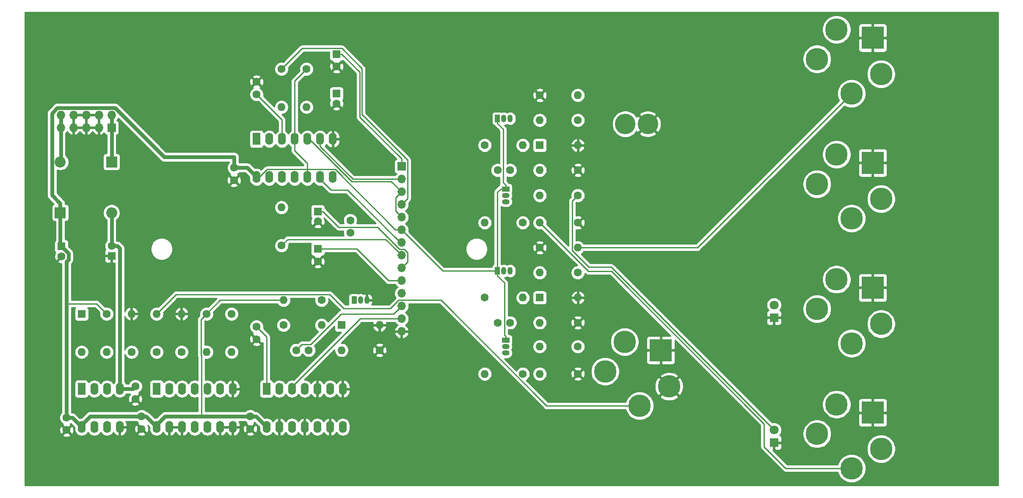
<source format=gbr>
G04 #@! TF.GenerationSoftware,KiCad,Pcbnew,5.1.5-52549c5~84~ubuntu18.04.1*
G04 #@! TF.CreationDate,2020-05-11T15:10:22-04:00*
G04 #@! TF.ProjectId,gategrinder,67617465-6772-4696-9e64-65722e6b6963,rev?*
G04 #@! TF.SameCoordinates,Original*
G04 #@! TF.FileFunction,Copper,L2,Bot*
G04 #@! TF.FilePolarity,Positive*
%FSLAX46Y46*%
G04 Gerber Fmt 4.6, Leading zero omitted, Abs format (unit mm)*
G04 Created by KiCad (PCBNEW 5.1.5-52549c5~84~ubuntu18.04.1) date 2020-05-11 15:10:22*
%MOMM*%
%LPD*%
G04 APERTURE LIST*
%ADD10C,4.500001*%
%ADD11C,4.500000*%
%ADD12R,4.500001X4.500001*%
%ADD13O,1.600000X2.400000*%
%ADD14R,1.600000X2.400000*%
%ADD15C,4.100000*%
%ADD16O,1.600000X1.600000*%
%ADD17C,1.600000*%
%ADD18R,1.050000X1.500000*%
%ADD19O,1.050000X1.500000*%
%ADD20R,1.500000X1.050000*%
%ADD21O,1.500000X1.050000*%
%ADD22O,1.700000X1.700000*%
%ADD23R,1.700000X1.700000*%
%ADD24O,1.727200X1.727200*%
%ADD25R,1.727200X1.727200*%
%ADD26C,1.800000*%
%ADD27R,1.800000X1.800000*%
%ADD28R,1.600000X1.600000*%
%ADD29O,2.200000X2.200000*%
%ADD30R,2.200000X2.200000*%
%ADD31C,0.250000*%
%ADD32C,0.750000*%
%ADD33C,0.254000*%
G04 APERTURE END LIST*
D10*
X207000000Y-93100000D03*
D11*
X215900000Y-102000000D03*
D10*
X203100000Y-99000000D03*
D12*
X214240000Y-94760000D03*
D11*
X210000000Y-105900000D03*
D10*
X207000000Y-143100000D03*
D11*
X215900000Y-152000000D03*
D10*
X203100000Y-149000000D03*
D12*
X214240000Y-144760000D03*
D11*
X210000000Y-155900000D03*
D10*
X207000000Y-68100000D03*
D11*
X215900000Y-77000000D03*
D10*
X203100000Y-74000000D03*
D12*
X214240000Y-69760000D03*
D11*
X210000000Y-80900000D03*
D10*
X207000000Y-118100000D03*
D11*
X215900000Y-127000000D03*
D10*
X203100000Y-124000000D03*
D12*
X214240000Y-119760000D03*
D11*
X210000000Y-130900000D03*
D10*
X164600000Y-130600000D03*
D11*
X173500000Y-139500000D03*
D10*
X160700000Y-136500000D03*
D12*
X171840000Y-132260000D03*
D11*
X167600000Y-143400000D03*
D13*
X70972060Y-147620000D03*
X86212060Y-140000000D03*
X73512060Y-147620000D03*
X83672060Y-140000000D03*
X76052060Y-147620000D03*
X81132060Y-140000000D03*
X78592060Y-147620000D03*
X78592060Y-140000000D03*
X81132060Y-147620000D03*
X76052060Y-140000000D03*
X83672060Y-147620000D03*
X73512060Y-140000000D03*
X86212060Y-147620000D03*
D14*
X70972060Y-140000000D03*
D13*
X55972060Y-147620000D03*
X63592060Y-140000000D03*
X58512060Y-147620000D03*
X61052060Y-140000000D03*
X61052060Y-147620000D03*
X58512060Y-140000000D03*
X63592060Y-147620000D03*
D14*
X55972060Y-140000000D03*
D13*
X92972060Y-147620000D03*
X108212060Y-140000000D03*
X95512060Y-147620000D03*
X105672060Y-140000000D03*
X98052060Y-147620000D03*
X103132060Y-140000000D03*
X100592060Y-147620000D03*
X100592060Y-140000000D03*
X103132060Y-147620000D03*
X98052060Y-140000000D03*
X105672060Y-147620000D03*
X95512060Y-140000000D03*
X108212060Y-147620000D03*
D14*
X92972060Y-140000000D03*
D13*
X90972060Y-97620000D03*
X106212060Y-90000000D03*
X93512060Y-97620000D03*
X103672060Y-90000000D03*
X96052060Y-97620000D03*
X101132060Y-90000000D03*
X98592060Y-97620000D03*
X98592060Y-90000000D03*
X101132060Y-97620000D03*
X96052060Y-90000000D03*
X103672060Y-97620000D03*
X93512060Y-90000000D03*
X106212060Y-97620000D03*
D14*
X90972060Y-90000000D03*
D15*
X169250000Y-87000000D03*
X164750000Y-87000000D03*
D16*
X155250000Y-81250000D03*
D17*
X147630000Y-81250000D03*
D16*
X147630000Y-86250000D03*
D17*
X155250000Y-86250000D03*
D16*
X155250000Y-111750000D03*
D17*
X147630000Y-111750000D03*
D16*
X147630000Y-116750000D03*
D17*
X155250000Y-116750000D03*
D16*
X147630000Y-106750000D03*
D17*
X155250000Y-106750000D03*
D16*
X136630000Y-106750000D03*
D17*
X144250000Y-106750000D03*
D16*
X147630000Y-137000000D03*
D17*
X155250000Y-137000000D03*
D16*
X136630000Y-137000000D03*
D17*
X144250000Y-137000000D03*
D16*
X144250000Y-91250000D03*
D17*
X136630000Y-91250000D03*
D16*
X144250000Y-121750000D03*
D17*
X136630000Y-121750000D03*
D16*
X147630000Y-101270000D03*
D17*
X155250000Y-101270000D03*
D16*
X147630000Y-131520000D03*
D17*
X155250000Y-131520000D03*
D16*
X147630000Y-96250000D03*
D17*
X155250000Y-96250000D03*
D16*
X147630000Y-126750000D03*
D17*
X155250000Y-126750000D03*
D16*
X95972060Y-103710225D03*
D17*
X95972060Y-111330225D03*
D16*
X96352060Y-122250000D03*
D17*
X103972060Y-122250000D03*
D16*
X103972060Y-127250000D03*
D17*
X96352060Y-127250000D03*
D16*
X107972060Y-132250000D03*
D17*
X115592060Y-132250000D03*
D16*
X65972060Y-125000000D03*
D17*
X65972060Y-132620000D03*
D16*
X60972060Y-132620000D03*
D17*
X60972060Y-125000000D03*
D16*
X75972060Y-125000000D03*
D17*
X75972060Y-132620000D03*
D16*
X70972060Y-125000000D03*
D17*
X70972060Y-132620000D03*
D16*
X85972060Y-132620000D03*
D17*
X85972060Y-125000000D03*
D16*
X100972060Y-83620000D03*
D17*
X100972060Y-76000000D03*
D16*
X80972060Y-132620000D03*
D17*
X80972060Y-125000000D03*
D16*
X95972060Y-83620000D03*
D17*
X95972060Y-76000000D03*
D18*
X139170000Y-85890000D03*
D19*
X141710000Y-85890000D03*
X140440000Y-85890000D03*
D18*
X139170000Y-116390000D03*
D19*
X141710000Y-116390000D03*
X140440000Y-116390000D03*
D20*
X140800000Y-100000000D03*
D21*
X140800000Y-102540000D03*
X140800000Y-101270000D03*
D20*
X140800000Y-130250000D03*
D21*
X140800000Y-132790000D03*
X140800000Y-131520000D03*
D18*
X110512060Y-122250000D03*
D19*
X113052060Y-122250000D03*
X111782060Y-122250000D03*
D22*
X119980000Y-128510000D03*
X119980000Y-125970000D03*
X119980000Y-123430000D03*
X119980000Y-120890000D03*
X119980000Y-118350000D03*
X119980000Y-115810000D03*
X119980000Y-113270000D03*
X119980000Y-110730000D03*
X119980000Y-108190000D03*
X119980000Y-105650000D03*
X119980000Y-103110000D03*
X119980000Y-100570000D03*
X119980000Y-98030000D03*
D23*
X119980000Y-95490000D03*
D24*
X51812060Y-85210000D03*
X51812060Y-87750000D03*
X54352060Y-85210000D03*
X54352060Y-87750000D03*
X56892060Y-85210000D03*
X56892060Y-87750000D03*
X59432060Y-85210000D03*
X59432060Y-87750000D03*
X61972060Y-85210000D03*
D25*
X61972060Y-87750000D03*
D26*
X194500000Y-123210000D03*
D27*
X194500000Y-125750000D03*
D26*
X194500000Y-148210000D03*
D27*
X194500000Y-150750000D03*
D16*
X155250000Y-91250000D03*
D28*
X147630000Y-91250000D03*
D16*
X155250000Y-121750000D03*
D28*
X147630000Y-121750000D03*
D16*
X115592060Y-127250000D03*
D28*
X107972060Y-127250000D03*
D16*
X55972060Y-132620000D03*
D28*
X55972060Y-125000000D03*
D29*
X61972060Y-104750000D03*
D30*
X61972060Y-94590000D03*
D29*
X51722060Y-94590000D03*
D30*
X51722060Y-104750000D03*
D17*
X103222060Y-114500000D03*
D28*
X103222060Y-112000000D03*
D17*
X141690000Y-96250000D03*
X139190000Y-96250000D03*
X141690000Y-126750000D03*
X139190000Y-126750000D03*
X103222060Y-106500000D03*
D28*
X103222060Y-104500000D03*
D17*
X86472060Y-98250000D03*
X86472060Y-95750000D03*
X109722060Y-108770225D03*
X109722060Y-106270225D03*
X89722060Y-145500000D03*
X89722060Y-148000000D03*
X67972060Y-145500000D03*
X67972060Y-148000000D03*
X98912060Y-132250000D03*
X101412060Y-132250000D03*
X66722060Y-142000000D03*
X66722060Y-139500000D03*
X52972060Y-145750000D03*
X52972060Y-148250000D03*
X61972060Y-111410225D03*
D28*
X61972060Y-113410225D03*
D17*
X51972060Y-113500000D03*
D28*
X51972060Y-111500000D03*
D17*
X106972060Y-75500000D03*
D28*
X106972060Y-73000000D03*
D17*
X90972060Y-130060000D03*
X90972060Y-127560000D03*
X106972060Y-82920000D03*
D28*
X106972060Y-80920000D03*
D17*
X90972060Y-78560000D03*
X90972060Y-81060000D03*
D31*
X96052060Y-86140000D02*
X90972060Y-81060000D01*
X96052060Y-90000000D02*
X96052060Y-86140000D01*
X103672060Y-91450000D02*
X103672060Y-90000000D01*
X110252060Y-98030000D02*
X103672060Y-91450000D01*
X119980000Y-98030000D02*
X110252060Y-98030000D01*
X90972060Y-127560000D02*
X92972060Y-129560000D01*
X92972060Y-129560000D02*
X92972060Y-140000000D01*
X119980000Y-93980000D02*
X119980000Y-95490000D01*
X111628520Y-85628520D02*
X119980000Y-93980000D01*
X111628520Y-76606460D02*
X111628520Y-85628520D01*
X106972060Y-73000000D02*
X108022060Y-73000000D01*
X108022060Y-73000000D02*
X111628520Y-76606460D01*
D32*
X51722060Y-111250000D02*
X51972060Y-111500000D01*
X51722060Y-104750000D02*
X51722060Y-111250000D01*
X52972060Y-122950000D02*
X52972060Y-145750000D01*
X54102060Y-145750000D02*
X55972060Y-147620000D01*
X52972060Y-145750000D02*
X54102060Y-145750000D01*
X57692060Y-145500000D02*
X67972060Y-145500000D01*
X55972060Y-147220000D02*
X57692060Y-145500000D01*
X55972060Y-147620000D02*
X55972060Y-147220000D01*
X68852060Y-145500000D02*
X70972060Y-147620000D01*
X67972060Y-145500000D02*
X68852060Y-145500000D01*
X79972060Y-145500000D02*
X89722060Y-145500000D01*
X70972060Y-147220000D02*
X72692060Y-145500000D01*
X70972060Y-147620000D02*
X70972060Y-147220000D01*
X90852060Y-145500000D02*
X92972060Y-147620000D01*
X89722060Y-145500000D02*
X90852060Y-145500000D01*
X86472060Y-93580870D02*
X86472060Y-95750000D01*
X51121531Y-83771399D02*
X62662589Y-83771399D01*
X50047059Y-84845871D02*
X51121531Y-83771399D01*
X50047059Y-101224999D02*
X50047059Y-84845871D01*
X51722060Y-102900000D02*
X50047059Y-101224999D01*
X51722060Y-104750000D02*
X51722060Y-102900000D01*
D31*
X58922060Y-122950000D02*
X60972060Y-125000000D01*
X52972060Y-122950000D02*
X58922060Y-122950000D01*
X79847059Y-126125001D02*
X80972060Y-125000000D01*
X79847059Y-133160001D02*
X79847059Y-126125001D01*
X79972060Y-133285002D02*
X79847059Y-133160001D01*
X79972060Y-145500000D02*
X79972060Y-133285002D01*
D32*
X72692060Y-145500000D02*
X79972060Y-145500000D01*
D31*
X83722060Y-122250000D02*
X96352060Y-122250000D01*
X80972060Y-125000000D02*
X83722060Y-122250000D01*
D32*
X89102060Y-95750000D02*
X90972060Y-97620000D01*
X86472060Y-95750000D02*
X89102060Y-95750000D01*
D31*
X101057050Y-96094990D02*
X101132060Y-96170000D01*
X91521056Y-97620000D02*
X93046066Y-96094990D01*
X93046066Y-96094990D02*
X101057050Y-96094990D01*
X90972060Y-97620000D02*
X91521056Y-97620000D01*
X98592060Y-90000000D02*
X98592060Y-92370000D01*
X101132060Y-94910000D02*
X101132060Y-97620000D01*
X98592060Y-92370000D02*
X101132060Y-94910000D01*
X98592060Y-78380000D02*
X100972060Y-76000000D01*
X98592060Y-90000000D02*
X98592060Y-78380000D01*
X139170000Y-86890000D02*
X139170000Y-85890000D01*
X140315001Y-88035001D02*
X139170000Y-86890000D01*
X140315001Y-98740001D02*
X140315001Y-88035001D01*
X140800000Y-99225000D02*
X140315001Y-98740001D01*
X140800000Y-100000000D02*
X140800000Y-99225000D01*
X140800000Y-129475000D02*
X140800000Y-130250000D01*
X140564999Y-129239999D02*
X140800000Y-129475000D01*
X140564999Y-118784999D02*
X140564999Y-129239999D01*
X139170000Y-117390000D02*
X140564999Y-118784999D01*
X139170000Y-116390000D02*
X139170000Y-117390000D01*
X101132060Y-97620000D02*
X101132060Y-96170000D01*
X118777919Y-108190000D02*
X119980000Y-108190000D01*
X106682909Y-96094990D02*
X118777919Y-108190000D01*
X101207070Y-96094990D02*
X106682909Y-96094990D01*
X101132060Y-96170000D02*
X101207070Y-96094990D01*
X128180000Y-116390000D02*
X139170000Y-116390000D01*
X119980000Y-108190000D02*
X128180000Y-116390000D01*
X139170000Y-115390000D02*
X139170000Y-116390000D01*
X139170000Y-100630000D02*
X139170000Y-115390000D01*
X139800000Y-100000000D02*
X139170000Y-100630000D01*
X140800000Y-100000000D02*
X139800000Y-100000000D01*
D32*
X53347061Y-114160001D02*
X53347061Y-112875001D01*
X53347061Y-112875001D02*
X51972060Y-111500000D01*
X52972060Y-114535002D02*
X53347061Y-114160001D01*
X52972060Y-122950000D02*
X52972060Y-114535002D01*
X72472060Y-93580870D02*
X62662589Y-83771399D01*
X86472060Y-93580870D02*
X72472060Y-93580870D01*
X61972060Y-104750000D02*
X61972060Y-111410225D01*
X66222060Y-140000000D02*
X66722060Y-139500000D01*
X63592060Y-140000000D02*
X66222060Y-140000000D01*
X63103430Y-111410225D02*
X61972060Y-111410225D01*
X63592060Y-111898855D02*
X63103430Y-111410225D01*
X63592060Y-140000000D02*
X63592060Y-111898855D01*
D31*
X99712059Y-131450001D02*
X98912060Y-132250000D01*
X100037061Y-131124999D02*
X99712059Y-131450001D01*
X107887062Y-125000000D02*
X101762063Y-131124999D01*
X101762063Y-131124999D02*
X100037061Y-131124999D01*
X119980000Y-123430000D02*
X118410000Y-125000000D01*
X118410000Y-125000000D02*
X107887062Y-125000000D01*
X121155001Y-114634999D02*
X120829999Y-114960001D01*
X121155001Y-112705999D02*
X121155001Y-114634999D01*
X104272060Y-104500000D02*
X107417284Y-107645224D01*
X107417284Y-107645224D02*
X115156222Y-107645224D01*
X120829999Y-114960001D02*
X119980000Y-115810000D01*
X115156222Y-107645224D02*
X119605997Y-112094999D01*
X103222060Y-104500000D02*
X104272060Y-104500000D01*
X120544001Y-112094999D02*
X121155001Y-112705999D01*
X119605997Y-112094999D02*
X120544001Y-112094999D01*
X98052060Y-139600000D02*
X98052060Y-140000000D01*
X111682060Y-125970000D02*
X98052060Y-139600000D01*
X119980000Y-125970000D02*
X111682060Y-125970000D01*
X118777919Y-118350000D02*
X119980000Y-118350000D01*
X117350000Y-118350000D02*
X118777919Y-118350000D01*
X103222060Y-112000000D02*
X111000000Y-112000000D01*
X111000000Y-112000000D02*
X117350000Y-118350000D01*
D32*
X51812060Y-85210000D02*
X51812060Y-87750000D01*
X51812060Y-94500000D02*
X51722060Y-94590000D01*
X51812060Y-87750000D02*
X51812060Y-94500000D01*
X61972060Y-85210000D02*
X61972060Y-87750000D01*
X61972060Y-87750000D02*
X61972060Y-94590000D01*
D31*
X154450001Y-102069999D02*
X155250000Y-101270000D01*
X154124999Y-102395001D02*
X154450001Y-102069999D01*
X161914999Y-115624999D02*
X157459997Y-115624999D01*
X154124999Y-112290001D02*
X154124999Y-102395001D01*
X157459997Y-115624999D02*
X154124999Y-112290001D01*
X194500000Y-148210000D02*
X161914999Y-115624999D01*
X103672060Y-97620000D02*
X104221056Y-97620000D01*
X119730000Y-110730000D02*
X119980000Y-110730000D01*
X109173970Y-100173970D02*
X119730000Y-110730000D01*
X105826030Y-100173970D02*
X109173970Y-100173970D01*
X103672060Y-97620000D02*
X103672060Y-98020000D01*
X103672060Y-98020000D02*
X105826030Y-100173970D01*
X119130001Y-112420001D02*
X119980000Y-113270000D01*
X116784999Y-110074999D02*
X119130001Y-112420001D01*
X97227286Y-110074999D02*
X116784999Y-110074999D01*
X95972060Y-111330225D02*
X97227286Y-110074999D01*
X119130001Y-104800001D02*
X119980000Y-105650000D01*
X118804999Y-101745001D02*
X118804999Y-104474999D01*
X118804999Y-104474999D02*
X119130001Y-104800001D01*
X119980000Y-100570000D02*
X118804999Y-101745001D01*
X101500000Y-90000000D02*
X101132060Y-90000000D01*
X109980010Y-98480010D02*
X101500000Y-90000000D01*
X119980000Y-100570000D02*
X117890010Y-98480010D01*
X117890010Y-98480010D02*
X109980010Y-98480010D01*
X120829999Y-102260001D02*
X119980000Y-103110000D01*
X121155001Y-94155001D02*
X121155001Y-101934999D01*
X112078531Y-85078531D02*
X121155001Y-94155001D01*
X112078531Y-75921469D02*
X112078531Y-85078531D01*
X100097061Y-71874999D02*
X108032061Y-71874999D01*
X108032061Y-71874999D02*
X112078531Y-75921469D01*
X121155001Y-101934999D02*
X120829999Y-102260001D01*
X95972060Y-76000000D02*
X100097061Y-71874999D01*
X164418020Y-143400000D02*
X167600000Y-143400000D01*
X148984998Y-143400000D02*
X164418020Y-143400000D01*
X127839997Y-122254999D02*
X148984998Y-143400000D01*
X74847061Y-121124999D02*
X105644999Y-121124999D01*
X70972060Y-125000000D02*
X74847061Y-121124999D01*
X117750998Y-123920000D02*
X119415999Y-122254999D01*
X105644999Y-121124999D02*
X108440000Y-123920000D01*
X119415999Y-122254999D02*
X127839997Y-122254999D01*
X108440000Y-123920000D02*
X117750998Y-123920000D01*
X179150000Y-111750000D02*
X210000000Y-80900000D01*
X155250000Y-111750000D02*
X179150000Y-111750000D01*
X206818020Y-155900000D02*
X210000000Y-155900000D01*
X157380000Y-116500000D02*
X162000000Y-116500000D01*
X147630000Y-106750000D02*
X157380000Y-116500000D01*
X162000000Y-116500000D02*
X192500000Y-147000000D01*
X196832499Y-155900000D02*
X206818020Y-155900000D01*
X192500000Y-147000000D02*
X192500000Y-151567501D01*
X192500000Y-151567501D02*
X196832499Y-155900000D01*
D33*
G36*
X239340001Y-159340000D02*
G01*
X44660000Y-159340000D01*
X44660000Y-149242702D01*
X52158963Y-149242702D01*
X52230546Y-149486671D01*
X52486056Y-149607571D01*
X52760244Y-149676300D01*
X53042572Y-149690217D01*
X53322190Y-149648787D01*
X53588352Y-149553603D01*
X53713574Y-149486671D01*
X53785157Y-149242702D01*
X52972060Y-148429605D01*
X52158963Y-149242702D01*
X44660000Y-149242702D01*
X44660000Y-148320512D01*
X51531843Y-148320512D01*
X51573273Y-148600130D01*
X51668457Y-148866292D01*
X51735389Y-148991514D01*
X51979358Y-149063097D01*
X52792455Y-148250000D01*
X53151665Y-148250000D01*
X53964762Y-149063097D01*
X54208731Y-148991514D01*
X54329631Y-148736004D01*
X54398360Y-148461816D01*
X54412277Y-148179488D01*
X54370847Y-147899870D01*
X54275663Y-147633708D01*
X54208731Y-147508486D01*
X53964762Y-147436903D01*
X53151665Y-148250000D01*
X52792455Y-148250000D01*
X51979358Y-147436903D01*
X51735389Y-147508486D01*
X51614489Y-147763996D01*
X51545760Y-148038184D01*
X51531843Y-148320512D01*
X44660000Y-148320512D01*
X44660000Y-84845871D01*
X49032173Y-84845871D01*
X49037060Y-84895489D01*
X49037059Y-101175391D01*
X49032173Y-101224999D01*
X49051674Y-101422993D01*
X49096520Y-101570829D01*
X49109427Y-101613378D01*
X49203212Y-101788839D01*
X49329426Y-101942632D01*
X49367965Y-101974260D01*
X50436439Y-103042734D01*
X50377880Y-103060498D01*
X50267566Y-103119463D01*
X50170875Y-103198815D01*
X50091523Y-103295506D01*
X50032558Y-103405820D01*
X49996248Y-103525518D01*
X49983988Y-103650000D01*
X49983988Y-105850000D01*
X49996248Y-105974482D01*
X50032558Y-106094180D01*
X50091523Y-106204494D01*
X50170875Y-106301185D01*
X50267566Y-106380537D01*
X50377880Y-106439502D01*
X50497578Y-106475812D01*
X50622060Y-106488072D01*
X50712060Y-106488072D01*
X50712061Y-110259555D01*
X50641523Y-110345506D01*
X50582558Y-110455820D01*
X50546248Y-110575518D01*
X50533988Y-110700000D01*
X50533988Y-112300000D01*
X50546248Y-112424482D01*
X50582558Y-112544180D01*
X50641523Y-112654494D01*
X50720875Y-112751185D01*
X50733818Y-112761807D01*
X50614489Y-113013996D01*
X50545760Y-113288184D01*
X50531843Y-113570512D01*
X50573273Y-113850130D01*
X50668457Y-114116292D01*
X50735389Y-114241514D01*
X50979358Y-114313097D01*
X51792455Y-113500000D01*
X51778313Y-113485858D01*
X51957918Y-113306253D01*
X51972060Y-113320395D01*
X51986203Y-113306253D01*
X52165808Y-113485858D01*
X52151665Y-113500000D01*
X52165808Y-113514143D01*
X51986203Y-113693748D01*
X51972060Y-113679605D01*
X51158963Y-114492702D01*
X51230546Y-114736671D01*
X51486056Y-114857571D01*
X51760244Y-114926300D01*
X51962061Y-114936248D01*
X51962060Y-122900392D01*
X51962060Y-122900393D01*
X51962061Y-144730603D01*
X51857423Y-144835241D01*
X51700380Y-145070273D01*
X51592207Y-145331426D01*
X51537060Y-145608665D01*
X51537060Y-145891335D01*
X51592207Y-146168574D01*
X51700380Y-146429727D01*
X51857423Y-146664759D01*
X52057301Y-146864637D01*
X52257929Y-146998692D01*
X52230546Y-147013329D01*
X52158963Y-147257298D01*
X52972060Y-148070395D01*
X53785157Y-147257298D01*
X53713574Y-147013329D01*
X53684719Y-146999676D01*
X53827786Y-146904081D01*
X54537060Y-147613355D01*
X54537060Y-148090491D01*
X54557824Y-148301308D01*
X54639878Y-148571807D01*
X54773128Y-148821100D01*
X54952452Y-149039607D01*
X55170959Y-149218932D01*
X55420252Y-149352182D01*
X55690751Y-149434236D01*
X55972060Y-149461943D01*
X56253368Y-149434236D01*
X56523867Y-149352182D01*
X56773160Y-149218932D01*
X56991667Y-149039608D01*
X57170992Y-148821101D01*
X57242060Y-148688142D01*
X57313128Y-148821100D01*
X57492452Y-149039607D01*
X57710959Y-149218932D01*
X57960252Y-149352182D01*
X58230751Y-149434236D01*
X58512060Y-149461943D01*
X58793368Y-149434236D01*
X59063867Y-149352182D01*
X59313160Y-149218932D01*
X59531667Y-149039608D01*
X59710992Y-148821101D01*
X59782060Y-148688142D01*
X59853128Y-148821100D01*
X60032452Y-149039607D01*
X60250959Y-149218932D01*
X60500252Y-149352182D01*
X60770751Y-149434236D01*
X61052060Y-149461943D01*
X61333368Y-149434236D01*
X61603867Y-149352182D01*
X61853160Y-149218932D01*
X62071667Y-149039608D01*
X62250992Y-148821101D01*
X62319325Y-148693259D01*
X62469459Y-148922839D01*
X62667165Y-149124500D01*
X62900414Y-149283715D01*
X63160242Y-149394367D01*
X63243021Y-149411904D01*
X63465060Y-149289915D01*
X63465060Y-147747000D01*
X63719060Y-147747000D01*
X63719060Y-149289915D01*
X63941099Y-149411904D01*
X64023878Y-149394367D01*
X64283706Y-149283715D01*
X64516955Y-149124500D01*
X64646168Y-148992702D01*
X67158963Y-148992702D01*
X67230546Y-149236671D01*
X67486056Y-149357571D01*
X67760244Y-149426300D01*
X68042572Y-149440217D01*
X68322190Y-149398787D01*
X68588352Y-149303603D01*
X68713574Y-149236671D01*
X68785157Y-148992702D01*
X67972060Y-148179605D01*
X67158963Y-148992702D01*
X64646168Y-148992702D01*
X64714661Y-148922839D01*
X64869226Y-148686483D01*
X64974710Y-148424514D01*
X65027060Y-148147000D01*
X65027060Y-148070512D01*
X66531843Y-148070512D01*
X66573273Y-148350130D01*
X66668457Y-148616292D01*
X66735389Y-148741514D01*
X66979358Y-148813097D01*
X67792455Y-148000000D01*
X66979358Y-147186903D01*
X66735389Y-147258486D01*
X66614489Y-147513996D01*
X66545760Y-147788184D01*
X66531843Y-148070512D01*
X65027060Y-148070512D01*
X65027060Y-147747000D01*
X63719060Y-147747000D01*
X63465060Y-147747000D01*
X63445060Y-147747000D01*
X63445060Y-147493000D01*
X63465060Y-147493000D01*
X63465060Y-147473000D01*
X63719060Y-147473000D01*
X63719060Y-147493000D01*
X65027060Y-147493000D01*
X65027060Y-147093000D01*
X64974710Y-146815486D01*
X64869226Y-146553517D01*
X64840768Y-146510000D01*
X66952664Y-146510000D01*
X67057301Y-146614637D01*
X67257929Y-146748692D01*
X67230546Y-146763329D01*
X67158963Y-147007298D01*
X67972060Y-147820395D01*
X67986203Y-147806253D01*
X68165808Y-147985858D01*
X68151665Y-148000000D01*
X68964762Y-148813097D01*
X69208731Y-148741514D01*
X69329631Y-148486004D01*
X69398360Y-148211816D01*
X69412277Y-147929488D01*
X69370847Y-147649870D01*
X69275663Y-147383708D01*
X69239206Y-147315502D01*
X69537060Y-147613356D01*
X69537060Y-148090491D01*
X69557824Y-148301308D01*
X69639878Y-148571807D01*
X69773128Y-148821100D01*
X69952452Y-149039607D01*
X70170959Y-149218932D01*
X70420252Y-149352182D01*
X70690751Y-149434236D01*
X70972060Y-149461943D01*
X71253368Y-149434236D01*
X71523867Y-149352182D01*
X71773160Y-149218932D01*
X71991667Y-149039608D01*
X72170992Y-148821101D01*
X72239325Y-148693259D01*
X72389459Y-148922839D01*
X72587165Y-149124500D01*
X72820414Y-149283715D01*
X73080242Y-149394367D01*
X73163021Y-149411904D01*
X73385060Y-149289915D01*
X73385060Y-147747000D01*
X73639060Y-147747000D01*
X73639060Y-149289915D01*
X73861099Y-149411904D01*
X73943878Y-149394367D01*
X74203706Y-149283715D01*
X74436955Y-149124500D01*
X74634661Y-148922839D01*
X74782060Y-148697441D01*
X74929459Y-148922839D01*
X75127165Y-149124500D01*
X75360414Y-149283715D01*
X75620242Y-149394367D01*
X75703021Y-149411904D01*
X75925060Y-149289915D01*
X75925060Y-147747000D01*
X73639060Y-147747000D01*
X73385060Y-147747000D01*
X73365060Y-147747000D01*
X73365060Y-147493000D01*
X73385060Y-147493000D01*
X73385060Y-147473000D01*
X73639060Y-147473000D01*
X73639060Y-147493000D01*
X75925060Y-147493000D01*
X75925060Y-147473000D01*
X76179060Y-147473000D01*
X76179060Y-147493000D01*
X76199060Y-147493000D01*
X76199060Y-147747000D01*
X76179060Y-147747000D01*
X76179060Y-149289915D01*
X76401099Y-149411904D01*
X76483878Y-149394367D01*
X76743706Y-149283715D01*
X76976955Y-149124500D01*
X77174661Y-148922839D01*
X77324795Y-148693258D01*
X77393128Y-148821100D01*
X77572452Y-149039607D01*
X77790959Y-149218932D01*
X78040252Y-149352182D01*
X78310751Y-149434236D01*
X78592060Y-149461943D01*
X78873368Y-149434236D01*
X79143867Y-149352182D01*
X79393160Y-149218932D01*
X79611667Y-149039608D01*
X79790992Y-148821101D01*
X79862060Y-148688142D01*
X79933128Y-148821100D01*
X80112452Y-149039607D01*
X80330959Y-149218932D01*
X80580252Y-149352182D01*
X80850751Y-149434236D01*
X81132060Y-149461943D01*
X81413368Y-149434236D01*
X81683867Y-149352182D01*
X81933160Y-149218932D01*
X82151667Y-149039608D01*
X82330992Y-148821101D01*
X82399325Y-148693259D01*
X82549459Y-148922839D01*
X82747165Y-149124500D01*
X82980414Y-149283715D01*
X83240242Y-149394367D01*
X83323021Y-149411904D01*
X83545060Y-149289915D01*
X83545060Y-147747000D01*
X83799060Y-147747000D01*
X83799060Y-149289915D01*
X84021099Y-149411904D01*
X84103878Y-149394367D01*
X84363706Y-149283715D01*
X84596955Y-149124500D01*
X84794661Y-148922839D01*
X84942060Y-148697441D01*
X85089459Y-148922839D01*
X85287165Y-149124500D01*
X85520414Y-149283715D01*
X85780242Y-149394367D01*
X85863021Y-149411904D01*
X86085060Y-149289915D01*
X86085060Y-147747000D01*
X86339060Y-147747000D01*
X86339060Y-149289915D01*
X86561099Y-149411904D01*
X86643878Y-149394367D01*
X86903706Y-149283715D01*
X87136955Y-149124500D01*
X87266168Y-148992702D01*
X88908963Y-148992702D01*
X88980546Y-149236671D01*
X89236056Y-149357571D01*
X89510244Y-149426300D01*
X89792572Y-149440217D01*
X90072190Y-149398787D01*
X90338352Y-149303603D01*
X90463574Y-149236671D01*
X90535157Y-148992702D01*
X89722060Y-148179605D01*
X88908963Y-148992702D01*
X87266168Y-148992702D01*
X87334661Y-148922839D01*
X87489226Y-148686483D01*
X87594710Y-148424514D01*
X87647060Y-148147000D01*
X87647060Y-148070512D01*
X88281843Y-148070512D01*
X88323273Y-148350130D01*
X88418457Y-148616292D01*
X88485389Y-148741514D01*
X88729358Y-148813097D01*
X89542455Y-148000000D01*
X89901665Y-148000000D01*
X90714762Y-148813097D01*
X90958731Y-148741514D01*
X91079631Y-148486004D01*
X91148360Y-148211816D01*
X91162277Y-147929488D01*
X91120847Y-147649870D01*
X91025663Y-147383708D01*
X90958731Y-147258486D01*
X90714762Y-147186903D01*
X89901665Y-148000000D01*
X89542455Y-148000000D01*
X88729358Y-147186903D01*
X88485389Y-147258486D01*
X88364489Y-147513996D01*
X88295760Y-147788184D01*
X88281843Y-148070512D01*
X87647060Y-148070512D01*
X87647060Y-147747000D01*
X86339060Y-147747000D01*
X86085060Y-147747000D01*
X83799060Y-147747000D01*
X83545060Y-147747000D01*
X83525060Y-147747000D01*
X83525060Y-147493000D01*
X83545060Y-147493000D01*
X83545060Y-147473000D01*
X83799060Y-147473000D01*
X83799060Y-147493000D01*
X86085060Y-147493000D01*
X86085060Y-147473000D01*
X86339060Y-147473000D01*
X86339060Y-147493000D01*
X87647060Y-147493000D01*
X87647060Y-147093000D01*
X87594710Y-146815486D01*
X87489226Y-146553517D01*
X87460768Y-146510000D01*
X88702664Y-146510000D01*
X88807301Y-146614637D01*
X89007929Y-146748692D01*
X88980546Y-146763329D01*
X88908963Y-147007298D01*
X89722060Y-147820395D01*
X90535157Y-147007298D01*
X90463574Y-146763329D01*
X90434719Y-146749676D01*
X90577786Y-146654081D01*
X91537060Y-147613356D01*
X91537060Y-148090491D01*
X91557824Y-148301308D01*
X91639878Y-148571807D01*
X91773128Y-148821100D01*
X91952452Y-149039607D01*
X92170959Y-149218932D01*
X92420252Y-149352182D01*
X92690751Y-149434236D01*
X92972060Y-149461943D01*
X93253368Y-149434236D01*
X93523867Y-149352182D01*
X93773160Y-149218932D01*
X93991667Y-149039608D01*
X94170992Y-148821101D01*
X94239325Y-148693259D01*
X94389459Y-148922839D01*
X94587165Y-149124500D01*
X94820414Y-149283715D01*
X95080242Y-149394367D01*
X95163021Y-149411904D01*
X95385060Y-149289915D01*
X95385060Y-147747000D01*
X95365060Y-147747000D01*
X95365060Y-147493000D01*
X95385060Y-147493000D01*
X95385060Y-145950085D01*
X95639060Y-145950085D01*
X95639060Y-147493000D01*
X95659060Y-147493000D01*
X95659060Y-147747000D01*
X95639060Y-147747000D01*
X95639060Y-149289915D01*
X95861099Y-149411904D01*
X95943878Y-149394367D01*
X96203706Y-149283715D01*
X96436955Y-149124500D01*
X96634661Y-148922839D01*
X96784795Y-148693258D01*
X96853128Y-148821100D01*
X97032452Y-149039607D01*
X97250959Y-149218932D01*
X97500252Y-149352182D01*
X97770751Y-149434236D01*
X98052060Y-149461943D01*
X98333368Y-149434236D01*
X98603867Y-149352182D01*
X98853160Y-149218932D01*
X99071667Y-149039608D01*
X99250992Y-148821101D01*
X99319325Y-148693259D01*
X99469459Y-148922839D01*
X99667165Y-149124500D01*
X99900414Y-149283715D01*
X100160242Y-149394367D01*
X100243021Y-149411904D01*
X100465060Y-149289915D01*
X100465060Y-147747000D01*
X100445060Y-147747000D01*
X100445060Y-147493000D01*
X100465060Y-147493000D01*
X100465060Y-145950085D01*
X100719060Y-145950085D01*
X100719060Y-147493000D01*
X100739060Y-147493000D01*
X100739060Y-147747000D01*
X100719060Y-147747000D01*
X100719060Y-149289915D01*
X100941099Y-149411904D01*
X101023878Y-149394367D01*
X101283706Y-149283715D01*
X101516955Y-149124500D01*
X101714661Y-148922839D01*
X101864795Y-148693258D01*
X101933128Y-148821100D01*
X102112452Y-149039607D01*
X102330959Y-149218932D01*
X102580252Y-149352182D01*
X102850751Y-149434236D01*
X103132060Y-149461943D01*
X103413368Y-149434236D01*
X103683867Y-149352182D01*
X103933160Y-149218932D01*
X104151667Y-149039608D01*
X104330992Y-148821101D01*
X104399325Y-148693259D01*
X104549459Y-148922839D01*
X104747165Y-149124500D01*
X104980414Y-149283715D01*
X105240242Y-149394367D01*
X105323021Y-149411904D01*
X105545060Y-149289915D01*
X105545060Y-147747000D01*
X105525060Y-147747000D01*
X105525060Y-147493000D01*
X105545060Y-147493000D01*
X105545060Y-145950085D01*
X105799060Y-145950085D01*
X105799060Y-147493000D01*
X105819060Y-147493000D01*
X105819060Y-147747000D01*
X105799060Y-147747000D01*
X105799060Y-149289915D01*
X106021099Y-149411904D01*
X106103878Y-149394367D01*
X106363706Y-149283715D01*
X106596955Y-149124500D01*
X106794661Y-148922839D01*
X106944795Y-148693258D01*
X107013128Y-148821100D01*
X107192452Y-149039607D01*
X107410959Y-149218932D01*
X107660252Y-149352182D01*
X107930751Y-149434236D01*
X108212060Y-149461943D01*
X108493368Y-149434236D01*
X108763867Y-149352182D01*
X109013160Y-149218932D01*
X109231667Y-149039608D01*
X109410992Y-148821101D01*
X109544242Y-148571808D01*
X109626296Y-148301309D01*
X109647060Y-148090492D01*
X109647060Y-147149509D01*
X109626296Y-146938691D01*
X109544242Y-146668192D01*
X109410992Y-146418899D01*
X109231668Y-146200392D01*
X109013161Y-146021068D01*
X108763868Y-145887818D01*
X108493369Y-145805764D01*
X108212060Y-145778057D01*
X107930752Y-145805764D01*
X107660253Y-145887818D01*
X107410960Y-146021068D01*
X107192453Y-146200392D01*
X107013128Y-146418899D01*
X106944795Y-146546741D01*
X106794661Y-146317161D01*
X106596955Y-146115500D01*
X106363706Y-145956285D01*
X106103878Y-145845633D01*
X106021099Y-145828096D01*
X105799060Y-145950085D01*
X105545060Y-145950085D01*
X105323021Y-145828096D01*
X105240242Y-145845633D01*
X104980414Y-145956285D01*
X104747165Y-146115500D01*
X104549459Y-146317161D01*
X104399325Y-146546741D01*
X104330992Y-146418899D01*
X104151668Y-146200392D01*
X103933161Y-146021068D01*
X103683868Y-145887818D01*
X103413369Y-145805764D01*
X103132060Y-145778057D01*
X102850752Y-145805764D01*
X102580253Y-145887818D01*
X102330960Y-146021068D01*
X102112453Y-146200392D01*
X101933128Y-146418899D01*
X101864795Y-146546741D01*
X101714661Y-146317161D01*
X101516955Y-146115500D01*
X101283706Y-145956285D01*
X101023878Y-145845633D01*
X100941099Y-145828096D01*
X100719060Y-145950085D01*
X100465060Y-145950085D01*
X100243021Y-145828096D01*
X100160242Y-145845633D01*
X99900414Y-145956285D01*
X99667165Y-146115500D01*
X99469459Y-146317161D01*
X99319325Y-146546741D01*
X99250992Y-146418899D01*
X99071668Y-146200392D01*
X98853161Y-146021068D01*
X98603868Y-145887818D01*
X98333369Y-145805764D01*
X98052060Y-145778057D01*
X97770752Y-145805764D01*
X97500253Y-145887818D01*
X97250960Y-146021068D01*
X97032453Y-146200392D01*
X96853128Y-146418899D01*
X96784795Y-146546741D01*
X96634661Y-146317161D01*
X96436955Y-146115500D01*
X96203706Y-145956285D01*
X95943878Y-145845633D01*
X95861099Y-145828096D01*
X95639060Y-145950085D01*
X95385060Y-145950085D01*
X95163021Y-145828096D01*
X95080242Y-145845633D01*
X94820414Y-145956285D01*
X94587165Y-146115500D01*
X94389459Y-146317161D01*
X94239325Y-146546741D01*
X94170992Y-146418899D01*
X93991668Y-146200392D01*
X93773161Y-146021068D01*
X93523868Y-145887818D01*
X93253369Y-145805764D01*
X92972060Y-145778057D01*
X92690752Y-145805764D01*
X92610518Y-145830102D01*
X91601321Y-144820906D01*
X91569693Y-144782367D01*
X91415900Y-144656153D01*
X91240440Y-144562368D01*
X91050054Y-144504615D01*
X90901668Y-144490000D01*
X90852060Y-144485114D01*
X90802452Y-144490000D01*
X90741456Y-144490000D01*
X90636819Y-144385363D01*
X90401787Y-144228320D01*
X90140634Y-144120147D01*
X89863395Y-144065000D01*
X89580725Y-144065000D01*
X89303486Y-144120147D01*
X89042333Y-144228320D01*
X88807301Y-144385363D01*
X88702664Y-144490000D01*
X80732060Y-144490000D01*
X80732060Y-141778232D01*
X80850751Y-141814236D01*
X81132060Y-141841943D01*
X81413368Y-141814236D01*
X81683867Y-141732182D01*
X81933160Y-141598932D01*
X82151667Y-141419608D01*
X82330992Y-141201101D01*
X82402060Y-141068142D01*
X82473128Y-141201100D01*
X82652452Y-141419607D01*
X82870959Y-141598932D01*
X83120252Y-141732182D01*
X83390751Y-141814236D01*
X83672060Y-141841943D01*
X83953368Y-141814236D01*
X84223867Y-141732182D01*
X84473160Y-141598932D01*
X84691667Y-141419608D01*
X84870992Y-141201101D01*
X84939325Y-141073259D01*
X85089459Y-141302839D01*
X85287165Y-141504500D01*
X85520414Y-141663715D01*
X85780242Y-141774367D01*
X85863021Y-141791904D01*
X86085060Y-141669915D01*
X86085060Y-140127000D01*
X86339060Y-140127000D01*
X86339060Y-141669915D01*
X86561099Y-141791904D01*
X86643878Y-141774367D01*
X86903706Y-141663715D01*
X87136955Y-141504500D01*
X87334661Y-141302839D01*
X87489226Y-141066483D01*
X87594710Y-140804514D01*
X87647060Y-140527000D01*
X87647060Y-140127000D01*
X86339060Y-140127000D01*
X86085060Y-140127000D01*
X86065060Y-140127000D01*
X86065060Y-139873000D01*
X86085060Y-139873000D01*
X86085060Y-138330085D01*
X86339060Y-138330085D01*
X86339060Y-139873000D01*
X87647060Y-139873000D01*
X87647060Y-139473000D01*
X87594710Y-139195486D01*
X87489226Y-138933517D01*
X87334661Y-138697161D01*
X87136955Y-138495500D01*
X86903706Y-138336285D01*
X86643878Y-138225633D01*
X86561099Y-138208096D01*
X86339060Y-138330085D01*
X86085060Y-138330085D01*
X85863021Y-138208096D01*
X85780242Y-138225633D01*
X85520414Y-138336285D01*
X85287165Y-138495500D01*
X85089459Y-138697161D01*
X84939325Y-138926741D01*
X84870992Y-138798899D01*
X84691668Y-138580392D01*
X84473161Y-138401068D01*
X84223868Y-138267818D01*
X83953369Y-138185764D01*
X83672060Y-138158057D01*
X83390752Y-138185764D01*
X83120253Y-138267818D01*
X82870960Y-138401068D01*
X82652453Y-138580392D01*
X82473128Y-138798899D01*
X82402060Y-138931858D01*
X82330992Y-138798899D01*
X82151668Y-138580392D01*
X81933161Y-138401068D01*
X81683868Y-138267818D01*
X81413369Y-138185764D01*
X81132060Y-138158057D01*
X80850752Y-138185764D01*
X80732060Y-138221768D01*
X80732060Y-134035374D01*
X80830725Y-134055000D01*
X81113395Y-134055000D01*
X81390634Y-133999853D01*
X81651787Y-133891680D01*
X81886819Y-133734637D01*
X82086697Y-133534759D01*
X82243740Y-133299727D01*
X82351913Y-133038574D01*
X82407060Y-132761335D01*
X82407060Y-132478665D01*
X84537060Y-132478665D01*
X84537060Y-132761335D01*
X84592207Y-133038574D01*
X84700380Y-133299727D01*
X84857423Y-133534759D01*
X85057301Y-133734637D01*
X85292333Y-133891680D01*
X85553486Y-133999853D01*
X85830725Y-134055000D01*
X86113395Y-134055000D01*
X86390634Y-133999853D01*
X86651787Y-133891680D01*
X86886819Y-133734637D01*
X87086697Y-133534759D01*
X87243740Y-133299727D01*
X87351913Y-133038574D01*
X87407060Y-132761335D01*
X87407060Y-132478665D01*
X87351913Y-132201426D01*
X87243740Y-131940273D01*
X87086697Y-131705241D01*
X86886819Y-131505363D01*
X86651787Y-131348320D01*
X86390634Y-131240147D01*
X86113395Y-131185000D01*
X85830725Y-131185000D01*
X85553486Y-131240147D01*
X85292333Y-131348320D01*
X85057301Y-131505363D01*
X84857423Y-131705241D01*
X84700380Y-131940273D01*
X84592207Y-132201426D01*
X84537060Y-132478665D01*
X82407060Y-132478665D01*
X82351913Y-132201426D01*
X82243740Y-131940273D01*
X82086697Y-131705241D01*
X81886819Y-131505363D01*
X81651787Y-131348320D01*
X81390634Y-131240147D01*
X81113395Y-131185000D01*
X80830725Y-131185000D01*
X80607059Y-131229491D01*
X80607059Y-131052702D01*
X90158963Y-131052702D01*
X90230546Y-131296671D01*
X90486056Y-131417571D01*
X90760244Y-131486300D01*
X91042572Y-131500217D01*
X91322190Y-131458787D01*
X91588352Y-131363603D01*
X91713574Y-131296671D01*
X91785157Y-131052702D01*
X90972060Y-130239605D01*
X90158963Y-131052702D01*
X80607059Y-131052702D01*
X80607059Y-130130512D01*
X89531843Y-130130512D01*
X89573273Y-130410130D01*
X89668457Y-130676292D01*
X89735389Y-130801514D01*
X89979358Y-130873097D01*
X90792455Y-130060000D01*
X89979358Y-129246903D01*
X89735389Y-129318486D01*
X89614489Y-129573996D01*
X89545760Y-129848184D01*
X89531843Y-130130512D01*
X80607059Y-130130512D01*
X80607059Y-126439802D01*
X80648173Y-126398688D01*
X80830725Y-126435000D01*
X81113395Y-126435000D01*
X81390634Y-126379853D01*
X81651787Y-126271680D01*
X81886819Y-126114637D01*
X82086697Y-125914759D01*
X82243740Y-125679727D01*
X82351913Y-125418574D01*
X82407060Y-125141335D01*
X82407060Y-124858665D01*
X84537060Y-124858665D01*
X84537060Y-125141335D01*
X84592207Y-125418574D01*
X84700380Y-125679727D01*
X84857423Y-125914759D01*
X85057301Y-126114637D01*
X85292333Y-126271680D01*
X85553486Y-126379853D01*
X85830725Y-126435000D01*
X86113395Y-126435000D01*
X86390634Y-126379853D01*
X86651787Y-126271680D01*
X86886819Y-126114637D01*
X87086697Y-125914759D01*
X87243740Y-125679727D01*
X87351913Y-125418574D01*
X87407060Y-125141335D01*
X87407060Y-124858665D01*
X87351913Y-124581426D01*
X87243740Y-124320273D01*
X87086697Y-124085241D01*
X86886819Y-123885363D01*
X86651787Y-123728320D01*
X86390634Y-123620147D01*
X86113395Y-123565000D01*
X85830725Y-123565000D01*
X85553486Y-123620147D01*
X85292333Y-123728320D01*
X85057301Y-123885363D01*
X84857423Y-124085241D01*
X84700380Y-124320273D01*
X84592207Y-124581426D01*
X84537060Y-124858665D01*
X82407060Y-124858665D01*
X82370748Y-124676114D01*
X84036862Y-123010000D01*
X95134017Y-123010000D01*
X95237423Y-123164759D01*
X95437301Y-123364637D01*
X95672333Y-123521680D01*
X95933486Y-123629853D01*
X96210725Y-123685000D01*
X96493395Y-123685000D01*
X96770634Y-123629853D01*
X97031787Y-123521680D01*
X97266819Y-123364637D01*
X97466697Y-123164759D01*
X97623740Y-122929727D01*
X97731913Y-122668574D01*
X97787060Y-122391335D01*
X97787060Y-122108665D01*
X97742569Y-121884999D01*
X102581551Y-121884999D01*
X102537060Y-122108665D01*
X102537060Y-122391335D01*
X102592207Y-122668574D01*
X102700380Y-122929727D01*
X102857423Y-123164759D01*
X103057301Y-123364637D01*
X103292333Y-123521680D01*
X103553486Y-123629853D01*
X103830725Y-123685000D01*
X104113395Y-123685000D01*
X104390634Y-123629853D01*
X104651787Y-123521680D01*
X104886819Y-123364637D01*
X105086697Y-123164759D01*
X105243740Y-122929727D01*
X105351913Y-122668574D01*
X105407060Y-122391335D01*
X105407060Y-122108665D01*
X105370608Y-121925409D01*
X107705943Y-124260744D01*
X107594815Y-124294454D01*
X107462786Y-124365026D01*
X107347061Y-124459999D01*
X107323263Y-124488997D01*
X105243038Y-126569222D01*
X105086697Y-126335241D01*
X104886819Y-126135363D01*
X104651787Y-125978320D01*
X104390634Y-125870147D01*
X104113395Y-125815000D01*
X103830725Y-125815000D01*
X103553486Y-125870147D01*
X103292333Y-125978320D01*
X103057301Y-126135363D01*
X102857423Y-126335241D01*
X102700380Y-126570273D01*
X102592207Y-126831426D01*
X102537060Y-127108665D01*
X102537060Y-127391335D01*
X102592207Y-127668574D01*
X102700380Y-127929727D01*
X102857423Y-128164759D01*
X103057301Y-128364637D01*
X103291283Y-128520978D01*
X101447262Y-130364999D01*
X100074383Y-130364999D01*
X100037060Y-130361323D01*
X99999737Y-130364999D01*
X99999728Y-130364999D01*
X99888075Y-130375996D01*
X99744814Y-130419453D01*
X99612785Y-130490025D01*
X99497060Y-130584998D01*
X99473257Y-130614002D01*
X99235947Y-130851312D01*
X99053395Y-130815000D01*
X98770725Y-130815000D01*
X98493486Y-130870147D01*
X98232333Y-130978320D01*
X97997301Y-131135363D01*
X97797423Y-131335241D01*
X97640380Y-131570273D01*
X97532207Y-131831426D01*
X97477060Y-132108665D01*
X97477060Y-132391335D01*
X97532207Y-132668574D01*
X97640380Y-132929727D01*
X97797423Y-133164759D01*
X97997301Y-133364637D01*
X98232333Y-133521680D01*
X98493486Y-133629853D01*
X98770725Y-133685000D01*
X99053395Y-133685000D01*
X99330634Y-133629853D01*
X99591787Y-133521680D01*
X99826819Y-133364637D01*
X100026697Y-133164759D01*
X100162060Y-132962173D01*
X100297423Y-133164759D01*
X100497301Y-133364637D01*
X100732333Y-133521680D01*
X100993486Y-133629853D01*
X101270725Y-133685000D01*
X101553395Y-133685000D01*
X101830634Y-133629853D01*
X102091787Y-133521680D01*
X102326819Y-133364637D01*
X102526697Y-133164759D01*
X102683740Y-132929727D01*
X102791913Y-132668574D01*
X102847060Y-132391335D01*
X102847060Y-132108665D01*
X102791913Y-131831426D01*
X102683740Y-131570273D01*
X102566721Y-131395142D01*
X106533988Y-127427876D01*
X106533988Y-128050000D01*
X106546248Y-128174482D01*
X106582558Y-128294180D01*
X106641523Y-128404494D01*
X106720875Y-128501185D01*
X106817566Y-128580537D01*
X106927880Y-128639502D01*
X107047578Y-128675812D01*
X107172060Y-128688072D01*
X107889186Y-128688072D01*
X98377967Y-138199292D01*
X98333369Y-138185764D01*
X98052060Y-138158057D01*
X97770752Y-138185764D01*
X97500253Y-138267818D01*
X97250960Y-138401068D01*
X97032453Y-138580392D01*
X96853128Y-138798899D01*
X96782060Y-138931858D01*
X96710992Y-138798899D01*
X96531668Y-138580392D01*
X96313161Y-138401068D01*
X96063868Y-138267818D01*
X95793369Y-138185764D01*
X95512060Y-138158057D01*
X95230752Y-138185764D01*
X94960253Y-138267818D01*
X94710960Y-138401068D01*
X94492453Y-138580392D01*
X94399641Y-138693483D01*
X94397872Y-138675518D01*
X94361562Y-138555820D01*
X94302597Y-138445506D01*
X94223245Y-138348815D01*
X94126554Y-138269463D01*
X94016240Y-138210498D01*
X93896542Y-138174188D01*
X93772060Y-138161928D01*
X93732060Y-138161928D01*
X93732060Y-129597322D01*
X93735736Y-129559999D01*
X93732060Y-129522676D01*
X93732060Y-129522667D01*
X93721063Y-129411014D01*
X93677606Y-129267753D01*
X93666461Y-129246903D01*
X93607034Y-129135723D01*
X93535859Y-129048997D01*
X93512061Y-129019999D01*
X93483064Y-128996202D01*
X92370748Y-127883886D01*
X92407060Y-127701335D01*
X92407060Y-127418665D01*
X92351913Y-127141426D01*
X92338343Y-127108665D01*
X94917060Y-127108665D01*
X94917060Y-127391335D01*
X94972207Y-127668574D01*
X95080380Y-127929727D01*
X95237423Y-128164759D01*
X95437301Y-128364637D01*
X95672333Y-128521680D01*
X95933486Y-128629853D01*
X96210725Y-128685000D01*
X96493395Y-128685000D01*
X96770634Y-128629853D01*
X97031787Y-128521680D01*
X97266819Y-128364637D01*
X97466697Y-128164759D01*
X97623740Y-127929727D01*
X97731913Y-127668574D01*
X97787060Y-127391335D01*
X97787060Y-127108665D01*
X97731913Y-126831426D01*
X97623740Y-126570273D01*
X97466697Y-126335241D01*
X97266819Y-126135363D01*
X97031787Y-125978320D01*
X96770634Y-125870147D01*
X96493395Y-125815000D01*
X96210725Y-125815000D01*
X95933486Y-125870147D01*
X95672333Y-125978320D01*
X95437301Y-126135363D01*
X95237423Y-126335241D01*
X95080380Y-126570273D01*
X94972207Y-126831426D01*
X94917060Y-127108665D01*
X92338343Y-127108665D01*
X92243740Y-126880273D01*
X92086697Y-126645241D01*
X91886819Y-126445363D01*
X91651787Y-126288320D01*
X91390634Y-126180147D01*
X91113395Y-126125000D01*
X90830725Y-126125000D01*
X90553486Y-126180147D01*
X90292333Y-126288320D01*
X90057301Y-126445363D01*
X89857423Y-126645241D01*
X89700380Y-126880273D01*
X89592207Y-127141426D01*
X89537060Y-127418665D01*
X89537060Y-127701335D01*
X89592207Y-127978574D01*
X89700380Y-128239727D01*
X89857423Y-128474759D01*
X90057301Y-128674637D01*
X90257929Y-128808692D01*
X90230546Y-128823329D01*
X90158963Y-129067298D01*
X90972060Y-129880395D01*
X90986203Y-129866253D01*
X91165808Y-130045858D01*
X91151665Y-130060000D01*
X91964762Y-130873097D01*
X92208731Y-130801514D01*
X92212060Y-130794478D01*
X92212061Y-138161928D01*
X92172060Y-138161928D01*
X92047578Y-138174188D01*
X91927880Y-138210498D01*
X91817566Y-138269463D01*
X91720875Y-138348815D01*
X91641523Y-138445506D01*
X91582558Y-138555820D01*
X91546248Y-138675518D01*
X91533988Y-138800000D01*
X91533988Y-141200000D01*
X91546248Y-141324482D01*
X91582558Y-141444180D01*
X91641523Y-141554494D01*
X91720875Y-141651185D01*
X91817566Y-141730537D01*
X91927880Y-141789502D01*
X92047578Y-141825812D01*
X92172060Y-141838072D01*
X93772060Y-141838072D01*
X93896542Y-141825812D01*
X94016240Y-141789502D01*
X94126554Y-141730537D01*
X94223245Y-141651185D01*
X94302597Y-141554494D01*
X94361562Y-141444180D01*
X94397872Y-141324482D01*
X94399641Y-141306517D01*
X94492452Y-141419607D01*
X94710959Y-141598932D01*
X94960252Y-141732182D01*
X95230751Y-141814236D01*
X95512060Y-141841943D01*
X95793368Y-141814236D01*
X96063867Y-141732182D01*
X96313160Y-141598932D01*
X96531667Y-141419608D01*
X96710992Y-141201101D01*
X96782060Y-141068142D01*
X96853128Y-141201100D01*
X97032452Y-141419607D01*
X97250959Y-141598932D01*
X97500252Y-141732182D01*
X97770751Y-141814236D01*
X98052060Y-141841943D01*
X98333368Y-141814236D01*
X98603867Y-141732182D01*
X98853160Y-141598932D01*
X99071667Y-141419608D01*
X99250992Y-141201101D01*
X99322060Y-141068142D01*
X99393128Y-141201100D01*
X99572452Y-141419607D01*
X99790959Y-141598932D01*
X100040252Y-141732182D01*
X100310751Y-141814236D01*
X100592060Y-141841943D01*
X100873368Y-141814236D01*
X101143867Y-141732182D01*
X101393160Y-141598932D01*
X101611667Y-141419608D01*
X101790992Y-141201101D01*
X101859325Y-141073259D01*
X102009459Y-141302839D01*
X102207165Y-141504500D01*
X102440414Y-141663715D01*
X102700242Y-141774367D01*
X102783021Y-141791904D01*
X103005060Y-141669915D01*
X103005060Y-140127000D01*
X102985060Y-140127000D01*
X102985060Y-139873000D01*
X103005060Y-139873000D01*
X103005060Y-138330085D01*
X103259060Y-138330085D01*
X103259060Y-139873000D01*
X103279060Y-139873000D01*
X103279060Y-140127000D01*
X103259060Y-140127000D01*
X103259060Y-141669915D01*
X103481099Y-141791904D01*
X103563878Y-141774367D01*
X103823706Y-141663715D01*
X104056955Y-141504500D01*
X104254661Y-141302839D01*
X104404795Y-141073258D01*
X104473128Y-141201100D01*
X104652452Y-141419607D01*
X104870959Y-141598932D01*
X105120252Y-141732182D01*
X105390751Y-141814236D01*
X105672060Y-141841943D01*
X105953368Y-141814236D01*
X106223867Y-141732182D01*
X106473160Y-141598932D01*
X106691667Y-141419608D01*
X106870992Y-141201101D01*
X106939325Y-141073259D01*
X107089459Y-141302839D01*
X107287165Y-141504500D01*
X107520414Y-141663715D01*
X107780242Y-141774367D01*
X107863021Y-141791904D01*
X108085060Y-141669915D01*
X108085060Y-140127000D01*
X108339060Y-140127000D01*
X108339060Y-141669915D01*
X108561099Y-141791904D01*
X108643878Y-141774367D01*
X108903706Y-141663715D01*
X109136955Y-141504500D01*
X109334661Y-141302839D01*
X109489226Y-141066483D01*
X109594710Y-140804514D01*
X109647060Y-140527000D01*
X109647060Y-140127000D01*
X108339060Y-140127000D01*
X108085060Y-140127000D01*
X108065060Y-140127000D01*
X108065060Y-139873000D01*
X108085060Y-139873000D01*
X108085060Y-138330085D01*
X108339060Y-138330085D01*
X108339060Y-139873000D01*
X109647060Y-139873000D01*
X109647060Y-139473000D01*
X109594710Y-139195486D01*
X109489226Y-138933517D01*
X109334661Y-138697161D01*
X109136955Y-138495500D01*
X108903706Y-138336285D01*
X108643878Y-138225633D01*
X108561099Y-138208096D01*
X108339060Y-138330085D01*
X108085060Y-138330085D01*
X107863021Y-138208096D01*
X107780242Y-138225633D01*
X107520414Y-138336285D01*
X107287165Y-138495500D01*
X107089459Y-138697161D01*
X106939325Y-138926741D01*
X106870992Y-138798899D01*
X106691668Y-138580392D01*
X106473161Y-138401068D01*
X106223868Y-138267818D01*
X105953369Y-138185764D01*
X105672060Y-138158057D01*
X105390752Y-138185764D01*
X105120253Y-138267818D01*
X104870960Y-138401068D01*
X104652453Y-138580392D01*
X104473128Y-138798899D01*
X104404795Y-138926741D01*
X104254661Y-138697161D01*
X104056955Y-138495500D01*
X103823706Y-138336285D01*
X103563878Y-138225633D01*
X103481099Y-138208096D01*
X103259060Y-138330085D01*
X103005060Y-138330085D01*
X102783021Y-138208096D01*
X102700242Y-138225633D01*
X102440414Y-138336285D01*
X102207165Y-138495500D01*
X102009459Y-138697161D01*
X101859325Y-138926741D01*
X101790992Y-138798899D01*
X101611668Y-138580392D01*
X101393161Y-138401068D01*
X101143868Y-138267818D01*
X100873369Y-138185764D01*
X100592060Y-138158057D01*
X100566263Y-138160598D01*
X101868196Y-136858665D01*
X135195000Y-136858665D01*
X135195000Y-137141335D01*
X135250147Y-137418574D01*
X135358320Y-137679727D01*
X135515363Y-137914759D01*
X135715241Y-138114637D01*
X135950273Y-138271680D01*
X136211426Y-138379853D01*
X136488665Y-138435000D01*
X136771335Y-138435000D01*
X137048574Y-138379853D01*
X137309727Y-138271680D01*
X137544759Y-138114637D01*
X137744637Y-137914759D01*
X137901680Y-137679727D01*
X138009853Y-137418574D01*
X138065000Y-137141335D01*
X138065000Y-136858665D01*
X138009853Y-136581426D01*
X137901680Y-136320273D01*
X137744637Y-136085241D01*
X137544759Y-135885363D01*
X137309727Y-135728320D01*
X137048574Y-135620147D01*
X136771335Y-135565000D01*
X136488665Y-135565000D01*
X136211426Y-135620147D01*
X135950273Y-135728320D01*
X135715241Y-135885363D01*
X135515363Y-136085241D01*
X135358320Y-136320273D01*
X135250147Y-136581426D01*
X135195000Y-136858665D01*
X101868196Y-136858665D01*
X106537060Y-132189802D01*
X106537060Y-132391335D01*
X106592207Y-132668574D01*
X106700380Y-132929727D01*
X106857423Y-133164759D01*
X107057301Y-133364637D01*
X107292333Y-133521680D01*
X107553486Y-133629853D01*
X107830725Y-133685000D01*
X108113395Y-133685000D01*
X108390634Y-133629853D01*
X108651787Y-133521680D01*
X108886819Y-133364637D01*
X109008754Y-133242702D01*
X114778963Y-133242702D01*
X114850546Y-133486671D01*
X115106056Y-133607571D01*
X115380244Y-133676300D01*
X115662572Y-133690217D01*
X115942190Y-133648787D01*
X116208352Y-133553603D01*
X116333574Y-133486671D01*
X116405157Y-133242702D01*
X115592060Y-132429605D01*
X114778963Y-133242702D01*
X109008754Y-133242702D01*
X109086697Y-133164759D01*
X109243740Y-132929727D01*
X109351913Y-132668574D01*
X109407060Y-132391335D01*
X109407060Y-132320512D01*
X114151843Y-132320512D01*
X114193273Y-132600130D01*
X114288457Y-132866292D01*
X114355389Y-132991514D01*
X114599358Y-133063097D01*
X115412455Y-132250000D01*
X115771665Y-132250000D01*
X116584762Y-133063097D01*
X116828731Y-132991514D01*
X116949631Y-132736004D01*
X117018360Y-132461816D01*
X117032277Y-132179488D01*
X116990847Y-131899870D01*
X116895663Y-131633708D01*
X116828731Y-131508486D01*
X116584762Y-131436903D01*
X115771665Y-132250000D01*
X115412455Y-132250000D01*
X114599358Y-131436903D01*
X114355389Y-131508486D01*
X114234489Y-131763996D01*
X114165760Y-132038184D01*
X114151843Y-132320512D01*
X109407060Y-132320512D01*
X109407060Y-132108665D01*
X109351913Y-131831426D01*
X109243740Y-131570273D01*
X109086697Y-131335241D01*
X109008754Y-131257298D01*
X114778963Y-131257298D01*
X115592060Y-132070395D01*
X116405157Y-131257298D01*
X116333574Y-131013329D01*
X116078064Y-130892429D01*
X115803876Y-130823700D01*
X115521548Y-130809783D01*
X115241930Y-130851213D01*
X114975768Y-130946397D01*
X114850546Y-131013329D01*
X114778963Y-131257298D01*
X109008754Y-131257298D01*
X108886819Y-131135363D01*
X108651787Y-130978320D01*
X108390634Y-130870147D01*
X108113395Y-130815000D01*
X107911862Y-130815000D01*
X109859972Y-128866890D01*
X118538524Y-128866890D01*
X118583175Y-129014099D01*
X118708359Y-129276920D01*
X118882412Y-129510269D01*
X119098645Y-129705178D01*
X119348748Y-129854157D01*
X119623109Y-129951481D01*
X119853000Y-129830814D01*
X119853000Y-128637000D01*
X120107000Y-128637000D01*
X120107000Y-129830814D01*
X120336891Y-129951481D01*
X120611252Y-129854157D01*
X120861355Y-129705178D01*
X121077588Y-129510269D01*
X121251641Y-129276920D01*
X121376825Y-129014099D01*
X121421476Y-128866890D01*
X121300155Y-128637000D01*
X120107000Y-128637000D01*
X119853000Y-128637000D01*
X118659845Y-128637000D01*
X118538524Y-128866890D01*
X109859972Y-128866890D01*
X111127823Y-127599039D01*
X114200156Y-127599039D01*
X114240814Y-127733087D01*
X114361023Y-127987420D01*
X114528541Y-128213414D01*
X114736929Y-128402385D01*
X114978179Y-128547070D01*
X115243020Y-128641909D01*
X115465060Y-128520624D01*
X115465060Y-127377000D01*
X115719060Y-127377000D01*
X115719060Y-128520624D01*
X115941100Y-128641909D01*
X116205941Y-128547070D01*
X116447191Y-128402385D01*
X116655579Y-128213414D01*
X116823097Y-127987420D01*
X116943306Y-127733087D01*
X116983964Y-127599039D01*
X116861975Y-127377000D01*
X115719060Y-127377000D01*
X115465060Y-127377000D01*
X114322145Y-127377000D01*
X114200156Y-127599039D01*
X111127823Y-127599039D01*
X111996862Y-126730000D01*
X114258261Y-126730000D01*
X114240814Y-126766913D01*
X114200156Y-126900961D01*
X114322145Y-127123000D01*
X115465060Y-127123000D01*
X115465060Y-127103000D01*
X115719060Y-127103000D01*
X115719060Y-127123000D01*
X116861975Y-127123000D01*
X116983964Y-126900961D01*
X116943306Y-126766913D01*
X116925859Y-126730000D01*
X118701822Y-126730000D01*
X118826525Y-126916632D01*
X119033368Y-127123475D01*
X119215534Y-127245195D01*
X119098645Y-127314822D01*
X118882412Y-127509731D01*
X118708359Y-127743080D01*
X118583175Y-128005901D01*
X118538524Y-128153110D01*
X118659845Y-128383000D01*
X119853000Y-128383000D01*
X119853000Y-128363000D01*
X120107000Y-128363000D01*
X120107000Y-128383000D01*
X121300155Y-128383000D01*
X121421476Y-128153110D01*
X121376825Y-128005901D01*
X121251641Y-127743080D01*
X121077588Y-127509731D01*
X120861355Y-127314822D01*
X120744466Y-127245195D01*
X120926632Y-127123475D01*
X121133475Y-126916632D01*
X121295990Y-126673411D01*
X121407932Y-126403158D01*
X121465000Y-126116260D01*
X121465000Y-125823740D01*
X121407932Y-125536842D01*
X121295990Y-125266589D01*
X121133475Y-125023368D01*
X120926632Y-124816525D01*
X120752240Y-124700000D01*
X120926632Y-124583475D01*
X121133475Y-124376632D01*
X121295990Y-124133411D01*
X121407932Y-123863158D01*
X121465000Y-123576260D01*
X121465000Y-123283740D01*
X121411544Y-123014999D01*
X127525196Y-123014999D01*
X148421199Y-143911003D01*
X148444997Y-143940001D01*
X148560722Y-144034974D01*
X148692751Y-144105546D01*
X148836012Y-144149003D01*
X148947665Y-144160000D01*
X148947674Y-144160000D01*
X148984997Y-144163676D01*
X149022320Y-144160000D01*
X164809653Y-144160000D01*
X164825869Y-144241523D01*
X165043346Y-144766560D01*
X165359074Y-145239080D01*
X165760920Y-145640926D01*
X166233440Y-145956654D01*
X166758477Y-146174131D01*
X167315852Y-146285000D01*
X167884148Y-146285000D01*
X168441523Y-146174131D01*
X168966560Y-145956654D01*
X169439080Y-145640926D01*
X169840926Y-145239080D01*
X170156654Y-144766560D01*
X170374131Y-144241523D01*
X170485000Y-143684148D01*
X170485000Y-143115852D01*
X170374131Y-142558477D01*
X170156654Y-142033440D01*
X169840926Y-141560920D01*
X169805346Y-141525340D01*
X171654265Y-141525340D01*
X171900416Y-141917704D01*
X172402822Y-142183312D01*
X172947393Y-142345801D01*
X173513199Y-142398928D01*
X174078498Y-142340652D01*
X174621566Y-142173210D01*
X175099584Y-141917704D01*
X175345735Y-141525340D01*
X173500000Y-139679605D01*
X171654265Y-141525340D01*
X169805346Y-141525340D01*
X169439080Y-141159074D01*
X168966560Y-140843346D01*
X168441523Y-140625869D01*
X167884148Y-140515000D01*
X167315852Y-140515000D01*
X166758477Y-140625869D01*
X166233440Y-140843346D01*
X165760920Y-141159074D01*
X165359074Y-141560920D01*
X165043346Y-142033440D01*
X164825869Y-142558477D01*
X164809653Y-142640000D01*
X149299800Y-142640000D01*
X146172999Y-139513199D01*
X170601072Y-139513199D01*
X170659348Y-140078498D01*
X170826790Y-140621566D01*
X171082296Y-141099584D01*
X171474660Y-141345735D01*
X173320395Y-139500000D01*
X173679605Y-139500000D01*
X175525340Y-141345735D01*
X175917704Y-141099584D01*
X176183312Y-140597178D01*
X176345801Y-140052607D01*
X176398928Y-139486801D01*
X176340652Y-138921502D01*
X176173210Y-138378434D01*
X175917704Y-137900416D01*
X175525340Y-137654265D01*
X173679605Y-139500000D01*
X173320395Y-139500000D01*
X171474660Y-137654265D01*
X171082296Y-137900416D01*
X170816688Y-138402822D01*
X170654199Y-138947393D01*
X170601072Y-139513199D01*
X146172999Y-139513199D01*
X144930778Y-138270978D01*
X145164759Y-138114637D01*
X145364637Y-137914759D01*
X145521680Y-137679727D01*
X145629853Y-137418574D01*
X145685000Y-137141335D01*
X145685000Y-136858665D01*
X146195000Y-136858665D01*
X146195000Y-137141335D01*
X146250147Y-137418574D01*
X146358320Y-137679727D01*
X146515363Y-137914759D01*
X146715241Y-138114637D01*
X146950273Y-138271680D01*
X147211426Y-138379853D01*
X147488665Y-138435000D01*
X147771335Y-138435000D01*
X148048574Y-138379853D01*
X148309727Y-138271680D01*
X148544759Y-138114637D01*
X148666694Y-137992702D01*
X154436903Y-137992702D01*
X154508486Y-138236671D01*
X154763996Y-138357571D01*
X155038184Y-138426300D01*
X155320512Y-138440217D01*
X155600130Y-138398787D01*
X155866292Y-138303603D01*
X155991514Y-138236671D01*
X156063097Y-137992702D01*
X155250000Y-137179605D01*
X154436903Y-137992702D01*
X148666694Y-137992702D01*
X148744637Y-137914759D01*
X148901680Y-137679727D01*
X149009853Y-137418574D01*
X149065000Y-137141335D01*
X149065000Y-137070512D01*
X153809783Y-137070512D01*
X153851213Y-137350130D01*
X153946397Y-137616292D01*
X154013329Y-137741514D01*
X154257298Y-137813097D01*
X155070395Y-137000000D01*
X155429605Y-137000000D01*
X156242702Y-137813097D01*
X156486671Y-137741514D01*
X156607571Y-137486004D01*
X156676300Y-137211816D01*
X156690217Y-136929488D01*
X156648787Y-136649870D01*
X156553603Y-136383708D01*
X156486671Y-136258486D01*
X156341366Y-136215852D01*
X157815000Y-136215852D01*
X157815000Y-136784148D01*
X157925869Y-137341523D01*
X158143346Y-137866560D01*
X158459074Y-138339080D01*
X158860920Y-138740926D01*
X159333440Y-139056654D01*
X159858477Y-139274131D01*
X160415852Y-139385000D01*
X160984148Y-139385000D01*
X161541523Y-139274131D01*
X162066560Y-139056654D01*
X162539080Y-138740926D01*
X162940926Y-138339080D01*
X163256654Y-137866560D01*
X163418983Y-137474660D01*
X171654265Y-137474660D01*
X173500000Y-139320395D01*
X175345735Y-137474660D01*
X175099584Y-137082296D01*
X174597178Y-136816688D01*
X174052607Y-136654199D01*
X173486801Y-136601072D01*
X172921502Y-136659348D01*
X172378434Y-136826790D01*
X171900416Y-137082296D01*
X171654265Y-137474660D01*
X163418983Y-137474660D01*
X163474131Y-137341523D01*
X163585000Y-136784148D01*
X163585000Y-136215852D01*
X163474131Y-135658477D01*
X163256654Y-135133440D01*
X162940926Y-134660920D01*
X162790006Y-134510000D01*
X168951928Y-134510000D01*
X168964188Y-134634482D01*
X169000498Y-134754180D01*
X169059463Y-134864494D01*
X169138815Y-134961185D01*
X169235506Y-135040537D01*
X169345820Y-135099502D01*
X169465518Y-135135812D01*
X169590000Y-135148072D01*
X171554250Y-135145000D01*
X171713000Y-134986250D01*
X171713000Y-132387000D01*
X171967000Y-132387000D01*
X171967000Y-134986250D01*
X172125750Y-135145000D01*
X174090000Y-135148072D01*
X174214482Y-135135812D01*
X174334180Y-135099502D01*
X174444494Y-135040537D01*
X174541185Y-134961185D01*
X174620537Y-134864494D01*
X174679502Y-134754180D01*
X174715812Y-134634482D01*
X174728072Y-134510000D01*
X174725000Y-132545750D01*
X174566250Y-132387000D01*
X171967000Y-132387000D01*
X171713000Y-132387000D01*
X169113750Y-132387000D01*
X168955000Y-132545750D01*
X168951928Y-134510000D01*
X162790006Y-134510000D01*
X162539080Y-134259074D01*
X162066560Y-133943346D01*
X161541523Y-133725869D01*
X160984148Y-133615000D01*
X160415852Y-133615000D01*
X159858477Y-133725869D01*
X159333440Y-133943346D01*
X158860920Y-134259074D01*
X158459074Y-134660920D01*
X158143346Y-135133440D01*
X157925869Y-135658477D01*
X157815000Y-136215852D01*
X156341366Y-136215852D01*
X156242702Y-136186903D01*
X155429605Y-137000000D01*
X155070395Y-137000000D01*
X154257298Y-136186903D01*
X154013329Y-136258486D01*
X153892429Y-136513996D01*
X153823700Y-136788184D01*
X153809783Y-137070512D01*
X149065000Y-137070512D01*
X149065000Y-136858665D01*
X149009853Y-136581426D01*
X148901680Y-136320273D01*
X148744637Y-136085241D01*
X148666694Y-136007298D01*
X154436903Y-136007298D01*
X155250000Y-136820395D01*
X156063097Y-136007298D01*
X155991514Y-135763329D01*
X155736004Y-135642429D01*
X155461816Y-135573700D01*
X155179488Y-135559783D01*
X154899870Y-135601213D01*
X154633708Y-135696397D01*
X154508486Y-135763329D01*
X154436903Y-136007298D01*
X148666694Y-136007298D01*
X148544759Y-135885363D01*
X148309727Y-135728320D01*
X148048574Y-135620147D01*
X147771335Y-135565000D01*
X147488665Y-135565000D01*
X147211426Y-135620147D01*
X146950273Y-135728320D01*
X146715241Y-135885363D01*
X146515363Y-136085241D01*
X146358320Y-136320273D01*
X146250147Y-136581426D01*
X146195000Y-136858665D01*
X145685000Y-136858665D01*
X145629853Y-136581426D01*
X145521680Y-136320273D01*
X145364637Y-136085241D01*
X145164759Y-135885363D01*
X144929727Y-135728320D01*
X144668574Y-135620147D01*
X144391335Y-135565000D01*
X144108665Y-135565000D01*
X143831426Y-135620147D01*
X143570273Y-135728320D01*
X143335241Y-135885363D01*
X143135363Y-136085241D01*
X142979022Y-136319222D01*
X140609800Y-133950000D01*
X141081979Y-133950000D01*
X141252400Y-133933215D01*
X141471060Y-133866885D01*
X141672579Y-133759171D01*
X141849212Y-133614212D01*
X141994171Y-133437579D01*
X142101885Y-133236060D01*
X142168215Y-133017400D01*
X142190612Y-132790000D01*
X142168215Y-132562600D01*
X142101885Y-132343940D01*
X142000895Y-132155000D01*
X142101885Y-131966060D01*
X142168215Y-131747400D01*
X142190612Y-131520000D01*
X142176692Y-131378665D01*
X146195000Y-131378665D01*
X146195000Y-131661335D01*
X146250147Y-131938574D01*
X146358320Y-132199727D01*
X146515363Y-132434759D01*
X146715241Y-132634637D01*
X146950273Y-132791680D01*
X147211426Y-132899853D01*
X147488665Y-132955000D01*
X147771335Y-132955000D01*
X148048574Y-132899853D01*
X148309727Y-132791680D01*
X148544759Y-132634637D01*
X148744637Y-132434759D01*
X148901680Y-132199727D01*
X149009853Y-131938574D01*
X149065000Y-131661335D01*
X149065000Y-131378665D01*
X153815000Y-131378665D01*
X153815000Y-131661335D01*
X153870147Y-131938574D01*
X153978320Y-132199727D01*
X154135363Y-132434759D01*
X154335241Y-132634637D01*
X154570273Y-132791680D01*
X154831426Y-132899853D01*
X155108665Y-132955000D01*
X155391335Y-132955000D01*
X155668574Y-132899853D01*
X155929727Y-132791680D01*
X156164759Y-132634637D01*
X156364637Y-132434759D01*
X156521680Y-132199727D01*
X156629853Y-131938574D01*
X156685000Y-131661335D01*
X156685000Y-131378665D01*
X156629853Y-131101426D01*
X156521680Y-130840273D01*
X156364637Y-130605241D01*
X156164759Y-130405363D01*
X156030797Y-130315852D01*
X161715000Y-130315852D01*
X161715000Y-130884148D01*
X161825869Y-131441523D01*
X162043346Y-131966560D01*
X162359074Y-132439080D01*
X162760920Y-132840926D01*
X163233440Y-133156654D01*
X163758477Y-133374131D01*
X164315852Y-133485000D01*
X164884148Y-133485000D01*
X165441523Y-133374131D01*
X165966560Y-133156654D01*
X166439080Y-132840926D01*
X166840926Y-132439080D01*
X167156654Y-131966560D01*
X167374131Y-131441523D01*
X167485000Y-130884148D01*
X167485000Y-130315852D01*
X167424163Y-130010000D01*
X168951928Y-130010000D01*
X168955000Y-131974250D01*
X169113750Y-132133000D01*
X171713000Y-132133000D01*
X171713000Y-129533750D01*
X171554250Y-129375000D01*
X169590000Y-129371928D01*
X169465518Y-129384188D01*
X169345820Y-129420498D01*
X169235506Y-129479463D01*
X169138815Y-129558815D01*
X169059463Y-129655506D01*
X169000498Y-129765820D01*
X168964188Y-129885518D01*
X168951928Y-130010000D01*
X167424163Y-130010000D01*
X167374131Y-129758477D01*
X167156654Y-129233440D01*
X166840926Y-128760920D01*
X166439080Y-128359074D01*
X165966560Y-128043346D01*
X165441523Y-127825869D01*
X164884148Y-127715000D01*
X164315852Y-127715000D01*
X163758477Y-127825869D01*
X163233440Y-128043346D01*
X162760920Y-128359074D01*
X162359074Y-128760920D01*
X162043346Y-129233440D01*
X161825869Y-129758477D01*
X161715000Y-130315852D01*
X156030797Y-130315852D01*
X155929727Y-130248320D01*
X155668574Y-130140147D01*
X155391335Y-130085000D01*
X155108665Y-130085000D01*
X154831426Y-130140147D01*
X154570273Y-130248320D01*
X154335241Y-130405363D01*
X154135363Y-130605241D01*
X153978320Y-130840273D01*
X153870147Y-131101426D01*
X153815000Y-131378665D01*
X149065000Y-131378665D01*
X149009853Y-131101426D01*
X148901680Y-130840273D01*
X148744637Y-130605241D01*
X148544759Y-130405363D01*
X148309727Y-130248320D01*
X148048574Y-130140147D01*
X147771335Y-130085000D01*
X147488665Y-130085000D01*
X147211426Y-130140147D01*
X146950273Y-130248320D01*
X146715241Y-130405363D01*
X146515363Y-130605241D01*
X146358320Y-130840273D01*
X146250147Y-131101426D01*
X146195000Y-131378665D01*
X142176692Y-131378665D01*
X142168215Y-131292600D01*
X142104907Y-131083902D01*
X142139502Y-131019180D01*
X142175812Y-130899482D01*
X142188072Y-130775000D01*
X142188072Y-129725000D01*
X142175812Y-129600518D01*
X142139502Y-129480820D01*
X142080537Y-129370506D01*
X142001185Y-129273815D01*
X141904494Y-129194463D01*
X141794180Y-129135498D01*
X141674482Y-129099188D01*
X141550000Y-129086928D01*
X141454326Y-129086928D01*
X141434974Y-129050724D01*
X141340001Y-128934999D01*
X141324999Y-128922687D01*
X141324999Y-128140509D01*
X141548665Y-128185000D01*
X141831335Y-128185000D01*
X142108574Y-128129853D01*
X142369727Y-128021680D01*
X142604759Y-127864637D01*
X142804637Y-127664759D01*
X142961680Y-127429727D01*
X143069853Y-127168574D01*
X143125000Y-126891335D01*
X143125000Y-126608665D01*
X146195000Y-126608665D01*
X146195000Y-126891335D01*
X146250147Y-127168574D01*
X146358320Y-127429727D01*
X146515363Y-127664759D01*
X146715241Y-127864637D01*
X146950273Y-128021680D01*
X147211426Y-128129853D01*
X147488665Y-128185000D01*
X147771335Y-128185000D01*
X148048574Y-128129853D01*
X148309727Y-128021680D01*
X148544759Y-127864637D01*
X148666694Y-127742702D01*
X154436903Y-127742702D01*
X154508486Y-127986671D01*
X154763996Y-128107571D01*
X155038184Y-128176300D01*
X155320512Y-128190217D01*
X155600130Y-128148787D01*
X155866292Y-128053603D01*
X155991514Y-127986671D01*
X156063097Y-127742702D01*
X155250000Y-126929605D01*
X154436903Y-127742702D01*
X148666694Y-127742702D01*
X148744637Y-127664759D01*
X148901680Y-127429727D01*
X149009853Y-127168574D01*
X149065000Y-126891335D01*
X149065000Y-126820512D01*
X153809783Y-126820512D01*
X153851213Y-127100130D01*
X153946397Y-127366292D01*
X154013329Y-127491514D01*
X154257298Y-127563097D01*
X155070395Y-126750000D01*
X155429605Y-126750000D01*
X156242702Y-127563097D01*
X156486671Y-127491514D01*
X156607571Y-127236004D01*
X156676300Y-126961816D01*
X156690217Y-126679488D01*
X156648787Y-126399870D01*
X156553603Y-126133708D01*
X156486671Y-126008486D01*
X156242702Y-125936903D01*
X155429605Y-126750000D01*
X155070395Y-126750000D01*
X154257298Y-125936903D01*
X154013329Y-126008486D01*
X153892429Y-126263996D01*
X153823700Y-126538184D01*
X153809783Y-126820512D01*
X149065000Y-126820512D01*
X149065000Y-126608665D01*
X149009853Y-126331426D01*
X148901680Y-126070273D01*
X148744637Y-125835241D01*
X148666694Y-125757298D01*
X154436903Y-125757298D01*
X155250000Y-126570395D01*
X156063097Y-125757298D01*
X155991514Y-125513329D01*
X155736004Y-125392429D01*
X155461816Y-125323700D01*
X155179488Y-125309783D01*
X154899870Y-125351213D01*
X154633708Y-125446397D01*
X154508486Y-125513329D01*
X154436903Y-125757298D01*
X148666694Y-125757298D01*
X148544759Y-125635363D01*
X148309727Y-125478320D01*
X148048574Y-125370147D01*
X147771335Y-125315000D01*
X147488665Y-125315000D01*
X147211426Y-125370147D01*
X146950273Y-125478320D01*
X146715241Y-125635363D01*
X146515363Y-125835241D01*
X146358320Y-126070273D01*
X146250147Y-126331426D01*
X146195000Y-126608665D01*
X143125000Y-126608665D01*
X143069853Y-126331426D01*
X142961680Y-126070273D01*
X142804637Y-125835241D01*
X142604759Y-125635363D01*
X142369727Y-125478320D01*
X142108574Y-125370147D01*
X141831335Y-125315000D01*
X141548665Y-125315000D01*
X141324999Y-125359491D01*
X141324999Y-121608665D01*
X142815000Y-121608665D01*
X142815000Y-121891335D01*
X142870147Y-122168574D01*
X142978320Y-122429727D01*
X143135363Y-122664759D01*
X143335241Y-122864637D01*
X143570273Y-123021680D01*
X143831426Y-123129853D01*
X144108665Y-123185000D01*
X144391335Y-123185000D01*
X144668574Y-123129853D01*
X144929727Y-123021680D01*
X145164759Y-122864637D01*
X145364637Y-122664759D01*
X145521680Y-122429727D01*
X145629853Y-122168574D01*
X145685000Y-121891335D01*
X145685000Y-121608665D01*
X145629853Y-121331426D01*
X145521680Y-121070273D01*
X145441317Y-120950000D01*
X146191928Y-120950000D01*
X146191928Y-122550000D01*
X146204188Y-122674482D01*
X146240498Y-122794180D01*
X146299463Y-122904494D01*
X146378815Y-123001185D01*
X146475506Y-123080537D01*
X146585820Y-123139502D01*
X146705518Y-123175812D01*
X146830000Y-123188072D01*
X148430000Y-123188072D01*
X148554482Y-123175812D01*
X148674180Y-123139502D01*
X148784494Y-123080537D01*
X148881185Y-123001185D01*
X148960537Y-122904494D01*
X149019502Y-122794180D01*
X149055812Y-122674482D01*
X149068072Y-122550000D01*
X149068072Y-122099039D01*
X153858096Y-122099039D01*
X153898754Y-122233087D01*
X154018963Y-122487420D01*
X154186481Y-122713414D01*
X154394869Y-122902385D01*
X154636119Y-123047070D01*
X154900960Y-123141909D01*
X155123000Y-123020624D01*
X155123000Y-121877000D01*
X155377000Y-121877000D01*
X155377000Y-123020624D01*
X155599040Y-123141909D01*
X155863881Y-123047070D01*
X156105131Y-122902385D01*
X156313519Y-122713414D01*
X156481037Y-122487420D01*
X156601246Y-122233087D01*
X156641904Y-122099039D01*
X156519915Y-121877000D01*
X155377000Y-121877000D01*
X155123000Y-121877000D01*
X153980085Y-121877000D01*
X153858096Y-122099039D01*
X149068072Y-122099039D01*
X149068072Y-121400961D01*
X153858096Y-121400961D01*
X153980085Y-121623000D01*
X155123000Y-121623000D01*
X155123000Y-120479376D01*
X155377000Y-120479376D01*
X155377000Y-121623000D01*
X156519915Y-121623000D01*
X156641904Y-121400961D01*
X156601246Y-121266913D01*
X156481037Y-121012580D01*
X156313519Y-120786586D01*
X156105131Y-120597615D01*
X155863881Y-120452930D01*
X155599040Y-120358091D01*
X155377000Y-120479376D01*
X155123000Y-120479376D01*
X154900960Y-120358091D01*
X154636119Y-120452930D01*
X154394869Y-120597615D01*
X154186481Y-120786586D01*
X154018963Y-121012580D01*
X153898754Y-121266913D01*
X153858096Y-121400961D01*
X149068072Y-121400961D01*
X149068072Y-120950000D01*
X149055812Y-120825518D01*
X149019502Y-120705820D01*
X148960537Y-120595506D01*
X148881185Y-120498815D01*
X148784494Y-120419463D01*
X148674180Y-120360498D01*
X148554482Y-120324188D01*
X148430000Y-120311928D01*
X146830000Y-120311928D01*
X146705518Y-120324188D01*
X146585820Y-120360498D01*
X146475506Y-120419463D01*
X146378815Y-120498815D01*
X146299463Y-120595506D01*
X146240498Y-120705820D01*
X146204188Y-120825518D01*
X146191928Y-120950000D01*
X145441317Y-120950000D01*
X145364637Y-120835241D01*
X145164759Y-120635363D01*
X144929727Y-120478320D01*
X144668574Y-120370147D01*
X144391335Y-120315000D01*
X144108665Y-120315000D01*
X143831426Y-120370147D01*
X143570273Y-120478320D01*
X143335241Y-120635363D01*
X143135363Y-120835241D01*
X142978320Y-121070273D01*
X142870147Y-121331426D01*
X142815000Y-121608665D01*
X141324999Y-121608665D01*
X141324999Y-118822332D01*
X141328676Y-118784999D01*
X141314002Y-118636013D01*
X141270545Y-118492752D01*
X141199973Y-118360723D01*
X141128798Y-118273996D01*
X141105000Y-118244998D01*
X141076003Y-118221201D01*
X140617893Y-117763091D01*
X140667400Y-117758215D01*
X140886060Y-117691885D01*
X141075001Y-117590894D01*
X141263941Y-117691885D01*
X141482601Y-117758215D01*
X141710000Y-117780612D01*
X141937400Y-117758215D01*
X142156060Y-117691885D01*
X142357579Y-117584171D01*
X142534212Y-117439212D01*
X142679171Y-117262579D01*
X142786885Y-117061059D01*
X142853215Y-116842399D01*
X142870000Y-116671978D01*
X142870000Y-116608665D01*
X146195000Y-116608665D01*
X146195000Y-116891335D01*
X146250147Y-117168574D01*
X146358320Y-117429727D01*
X146515363Y-117664759D01*
X146715241Y-117864637D01*
X146950273Y-118021680D01*
X147211426Y-118129853D01*
X147488665Y-118185000D01*
X147771335Y-118185000D01*
X148048574Y-118129853D01*
X148309727Y-118021680D01*
X148544759Y-117864637D01*
X148744637Y-117664759D01*
X148901680Y-117429727D01*
X149009853Y-117168574D01*
X149065000Y-116891335D01*
X149065000Y-116608665D01*
X149009853Y-116331426D01*
X148901680Y-116070273D01*
X148744637Y-115835241D01*
X148544759Y-115635363D01*
X148309727Y-115478320D01*
X148048574Y-115370147D01*
X147771335Y-115315000D01*
X147488665Y-115315000D01*
X147211426Y-115370147D01*
X146950273Y-115478320D01*
X146715241Y-115635363D01*
X146515363Y-115835241D01*
X146358320Y-116070273D01*
X146250147Y-116331426D01*
X146195000Y-116608665D01*
X142870000Y-116608665D01*
X142870000Y-116108021D01*
X142853215Y-115937600D01*
X142786885Y-115718940D01*
X142679171Y-115517421D01*
X142534212Y-115340788D01*
X142357578Y-115195829D01*
X142156059Y-115088115D01*
X141937399Y-115021785D01*
X141710000Y-114999388D01*
X141482600Y-115021785D01*
X141263940Y-115088115D01*
X141074999Y-115189106D01*
X140886059Y-115088115D01*
X140667399Y-115021785D01*
X140440000Y-114999388D01*
X140212600Y-115021785D01*
X140003902Y-115085093D01*
X139939180Y-115050498D01*
X139930000Y-115047713D01*
X139930000Y-112742702D01*
X146816903Y-112742702D01*
X146888486Y-112986671D01*
X147143996Y-113107571D01*
X147418184Y-113176300D01*
X147700512Y-113190217D01*
X147980130Y-113148787D01*
X148246292Y-113053603D01*
X148371514Y-112986671D01*
X148443097Y-112742702D01*
X147630000Y-111929605D01*
X146816903Y-112742702D01*
X139930000Y-112742702D01*
X139930000Y-111820512D01*
X146189783Y-111820512D01*
X146231213Y-112100130D01*
X146326397Y-112366292D01*
X146393329Y-112491514D01*
X146637298Y-112563097D01*
X147450395Y-111750000D01*
X147809605Y-111750000D01*
X148622702Y-112563097D01*
X148866671Y-112491514D01*
X148987571Y-112236004D01*
X149056300Y-111961816D01*
X149070217Y-111679488D01*
X149028787Y-111399870D01*
X148933603Y-111133708D01*
X148866671Y-111008486D01*
X148622702Y-110936903D01*
X147809605Y-111750000D01*
X147450395Y-111750000D01*
X146637298Y-110936903D01*
X146393329Y-111008486D01*
X146272429Y-111263996D01*
X146203700Y-111538184D01*
X146189783Y-111820512D01*
X139930000Y-111820512D01*
X139930000Y-110757298D01*
X146816903Y-110757298D01*
X147630000Y-111570395D01*
X148443097Y-110757298D01*
X148371514Y-110513329D01*
X148116004Y-110392429D01*
X147841816Y-110323700D01*
X147559488Y-110309783D01*
X147279870Y-110351213D01*
X147013708Y-110446397D01*
X146888486Y-110513329D01*
X146816903Y-110757298D01*
X139930000Y-110757298D01*
X139930000Y-106608665D01*
X142815000Y-106608665D01*
X142815000Y-106891335D01*
X142870147Y-107168574D01*
X142978320Y-107429727D01*
X143135363Y-107664759D01*
X143335241Y-107864637D01*
X143570273Y-108021680D01*
X143831426Y-108129853D01*
X144108665Y-108185000D01*
X144391335Y-108185000D01*
X144668574Y-108129853D01*
X144929727Y-108021680D01*
X145164759Y-107864637D01*
X145364637Y-107664759D01*
X145521680Y-107429727D01*
X145629853Y-107168574D01*
X145685000Y-106891335D01*
X145685000Y-106608665D01*
X146195000Y-106608665D01*
X146195000Y-106891335D01*
X146250147Y-107168574D01*
X146358320Y-107429727D01*
X146515363Y-107664759D01*
X146715241Y-107864637D01*
X146950273Y-108021680D01*
X147211426Y-108129853D01*
X147488665Y-108185000D01*
X147771335Y-108185000D01*
X147953887Y-108148688D01*
X155120198Y-115315000D01*
X155108665Y-115315000D01*
X154831426Y-115370147D01*
X154570273Y-115478320D01*
X154335241Y-115635363D01*
X154135363Y-115835241D01*
X153978320Y-116070273D01*
X153870147Y-116331426D01*
X153815000Y-116608665D01*
X153815000Y-116891335D01*
X153870147Y-117168574D01*
X153978320Y-117429727D01*
X154135363Y-117664759D01*
X154335241Y-117864637D01*
X154570273Y-118021680D01*
X154831426Y-118129853D01*
X155108665Y-118185000D01*
X155391335Y-118185000D01*
X155668574Y-118129853D01*
X155929727Y-118021680D01*
X156164759Y-117864637D01*
X156364637Y-117664759D01*
X156521680Y-117429727D01*
X156629853Y-117168574D01*
X156685000Y-116891335D01*
X156685000Y-116879802D01*
X156816200Y-117011002D01*
X156839999Y-117040001D01*
X156955724Y-117134974D01*
X157087753Y-117205546D01*
X157231014Y-117249003D01*
X157342667Y-117260000D01*
X157342676Y-117260000D01*
X157379999Y-117263676D01*
X157417322Y-117260000D01*
X161685199Y-117260000D01*
X173797584Y-129372385D01*
X172125750Y-129375000D01*
X171967000Y-129533750D01*
X171967000Y-132133000D01*
X174566250Y-132133000D01*
X174725000Y-131974250D01*
X174727615Y-130302416D01*
X191740000Y-147314802D01*
X191740001Y-151530169D01*
X191736324Y-151567501D01*
X191740001Y-151604834D01*
X191750936Y-151715852D01*
X191750998Y-151716486D01*
X191794454Y-151859747D01*
X191865026Y-151991777D01*
X191936201Y-152078503D01*
X191960000Y-152107502D01*
X191988998Y-152131300D01*
X196268700Y-156411003D01*
X196292498Y-156440001D01*
X196408223Y-156534974D01*
X196540252Y-156605546D01*
X196683513Y-156649003D01*
X196795166Y-156660000D01*
X196795176Y-156660000D01*
X196832499Y-156663676D01*
X196869822Y-156660000D01*
X207209653Y-156660000D01*
X207225869Y-156741523D01*
X207443346Y-157266560D01*
X207759074Y-157739080D01*
X208160920Y-158140926D01*
X208633440Y-158456654D01*
X209158477Y-158674131D01*
X209715852Y-158785000D01*
X210284148Y-158785000D01*
X210841523Y-158674131D01*
X211366560Y-158456654D01*
X211839080Y-158140926D01*
X212240926Y-157739080D01*
X212556654Y-157266560D01*
X212774131Y-156741523D01*
X212885000Y-156184148D01*
X212885000Y-155615852D01*
X212774131Y-155058477D01*
X212556654Y-154533440D01*
X212240926Y-154060920D01*
X211839080Y-153659074D01*
X211366560Y-153343346D01*
X210841523Y-153125869D01*
X210284148Y-153015000D01*
X209715852Y-153015000D01*
X209158477Y-153125869D01*
X208633440Y-153343346D01*
X208160920Y-153659074D01*
X207759074Y-154060920D01*
X207443346Y-154533440D01*
X207225869Y-155058477D01*
X207209653Y-155140000D01*
X197147301Y-155140000D01*
X194253275Y-152245975D01*
X194373000Y-152126250D01*
X194373000Y-150877000D01*
X194627000Y-150877000D01*
X194627000Y-152126250D01*
X194785750Y-152285000D01*
X195400000Y-152288072D01*
X195524482Y-152275812D01*
X195644180Y-152239502D01*
X195754494Y-152180537D01*
X195851185Y-152101185D01*
X195930537Y-152004494D01*
X195989502Y-151894180D01*
X196025812Y-151774482D01*
X196038072Y-151650000D01*
X196035000Y-151035750D01*
X195876250Y-150877000D01*
X194627000Y-150877000D01*
X194373000Y-150877000D01*
X194353000Y-150877000D01*
X194353000Y-150623000D01*
X194373000Y-150623000D01*
X194373000Y-150603000D01*
X194627000Y-150603000D01*
X194627000Y-150623000D01*
X195876250Y-150623000D01*
X196035000Y-150464250D01*
X196038072Y-149850000D01*
X196025812Y-149725518D01*
X195989502Y-149605820D01*
X195930537Y-149495506D01*
X195851185Y-149398815D01*
X195754494Y-149319463D01*
X195644180Y-149260498D01*
X195625873Y-149254944D01*
X195692312Y-149188505D01*
X195860299Y-148937095D01*
X195951941Y-148715852D01*
X200215000Y-148715852D01*
X200215000Y-149284148D01*
X200325869Y-149841523D01*
X200543346Y-150366560D01*
X200859074Y-150839080D01*
X201260920Y-151240926D01*
X201733440Y-151556654D01*
X202258477Y-151774131D01*
X202815852Y-151885000D01*
X203384148Y-151885000D01*
X203941523Y-151774131D01*
X204082221Y-151715852D01*
X213015000Y-151715852D01*
X213015000Y-152284148D01*
X213125869Y-152841523D01*
X213343346Y-153366560D01*
X213659074Y-153839080D01*
X214060920Y-154240926D01*
X214533440Y-154556654D01*
X215058477Y-154774131D01*
X215615852Y-154885000D01*
X216184148Y-154885000D01*
X216741523Y-154774131D01*
X217266560Y-154556654D01*
X217739080Y-154240926D01*
X218140926Y-153839080D01*
X218456654Y-153366560D01*
X218674131Y-152841523D01*
X218785000Y-152284148D01*
X218785000Y-151715852D01*
X218674131Y-151158477D01*
X218456654Y-150633440D01*
X218140926Y-150160920D01*
X217739080Y-149759074D01*
X217266560Y-149443346D01*
X216741523Y-149225869D01*
X216184148Y-149115000D01*
X215615852Y-149115000D01*
X215058477Y-149225869D01*
X214533440Y-149443346D01*
X214060920Y-149759074D01*
X213659074Y-150160920D01*
X213343346Y-150633440D01*
X213125869Y-151158477D01*
X213015000Y-151715852D01*
X204082221Y-151715852D01*
X204466560Y-151556654D01*
X204939080Y-151240926D01*
X205340926Y-150839080D01*
X205656654Y-150366560D01*
X205874131Y-149841523D01*
X205985000Y-149284148D01*
X205985000Y-148715852D01*
X205874131Y-148158477D01*
X205656654Y-147633440D01*
X205340926Y-147160920D01*
X205190006Y-147010000D01*
X211351928Y-147010000D01*
X211364188Y-147134482D01*
X211400498Y-147254180D01*
X211459463Y-147364494D01*
X211538815Y-147461185D01*
X211635506Y-147540537D01*
X211745820Y-147599502D01*
X211865518Y-147635812D01*
X211990000Y-147648072D01*
X213954250Y-147645000D01*
X214113000Y-147486250D01*
X214113000Y-144887000D01*
X214367000Y-144887000D01*
X214367000Y-147486250D01*
X214525750Y-147645000D01*
X216490000Y-147648072D01*
X216614482Y-147635812D01*
X216734180Y-147599502D01*
X216844494Y-147540537D01*
X216941185Y-147461185D01*
X217020537Y-147364494D01*
X217079502Y-147254180D01*
X217115812Y-147134482D01*
X217128072Y-147010000D01*
X217125000Y-145045750D01*
X216966250Y-144887000D01*
X214367000Y-144887000D01*
X214113000Y-144887000D01*
X211513750Y-144887000D01*
X211355000Y-145045750D01*
X211351928Y-147010000D01*
X205190006Y-147010000D01*
X204939080Y-146759074D01*
X204466560Y-146443346D01*
X203941523Y-146225869D01*
X203384148Y-146115000D01*
X202815852Y-146115000D01*
X202258477Y-146225869D01*
X201733440Y-146443346D01*
X201260920Y-146759074D01*
X200859074Y-147160920D01*
X200543346Y-147633440D01*
X200325869Y-148158477D01*
X200215000Y-148715852D01*
X195951941Y-148715852D01*
X195976011Y-148657743D01*
X196035000Y-148361184D01*
X196035000Y-148058816D01*
X195976011Y-147762257D01*
X195860299Y-147482905D01*
X195692312Y-147231495D01*
X195478505Y-147017688D01*
X195227095Y-146849701D01*
X194947743Y-146733989D01*
X194651184Y-146675000D01*
X194348816Y-146675000D01*
X194091071Y-146726269D01*
X190180654Y-142815852D01*
X204115000Y-142815852D01*
X204115000Y-143384148D01*
X204225869Y-143941523D01*
X204443346Y-144466560D01*
X204759074Y-144939080D01*
X205160920Y-145340926D01*
X205633440Y-145656654D01*
X206158477Y-145874131D01*
X206715852Y-145985000D01*
X207284148Y-145985000D01*
X207841523Y-145874131D01*
X208366560Y-145656654D01*
X208839080Y-145340926D01*
X209240926Y-144939080D01*
X209556654Y-144466560D01*
X209774131Y-143941523D01*
X209885000Y-143384148D01*
X209885000Y-142815852D01*
X209824163Y-142510000D01*
X211351928Y-142510000D01*
X211355000Y-144474250D01*
X211513750Y-144633000D01*
X214113000Y-144633000D01*
X214113000Y-142033750D01*
X214367000Y-142033750D01*
X214367000Y-144633000D01*
X216966250Y-144633000D01*
X217125000Y-144474250D01*
X217128072Y-142510000D01*
X217115812Y-142385518D01*
X217079502Y-142265820D01*
X217020537Y-142155506D01*
X216941185Y-142058815D01*
X216844494Y-141979463D01*
X216734180Y-141920498D01*
X216614482Y-141884188D01*
X216490000Y-141871928D01*
X214525750Y-141875000D01*
X214367000Y-142033750D01*
X214113000Y-142033750D01*
X213954250Y-141875000D01*
X211990000Y-141871928D01*
X211865518Y-141884188D01*
X211745820Y-141920498D01*
X211635506Y-141979463D01*
X211538815Y-142058815D01*
X211459463Y-142155506D01*
X211400498Y-142265820D01*
X211364188Y-142385518D01*
X211351928Y-142510000D01*
X209824163Y-142510000D01*
X209774131Y-142258477D01*
X209556654Y-141733440D01*
X209240926Y-141260920D01*
X208839080Y-140859074D01*
X208366560Y-140543346D01*
X207841523Y-140325869D01*
X207284148Y-140215000D01*
X206715852Y-140215000D01*
X206158477Y-140325869D01*
X205633440Y-140543346D01*
X205160920Y-140859074D01*
X204759074Y-141260920D01*
X204443346Y-141733440D01*
X204225869Y-142258477D01*
X204115000Y-142815852D01*
X190180654Y-142815852D01*
X177980654Y-130615852D01*
X207115000Y-130615852D01*
X207115000Y-131184148D01*
X207225869Y-131741523D01*
X207443346Y-132266560D01*
X207759074Y-132739080D01*
X208160920Y-133140926D01*
X208633440Y-133456654D01*
X209158477Y-133674131D01*
X209715852Y-133785000D01*
X210284148Y-133785000D01*
X210841523Y-133674131D01*
X211366560Y-133456654D01*
X211839080Y-133140926D01*
X212240926Y-132739080D01*
X212556654Y-132266560D01*
X212774131Y-131741523D01*
X212885000Y-131184148D01*
X212885000Y-130615852D01*
X212774131Y-130058477D01*
X212556654Y-129533440D01*
X212240926Y-129060920D01*
X211839080Y-128659074D01*
X211366560Y-128343346D01*
X210841523Y-128125869D01*
X210284148Y-128015000D01*
X209715852Y-128015000D01*
X209158477Y-128125869D01*
X208633440Y-128343346D01*
X208160920Y-128659074D01*
X207759074Y-129060920D01*
X207443346Y-129533440D01*
X207225869Y-130058477D01*
X207115000Y-130615852D01*
X177980654Y-130615852D01*
X174014802Y-126650000D01*
X192961928Y-126650000D01*
X192974188Y-126774482D01*
X193010498Y-126894180D01*
X193069463Y-127004494D01*
X193148815Y-127101185D01*
X193245506Y-127180537D01*
X193355820Y-127239502D01*
X193475518Y-127275812D01*
X193600000Y-127288072D01*
X194214250Y-127285000D01*
X194373000Y-127126250D01*
X194373000Y-125877000D01*
X194627000Y-125877000D01*
X194627000Y-127126250D01*
X194785750Y-127285000D01*
X195400000Y-127288072D01*
X195524482Y-127275812D01*
X195644180Y-127239502D01*
X195754494Y-127180537D01*
X195851185Y-127101185D01*
X195930537Y-127004494D01*
X195989502Y-126894180D01*
X196025812Y-126774482D01*
X196038072Y-126650000D01*
X196035000Y-126035750D01*
X195876250Y-125877000D01*
X194627000Y-125877000D01*
X194373000Y-125877000D01*
X193123750Y-125877000D01*
X192965000Y-126035750D01*
X192961928Y-126650000D01*
X174014802Y-126650000D01*
X172214802Y-124850000D01*
X192961928Y-124850000D01*
X192965000Y-125464250D01*
X193123750Y-125623000D01*
X194373000Y-125623000D01*
X194373000Y-125603000D01*
X194627000Y-125603000D01*
X194627000Y-125623000D01*
X195876250Y-125623000D01*
X196035000Y-125464250D01*
X196038072Y-124850000D01*
X196025812Y-124725518D01*
X195989502Y-124605820D01*
X195930537Y-124495506D01*
X195851185Y-124398815D01*
X195754494Y-124319463D01*
X195644180Y-124260498D01*
X195625873Y-124254944D01*
X195692312Y-124188505D01*
X195860299Y-123937095D01*
X195951941Y-123715852D01*
X200215000Y-123715852D01*
X200215000Y-124284148D01*
X200325869Y-124841523D01*
X200543346Y-125366560D01*
X200859074Y-125839080D01*
X201260920Y-126240926D01*
X201733440Y-126556654D01*
X202258477Y-126774131D01*
X202815852Y-126885000D01*
X203384148Y-126885000D01*
X203941523Y-126774131D01*
X204082221Y-126715852D01*
X213015000Y-126715852D01*
X213015000Y-127284148D01*
X213125869Y-127841523D01*
X213343346Y-128366560D01*
X213659074Y-128839080D01*
X214060920Y-129240926D01*
X214533440Y-129556654D01*
X215058477Y-129774131D01*
X215615852Y-129885000D01*
X216184148Y-129885000D01*
X216741523Y-129774131D01*
X217266560Y-129556654D01*
X217739080Y-129240926D01*
X218140926Y-128839080D01*
X218456654Y-128366560D01*
X218674131Y-127841523D01*
X218785000Y-127284148D01*
X218785000Y-126715852D01*
X218674131Y-126158477D01*
X218456654Y-125633440D01*
X218140926Y-125160920D01*
X217739080Y-124759074D01*
X217266560Y-124443346D01*
X216741523Y-124225869D01*
X216184148Y-124115000D01*
X215615852Y-124115000D01*
X215058477Y-124225869D01*
X214533440Y-124443346D01*
X214060920Y-124759074D01*
X213659074Y-125160920D01*
X213343346Y-125633440D01*
X213125869Y-126158477D01*
X213015000Y-126715852D01*
X204082221Y-126715852D01*
X204466560Y-126556654D01*
X204939080Y-126240926D01*
X205340926Y-125839080D01*
X205656654Y-125366560D01*
X205874131Y-124841523D01*
X205985000Y-124284148D01*
X205985000Y-123715852D01*
X205874131Y-123158477D01*
X205656654Y-122633440D01*
X205340926Y-122160920D01*
X205190006Y-122010000D01*
X211351928Y-122010000D01*
X211364188Y-122134482D01*
X211400498Y-122254180D01*
X211459463Y-122364494D01*
X211538815Y-122461185D01*
X211635506Y-122540537D01*
X211745820Y-122599502D01*
X211865518Y-122635812D01*
X211990000Y-122648072D01*
X213954250Y-122645000D01*
X214113000Y-122486250D01*
X214113000Y-119887000D01*
X214367000Y-119887000D01*
X214367000Y-122486250D01*
X214525750Y-122645000D01*
X216490000Y-122648072D01*
X216614482Y-122635812D01*
X216734180Y-122599502D01*
X216844494Y-122540537D01*
X216941185Y-122461185D01*
X217020537Y-122364494D01*
X217079502Y-122254180D01*
X217115812Y-122134482D01*
X217128072Y-122010000D01*
X217125000Y-120045750D01*
X216966250Y-119887000D01*
X214367000Y-119887000D01*
X214113000Y-119887000D01*
X211513750Y-119887000D01*
X211355000Y-120045750D01*
X211351928Y-122010000D01*
X205190006Y-122010000D01*
X204939080Y-121759074D01*
X204466560Y-121443346D01*
X203941523Y-121225869D01*
X203384148Y-121115000D01*
X202815852Y-121115000D01*
X202258477Y-121225869D01*
X201733440Y-121443346D01*
X201260920Y-121759074D01*
X200859074Y-122160920D01*
X200543346Y-122633440D01*
X200325869Y-123158477D01*
X200215000Y-123715852D01*
X195951941Y-123715852D01*
X195976011Y-123657743D01*
X196035000Y-123361184D01*
X196035000Y-123058816D01*
X195976011Y-122762257D01*
X195860299Y-122482905D01*
X195692312Y-122231495D01*
X195478505Y-122017688D01*
X195227095Y-121849701D01*
X194947743Y-121733989D01*
X194651184Y-121675000D01*
X194348816Y-121675000D01*
X194052257Y-121733989D01*
X193772905Y-121849701D01*
X193521495Y-122017688D01*
X193307688Y-122231495D01*
X193139701Y-122482905D01*
X193023989Y-122762257D01*
X192965000Y-123058816D01*
X192965000Y-123361184D01*
X193023989Y-123657743D01*
X193139701Y-123937095D01*
X193307688Y-124188505D01*
X193374127Y-124254944D01*
X193355820Y-124260498D01*
X193245506Y-124319463D01*
X193148815Y-124398815D01*
X193069463Y-124495506D01*
X193010498Y-124605820D01*
X192974188Y-124725518D01*
X192961928Y-124850000D01*
X172214802Y-124850000D01*
X165180654Y-117815852D01*
X204115000Y-117815852D01*
X204115000Y-118384148D01*
X204225869Y-118941523D01*
X204443346Y-119466560D01*
X204759074Y-119939080D01*
X205160920Y-120340926D01*
X205633440Y-120656654D01*
X206158477Y-120874131D01*
X206715852Y-120985000D01*
X207284148Y-120985000D01*
X207841523Y-120874131D01*
X208366560Y-120656654D01*
X208839080Y-120340926D01*
X209240926Y-119939080D01*
X209556654Y-119466560D01*
X209774131Y-118941523D01*
X209885000Y-118384148D01*
X209885000Y-117815852D01*
X209824163Y-117510000D01*
X211351928Y-117510000D01*
X211355000Y-119474250D01*
X211513750Y-119633000D01*
X214113000Y-119633000D01*
X214113000Y-117033750D01*
X214367000Y-117033750D01*
X214367000Y-119633000D01*
X216966250Y-119633000D01*
X217125000Y-119474250D01*
X217128072Y-117510000D01*
X217115812Y-117385518D01*
X217079502Y-117265820D01*
X217020537Y-117155506D01*
X216941185Y-117058815D01*
X216844494Y-116979463D01*
X216734180Y-116920498D01*
X216614482Y-116884188D01*
X216490000Y-116871928D01*
X214525750Y-116875000D01*
X214367000Y-117033750D01*
X214113000Y-117033750D01*
X213954250Y-116875000D01*
X211990000Y-116871928D01*
X211865518Y-116884188D01*
X211745820Y-116920498D01*
X211635506Y-116979463D01*
X211538815Y-117058815D01*
X211459463Y-117155506D01*
X211400498Y-117265820D01*
X211364188Y-117385518D01*
X211351928Y-117510000D01*
X209824163Y-117510000D01*
X209774131Y-117258477D01*
X209556654Y-116733440D01*
X209240926Y-116260920D01*
X208839080Y-115859074D01*
X208366560Y-115543346D01*
X207841523Y-115325869D01*
X207284148Y-115215000D01*
X206715852Y-115215000D01*
X206158477Y-115325869D01*
X205633440Y-115543346D01*
X205160920Y-115859074D01*
X204759074Y-116260920D01*
X204443346Y-116733440D01*
X204225869Y-117258477D01*
X204115000Y-117815852D01*
X165180654Y-117815852D01*
X162478803Y-115114002D01*
X162455000Y-115084998D01*
X162339275Y-114990025D01*
X162207246Y-114919453D01*
X162063985Y-114875996D01*
X161952332Y-114864999D01*
X161952321Y-114864999D01*
X161914999Y-114861323D01*
X161877677Y-114864999D01*
X157774800Y-114864999D01*
X155930778Y-113020978D01*
X156164759Y-112864637D01*
X156364637Y-112664759D01*
X156468043Y-112510000D01*
X179112678Y-112510000D01*
X179150000Y-112513676D01*
X179187322Y-112510000D01*
X179187333Y-112510000D01*
X179298986Y-112499003D01*
X179442247Y-112455546D01*
X179574276Y-112384974D01*
X179690001Y-112290001D01*
X179713804Y-112260997D01*
X186358949Y-105615852D01*
X207115000Y-105615852D01*
X207115000Y-106184148D01*
X207225869Y-106741523D01*
X207443346Y-107266560D01*
X207759074Y-107739080D01*
X208160920Y-108140926D01*
X208633440Y-108456654D01*
X209158477Y-108674131D01*
X209715852Y-108785000D01*
X210284148Y-108785000D01*
X210841523Y-108674131D01*
X211366560Y-108456654D01*
X211839080Y-108140926D01*
X212240926Y-107739080D01*
X212556654Y-107266560D01*
X212774131Y-106741523D01*
X212885000Y-106184148D01*
X212885000Y-105615852D01*
X212774131Y-105058477D01*
X212556654Y-104533440D01*
X212240926Y-104060920D01*
X211839080Y-103659074D01*
X211366560Y-103343346D01*
X210841523Y-103125869D01*
X210284148Y-103015000D01*
X209715852Y-103015000D01*
X209158477Y-103125869D01*
X208633440Y-103343346D01*
X208160920Y-103659074D01*
X207759074Y-104060920D01*
X207443346Y-104533440D01*
X207225869Y-105058477D01*
X207115000Y-105615852D01*
X186358949Y-105615852D01*
X193258949Y-98715852D01*
X200215000Y-98715852D01*
X200215000Y-99284148D01*
X200325869Y-99841523D01*
X200543346Y-100366560D01*
X200859074Y-100839080D01*
X201260920Y-101240926D01*
X201733440Y-101556654D01*
X202258477Y-101774131D01*
X202815852Y-101885000D01*
X203384148Y-101885000D01*
X203941523Y-101774131D01*
X204082221Y-101715852D01*
X213015000Y-101715852D01*
X213015000Y-102284148D01*
X213125869Y-102841523D01*
X213343346Y-103366560D01*
X213659074Y-103839080D01*
X214060920Y-104240926D01*
X214533440Y-104556654D01*
X215058477Y-104774131D01*
X215615852Y-104885000D01*
X216184148Y-104885000D01*
X216741523Y-104774131D01*
X217266560Y-104556654D01*
X217739080Y-104240926D01*
X218140926Y-103839080D01*
X218456654Y-103366560D01*
X218674131Y-102841523D01*
X218785000Y-102284148D01*
X218785000Y-101715852D01*
X218674131Y-101158477D01*
X218456654Y-100633440D01*
X218140926Y-100160920D01*
X217739080Y-99759074D01*
X217266560Y-99443346D01*
X216741523Y-99225869D01*
X216184148Y-99115000D01*
X215615852Y-99115000D01*
X215058477Y-99225869D01*
X214533440Y-99443346D01*
X214060920Y-99759074D01*
X213659074Y-100160920D01*
X213343346Y-100633440D01*
X213125869Y-101158477D01*
X213015000Y-101715852D01*
X204082221Y-101715852D01*
X204466560Y-101556654D01*
X204939080Y-101240926D01*
X205340926Y-100839080D01*
X205656654Y-100366560D01*
X205874131Y-99841523D01*
X205985000Y-99284148D01*
X205985000Y-98715852D01*
X205874131Y-98158477D01*
X205656654Y-97633440D01*
X205340926Y-97160920D01*
X205190006Y-97010000D01*
X211351928Y-97010000D01*
X211364188Y-97134482D01*
X211400498Y-97254180D01*
X211459463Y-97364494D01*
X211538815Y-97461185D01*
X211635506Y-97540537D01*
X211745820Y-97599502D01*
X211865518Y-97635812D01*
X211990000Y-97648072D01*
X213954250Y-97645000D01*
X214113000Y-97486250D01*
X214113000Y-94887000D01*
X214367000Y-94887000D01*
X214367000Y-97486250D01*
X214525750Y-97645000D01*
X216490000Y-97648072D01*
X216614482Y-97635812D01*
X216734180Y-97599502D01*
X216844494Y-97540537D01*
X216941185Y-97461185D01*
X217020537Y-97364494D01*
X217079502Y-97254180D01*
X217115812Y-97134482D01*
X217128072Y-97010000D01*
X217125000Y-95045750D01*
X216966250Y-94887000D01*
X214367000Y-94887000D01*
X214113000Y-94887000D01*
X211513750Y-94887000D01*
X211355000Y-95045750D01*
X211351928Y-97010000D01*
X205190006Y-97010000D01*
X204939080Y-96759074D01*
X204466560Y-96443346D01*
X203941523Y-96225869D01*
X203384148Y-96115000D01*
X202815852Y-96115000D01*
X202258477Y-96225869D01*
X201733440Y-96443346D01*
X201260920Y-96759074D01*
X200859074Y-97160920D01*
X200543346Y-97633440D01*
X200325869Y-98158477D01*
X200215000Y-98715852D01*
X193258949Y-98715852D01*
X199158949Y-92815852D01*
X204115000Y-92815852D01*
X204115000Y-93384148D01*
X204225869Y-93941523D01*
X204443346Y-94466560D01*
X204759074Y-94939080D01*
X205160920Y-95340926D01*
X205633440Y-95656654D01*
X206158477Y-95874131D01*
X206715852Y-95985000D01*
X207284148Y-95985000D01*
X207841523Y-95874131D01*
X208366560Y-95656654D01*
X208839080Y-95340926D01*
X209240926Y-94939080D01*
X209556654Y-94466560D01*
X209774131Y-93941523D01*
X209885000Y-93384148D01*
X209885000Y-92815852D01*
X209824163Y-92510000D01*
X211351928Y-92510000D01*
X211355000Y-94474250D01*
X211513750Y-94633000D01*
X214113000Y-94633000D01*
X214113000Y-92033750D01*
X214367000Y-92033750D01*
X214367000Y-94633000D01*
X216966250Y-94633000D01*
X217125000Y-94474250D01*
X217128072Y-92510000D01*
X217115812Y-92385518D01*
X217079502Y-92265820D01*
X217020537Y-92155506D01*
X216941185Y-92058815D01*
X216844494Y-91979463D01*
X216734180Y-91920498D01*
X216614482Y-91884188D01*
X216490000Y-91871928D01*
X214525750Y-91875000D01*
X214367000Y-92033750D01*
X214113000Y-92033750D01*
X213954250Y-91875000D01*
X211990000Y-91871928D01*
X211865518Y-91884188D01*
X211745820Y-91920498D01*
X211635506Y-91979463D01*
X211538815Y-92058815D01*
X211459463Y-92155506D01*
X211400498Y-92265820D01*
X211364188Y-92385518D01*
X211351928Y-92510000D01*
X209824163Y-92510000D01*
X209774131Y-92258477D01*
X209556654Y-91733440D01*
X209240926Y-91260920D01*
X208839080Y-90859074D01*
X208366560Y-90543346D01*
X207841523Y-90325869D01*
X207284148Y-90215000D01*
X206715852Y-90215000D01*
X206158477Y-90325869D01*
X205633440Y-90543346D01*
X205160920Y-90859074D01*
X204759074Y-91260920D01*
X204443346Y-91733440D01*
X204225869Y-92258477D01*
X204115000Y-92815852D01*
X199158949Y-92815852D01*
X208564328Y-83410475D01*
X208633440Y-83456654D01*
X209158477Y-83674131D01*
X209715852Y-83785000D01*
X210284148Y-83785000D01*
X210841523Y-83674131D01*
X211366560Y-83456654D01*
X211839080Y-83140926D01*
X212240926Y-82739080D01*
X212556654Y-82266560D01*
X212774131Y-81741523D01*
X212885000Y-81184148D01*
X212885000Y-80615852D01*
X212774131Y-80058477D01*
X212556654Y-79533440D01*
X212240926Y-79060920D01*
X211839080Y-78659074D01*
X211366560Y-78343346D01*
X210841523Y-78125869D01*
X210284148Y-78015000D01*
X209715852Y-78015000D01*
X209158477Y-78125869D01*
X208633440Y-78343346D01*
X208160920Y-78659074D01*
X207759074Y-79060920D01*
X207443346Y-79533440D01*
X207225869Y-80058477D01*
X207115000Y-80615852D01*
X207115000Y-81184148D01*
X207225869Y-81741523D01*
X207443346Y-82266560D01*
X207489525Y-82335672D01*
X178835199Y-110990000D01*
X156468043Y-110990000D01*
X156364637Y-110835241D01*
X156164759Y-110635363D01*
X155929727Y-110478320D01*
X155668574Y-110370147D01*
X155391335Y-110315000D01*
X155108665Y-110315000D01*
X154884999Y-110359491D01*
X154884999Y-108137902D01*
X155038184Y-108176300D01*
X155320512Y-108190217D01*
X155600130Y-108148787D01*
X155866292Y-108053603D01*
X155991514Y-107986671D01*
X156063097Y-107742702D01*
X155250000Y-106929605D01*
X155235858Y-106943748D01*
X155056253Y-106764143D01*
X155070395Y-106750000D01*
X155429605Y-106750000D01*
X156242702Y-107563097D01*
X156486671Y-107491514D01*
X156607571Y-107236004D01*
X156676300Y-106961816D01*
X156690217Y-106679488D01*
X156648787Y-106399870D01*
X156553603Y-106133708D01*
X156486671Y-106008486D01*
X156242702Y-105936903D01*
X155429605Y-106750000D01*
X155070395Y-106750000D01*
X155056253Y-106735858D01*
X155235858Y-106556253D01*
X155250000Y-106570395D01*
X156063097Y-105757298D01*
X155991514Y-105513329D01*
X155736004Y-105392429D01*
X155461816Y-105323700D01*
X155179488Y-105309783D01*
X154899870Y-105351213D01*
X154884999Y-105356531D01*
X154884999Y-102709802D01*
X154926113Y-102668688D01*
X155108665Y-102705000D01*
X155391335Y-102705000D01*
X155668574Y-102649853D01*
X155929727Y-102541680D01*
X156164759Y-102384637D01*
X156364637Y-102184759D01*
X156521680Y-101949727D01*
X156629853Y-101688574D01*
X156685000Y-101411335D01*
X156685000Y-101128665D01*
X156629853Y-100851426D01*
X156521680Y-100590273D01*
X156364637Y-100355241D01*
X156164759Y-100155363D01*
X155929727Y-99998320D01*
X155668574Y-99890147D01*
X155391335Y-99835000D01*
X155108665Y-99835000D01*
X154831426Y-99890147D01*
X154570273Y-99998320D01*
X154335241Y-100155363D01*
X154135363Y-100355241D01*
X153978320Y-100590273D01*
X153870147Y-100851426D01*
X153815000Y-101128665D01*
X153815000Y-101411335D01*
X153851312Y-101593887D01*
X153613997Y-101831202D01*
X153584999Y-101855000D01*
X153561201Y-101883998D01*
X153561200Y-101883999D01*
X153490025Y-101970725D01*
X153419453Y-102102755D01*
X153401291Y-102162631D01*
X153375997Y-102246015D01*
X153367118Y-102336160D01*
X153361323Y-102395001D01*
X153365000Y-102432333D01*
X153364999Y-111410198D01*
X149028688Y-107073887D01*
X149065000Y-106891335D01*
X149065000Y-106608665D01*
X149009853Y-106331426D01*
X148901680Y-106070273D01*
X148744637Y-105835241D01*
X148544759Y-105635363D01*
X148309727Y-105478320D01*
X148048574Y-105370147D01*
X147771335Y-105315000D01*
X147488665Y-105315000D01*
X147211426Y-105370147D01*
X146950273Y-105478320D01*
X146715241Y-105635363D01*
X146515363Y-105835241D01*
X146358320Y-106070273D01*
X146250147Y-106331426D01*
X146195000Y-106608665D01*
X145685000Y-106608665D01*
X145629853Y-106331426D01*
X145521680Y-106070273D01*
X145364637Y-105835241D01*
X145164759Y-105635363D01*
X144929727Y-105478320D01*
X144668574Y-105370147D01*
X144391335Y-105315000D01*
X144108665Y-105315000D01*
X143831426Y-105370147D01*
X143570273Y-105478320D01*
X143335241Y-105635363D01*
X143135363Y-105835241D01*
X142978320Y-106070273D01*
X142870147Y-106331426D01*
X142815000Y-106608665D01*
X139930000Y-106608665D01*
X139930000Y-103510550D01*
X140128940Y-103616885D01*
X140347600Y-103683215D01*
X140518021Y-103700000D01*
X141081979Y-103700000D01*
X141252400Y-103683215D01*
X141471060Y-103616885D01*
X141672579Y-103509171D01*
X141849212Y-103364212D01*
X141994171Y-103187579D01*
X142101885Y-102986060D01*
X142168215Y-102767400D01*
X142190612Y-102540000D01*
X142168215Y-102312600D01*
X142101885Y-102093940D01*
X142000895Y-101905000D01*
X142101885Y-101716060D01*
X142168215Y-101497400D01*
X142190612Y-101270000D01*
X142176692Y-101128665D01*
X146195000Y-101128665D01*
X146195000Y-101411335D01*
X146250147Y-101688574D01*
X146358320Y-101949727D01*
X146515363Y-102184759D01*
X146715241Y-102384637D01*
X146950273Y-102541680D01*
X147211426Y-102649853D01*
X147488665Y-102705000D01*
X147771335Y-102705000D01*
X148048574Y-102649853D01*
X148309727Y-102541680D01*
X148544759Y-102384637D01*
X148744637Y-102184759D01*
X148901680Y-101949727D01*
X149009853Y-101688574D01*
X149065000Y-101411335D01*
X149065000Y-101128665D01*
X149009853Y-100851426D01*
X148901680Y-100590273D01*
X148744637Y-100355241D01*
X148544759Y-100155363D01*
X148309727Y-99998320D01*
X148048574Y-99890147D01*
X147771335Y-99835000D01*
X147488665Y-99835000D01*
X147211426Y-99890147D01*
X146950273Y-99998320D01*
X146715241Y-100155363D01*
X146515363Y-100355241D01*
X146358320Y-100590273D01*
X146250147Y-100851426D01*
X146195000Y-101128665D01*
X142176692Y-101128665D01*
X142168215Y-101042600D01*
X142104907Y-100833902D01*
X142139502Y-100769180D01*
X142175812Y-100649482D01*
X142188072Y-100525000D01*
X142188072Y-99475000D01*
X142175812Y-99350518D01*
X142139502Y-99230820D01*
X142080537Y-99120506D01*
X142001185Y-99023815D01*
X141904494Y-98944463D01*
X141794180Y-98885498D01*
X141674482Y-98849188D01*
X141550000Y-98836928D01*
X141454326Y-98836928D01*
X141434974Y-98800724D01*
X141340001Y-98684999D01*
X141310997Y-98661196D01*
X141075001Y-98425200D01*
X141075001Y-97548491D01*
X141271426Y-97629853D01*
X141548665Y-97685000D01*
X141831335Y-97685000D01*
X142108574Y-97629853D01*
X142369727Y-97521680D01*
X142604759Y-97364637D01*
X142804637Y-97164759D01*
X142961680Y-96929727D01*
X143069853Y-96668574D01*
X143125000Y-96391335D01*
X143125000Y-96108665D01*
X146195000Y-96108665D01*
X146195000Y-96391335D01*
X146250147Y-96668574D01*
X146358320Y-96929727D01*
X146515363Y-97164759D01*
X146715241Y-97364637D01*
X146950273Y-97521680D01*
X147211426Y-97629853D01*
X147488665Y-97685000D01*
X147771335Y-97685000D01*
X148048574Y-97629853D01*
X148309727Y-97521680D01*
X148544759Y-97364637D01*
X148666694Y-97242702D01*
X154436903Y-97242702D01*
X154508486Y-97486671D01*
X154763996Y-97607571D01*
X155038184Y-97676300D01*
X155320512Y-97690217D01*
X155600130Y-97648787D01*
X155866292Y-97553603D01*
X155991514Y-97486671D01*
X156063097Y-97242702D01*
X155250000Y-96429605D01*
X154436903Y-97242702D01*
X148666694Y-97242702D01*
X148744637Y-97164759D01*
X148901680Y-96929727D01*
X149009853Y-96668574D01*
X149065000Y-96391335D01*
X149065000Y-96320512D01*
X153809783Y-96320512D01*
X153851213Y-96600130D01*
X153946397Y-96866292D01*
X154013329Y-96991514D01*
X154257298Y-97063097D01*
X155070395Y-96250000D01*
X155429605Y-96250000D01*
X156242702Y-97063097D01*
X156486671Y-96991514D01*
X156607571Y-96736004D01*
X156676300Y-96461816D01*
X156690217Y-96179488D01*
X156648787Y-95899870D01*
X156553603Y-95633708D01*
X156486671Y-95508486D01*
X156242702Y-95436903D01*
X155429605Y-96250000D01*
X155070395Y-96250000D01*
X154257298Y-95436903D01*
X154013329Y-95508486D01*
X153892429Y-95763996D01*
X153823700Y-96038184D01*
X153809783Y-96320512D01*
X149065000Y-96320512D01*
X149065000Y-96108665D01*
X149009853Y-95831426D01*
X148901680Y-95570273D01*
X148744637Y-95335241D01*
X148666694Y-95257298D01*
X154436903Y-95257298D01*
X155250000Y-96070395D01*
X156063097Y-95257298D01*
X155991514Y-95013329D01*
X155736004Y-94892429D01*
X155461816Y-94823700D01*
X155179488Y-94809783D01*
X154899870Y-94851213D01*
X154633708Y-94946397D01*
X154508486Y-95013329D01*
X154436903Y-95257298D01*
X148666694Y-95257298D01*
X148544759Y-95135363D01*
X148309727Y-94978320D01*
X148048574Y-94870147D01*
X147771335Y-94815000D01*
X147488665Y-94815000D01*
X147211426Y-94870147D01*
X146950273Y-94978320D01*
X146715241Y-95135363D01*
X146515363Y-95335241D01*
X146358320Y-95570273D01*
X146250147Y-95831426D01*
X146195000Y-96108665D01*
X143125000Y-96108665D01*
X143069853Y-95831426D01*
X142961680Y-95570273D01*
X142804637Y-95335241D01*
X142604759Y-95135363D01*
X142369727Y-94978320D01*
X142108574Y-94870147D01*
X141831335Y-94815000D01*
X141548665Y-94815000D01*
X141271426Y-94870147D01*
X141075001Y-94951509D01*
X141075001Y-91108665D01*
X142815000Y-91108665D01*
X142815000Y-91391335D01*
X142870147Y-91668574D01*
X142978320Y-91929727D01*
X143135363Y-92164759D01*
X143335241Y-92364637D01*
X143570273Y-92521680D01*
X143831426Y-92629853D01*
X144108665Y-92685000D01*
X144391335Y-92685000D01*
X144668574Y-92629853D01*
X144929727Y-92521680D01*
X145164759Y-92364637D01*
X145364637Y-92164759D01*
X145521680Y-91929727D01*
X145629853Y-91668574D01*
X145685000Y-91391335D01*
X145685000Y-91108665D01*
X145629853Y-90831426D01*
X145521680Y-90570273D01*
X145441317Y-90450000D01*
X146191928Y-90450000D01*
X146191928Y-92050000D01*
X146204188Y-92174482D01*
X146240498Y-92294180D01*
X146299463Y-92404494D01*
X146378815Y-92501185D01*
X146475506Y-92580537D01*
X146585820Y-92639502D01*
X146705518Y-92675812D01*
X146830000Y-92688072D01*
X148430000Y-92688072D01*
X148554482Y-92675812D01*
X148674180Y-92639502D01*
X148784494Y-92580537D01*
X148881185Y-92501185D01*
X148960537Y-92404494D01*
X149019502Y-92294180D01*
X149055812Y-92174482D01*
X149068072Y-92050000D01*
X149068072Y-91599039D01*
X153858096Y-91599039D01*
X153898754Y-91733087D01*
X154018963Y-91987420D01*
X154186481Y-92213414D01*
X154394869Y-92402385D01*
X154636119Y-92547070D01*
X154900960Y-92641909D01*
X155123000Y-92520624D01*
X155123000Y-91377000D01*
X155377000Y-91377000D01*
X155377000Y-92520624D01*
X155599040Y-92641909D01*
X155863881Y-92547070D01*
X156105131Y-92402385D01*
X156313519Y-92213414D01*
X156481037Y-91987420D01*
X156601246Y-91733087D01*
X156641904Y-91599039D01*
X156519915Y-91377000D01*
X155377000Y-91377000D01*
X155123000Y-91377000D01*
X153980085Y-91377000D01*
X153858096Y-91599039D01*
X149068072Y-91599039D01*
X149068072Y-90900961D01*
X153858096Y-90900961D01*
X153980085Y-91123000D01*
X155123000Y-91123000D01*
X155123000Y-89979376D01*
X155377000Y-89979376D01*
X155377000Y-91123000D01*
X156519915Y-91123000D01*
X156641904Y-90900961D01*
X156601246Y-90766913D01*
X156481037Y-90512580D01*
X156313519Y-90286586D01*
X156105131Y-90097615D01*
X155863881Y-89952930D01*
X155599040Y-89858091D01*
X155377000Y-89979376D01*
X155123000Y-89979376D01*
X154900960Y-89858091D01*
X154636119Y-89952930D01*
X154394869Y-90097615D01*
X154186481Y-90286586D01*
X154018963Y-90512580D01*
X153898754Y-90766913D01*
X153858096Y-90900961D01*
X149068072Y-90900961D01*
X149068072Y-90450000D01*
X149055812Y-90325518D01*
X149019502Y-90205820D01*
X148960537Y-90095506D01*
X148881185Y-89998815D01*
X148784494Y-89919463D01*
X148674180Y-89860498D01*
X148554482Y-89824188D01*
X148430000Y-89811928D01*
X146830000Y-89811928D01*
X146705518Y-89824188D01*
X146585820Y-89860498D01*
X146475506Y-89919463D01*
X146378815Y-89998815D01*
X146299463Y-90095506D01*
X146240498Y-90205820D01*
X146204188Y-90325518D01*
X146191928Y-90450000D01*
X145441317Y-90450000D01*
X145364637Y-90335241D01*
X145164759Y-90135363D01*
X144929727Y-89978320D01*
X144668574Y-89870147D01*
X144391335Y-89815000D01*
X144108665Y-89815000D01*
X143831426Y-89870147D01*
X143570273Y-89978320D01*
X143335241Y-90135363D01*
X143135363Y-90335241D01*
X142978320Y-90570273D01*
X142870147Y-90831426D01*
X142815000Y-91108665D01*
X141075001Y-91108665D01*
X141075001Y-88072324D01*
X141078677Y-88035001D01*
X141075001Y-87997678D01*
X141075001Y-87997668D01*
X141064004Y-87886015D01*
X141020547Y-87742754D01*
X140997904Y-87700392D01*
X140949975Y-87610724D01*
X140878800Y-87523998D01*
X140855002Y-87495000D01*
X140826004Y-87471202D01*
X140617893Y-87263091D01*
X140667400Y-87258215D01*
X140886060Y-87191885D01*
X141075001Y-87090894D01*
X141263941Y-87191885D01*
X141482601Y-87258215D01*
X141710000Y-87280612D01*
X141937400Y-87258215D01*
X142156060Y-87191885D01*
X142357579Y-87084171D01*
X142534212Y-86939212D01*
X142679171Y-86762579D01*
X142786885Y-86561059D01*
X142853215Y-86342399D01*
X142870000Y-86171978D01*
X142870000Y-86108665D01*
X146195000Y-86108665D01*
X146195000Y-86391335D01*
X146250147Y-86668574D01*
X146358320Y-86929727D01*
X146515363Y-87164759D01*
X146715241Y-87364637D01*
X146950273Y-87521680D01*
X147211426Y-87629853D01*
X147488665Y-87685000D01*
X147771335Y-87685000D01*
X148048574Y-87629853D01*
X148309727Y-87521680D01*
X148544759Y-87364637D01*
X148744637Y-87164759D01*
X148901680Y-86929727D01*
X149009853Y-86668574D01*
X149065000Y-86391335D01*
X149065000Y-86108665D01*
X153815000Y-86108665D01*
X153815000Y-86391335D01*
X153870147Y-86668574D01*
X153978320Y-86929727D01*
X154135363Y-87164759D01*
X154335241Y-87364637D01*
X154570273Y-87521680D01*
X154831426Y-87629853D01*
X155108665Y-87685000D01*
X155391335Y-87685000D01*
X155668574Y-87629853D01*
X155929727Y-87521680D01*
X156164759Y-87364637D01*
X156364637Y-87164759D01*
X156521680Y-86929727D01*
X156602110Y-86735551D01*
X162065000Y-86735551D01*
X162065000Y-87264449D01*
X162168183Y-87783186D01*
X162370583Y-88271825D01*
X162664424Y-88711588D01*
X163038412Y-89085576D01*
X163478175Y-89379417D01*
X163966814Y-89581817D01*
X164485551Y-89685000D01*
X165014449Y-89685000D01*
X165533186Y-89581817D01*
X166021825Y-89379417D01*
X166461588Y-89085576D01*
X166664093Y-88883071D01*
X167546535Y-88883071D01*
X167768663Y-89254950D01*
X168237045Y-89500617D01*
X168744355Y-89650185D01*
X169271096Y-89697909D01*
X169797026Y-89641955D01*
X170301934Y-89484471D01*
X170731337Y-89254950D01*
X170953465Y-88883071D01*
X169250000Y-87179605D01*
X167546535Y-88883071D01*
X166664093Y-88883071D01*
X166835576Y-88711588D01*
X166992550Y-88476660D01*
X166995050Y-88481337D01*
X167366929Y-88703465D01*
X169070395Y-87000000D01*
X169429605Y-87000000D01*
X171133071Y-88703465D01*
X171504950Y-88481337D01*
X171750617Y-88012955D01*
X171900185Y-87505645D01*
X171947909Y-86978904D01*
X171891955Y-86452974D01*
X171734471Y-85948066D01*
X171504950Y-85518663D01*
X171133071Y-85296535D01*
X169429605Y-87000000D01*
X169070395Y-87000000D01*
X167366929Y-85296535D01*
X166995050Y-85518663D01*
X166992576Y-85523379D01*
X166835576Y-85288412D01*
X166664093Y-85116929D01*
X167546535Y-85116929D01*
X169250000Y-86820395D01*
X170953465Y-85116929D01*
X170731337Y-84745050D01*
X170262955Y-84499383D01*
X169755645Y-84349815D01*
X169228904Y-84302091D01*
X168702974Y-84358045D01*
X168198066Y-84515529D01*
X167768663Y-84745050D01*
X167546535Y-85116929D01*
X166664093Y-85116929D01*
X166461588Y-84914424D01*
X166021825Y-84620583D01*
X165533186Y-84418183D01*
X165014449Y-84315000D01*
X164485551Y-84315000D01*
X163966814Y-84418183D01*
X163478175Y-84620583D01*
X163038412Y-84914424D01*
X162664424Y-85288412D01*
X162370583Y-85728175D01*
X162168183Y-86216814D01*
X162065000Y-86735551D01*
X156602110Y-86735551D01*
X156629853Y-86668574D01*
X156685000Y-86391335D01*
X156685000Y-86108665D01*
X156629853Y-85831426D01*
X156521680Y-85570273D01*
X156364637Y-85335241D01*
X156164759Y-85135363D01*
X155929727Y-84978320D01*
X155668574Y-84870147D01*
X155391335Y-84815000D01*
X155108665Y-84815000D01*
X154831426Y-84870147D01*
X154570273Y-84978320D01*
X154335241Y-85135363D01*
X154135363Y-85335241D01*
X153978320Y-85570273D01*
X153870147Y-85831426D01*
X153815000Y-86108665D01*
X149065000Y-86108665D01*
X149009853Y-85831426D01*
X148901680Y-85570273D01*
X148744637Y-85335241D01*
X148544759Y-85135363D01*
X148309727Y-84978320D01*
X148048574Y-84870147D01*
X147771335Y-84815000D01*
X147488665Y-84815000D01*
X147211426Y-84870147D01*
X146950273Y-84978320D01*
X146715241Y-85135363D01*
X146515363Y-85335241D01*
X146358320Y-85570273D01*
X146250147Y-85831426D01*
X146195000Y-86108665D01*
X142870000Y-86108665D01*
X142870000Y-85608021D01*
X142853215Y-85437600D01*
X142786885Y-85218940D01*
X142679171Y-85017421D01*
X142534212Y-84840788D01*
X142357578Y-84695829D01*
X142156059Y-84588115D01*
X141937399Y-84521785D01*
X141710000Y-84499388D01*
X141482600Y-84521785D01*
X141263940Y-84588115D01*
X141075000Y-84689106D01*
X140886059Y-84588115D01*
X140667399Y-84521785D01*
X140440000Y-84499388D01*
X140212600Y-84521785D01*
X140003902Y-84585093D01*
X139939180Y-84550498D01*
X139819482Y-84514188D01*
X139695000Y-84501928D01*
X138645000Y-84501928D01*
X138520518Y-84514188D01*
X138400820Y-84550498D01*
X138290506Y-84609463D01*
X138193815Y-84688815D01*
X138114463Y-84785506D01*
X138055498Y-84895820D01*
X138019188Y-85015518D01*
X138006928Y-85140000D01*
X138006928Y-86640000D01*
X138019188Y-86764482D01*
X138055498Y-86884180D01*
X138114463Y-86994494D01*
X138193815Y-87091185D01*
X138290506Y-87170537D01*
X138400820Y-87229502D01*
X138506916Y-87261686D01*
X138535026Y-87314276D01*
X138574871Y-87362826D01*
X138629999Y-87430001D01*
X138659002Y-87453804D01*
X139555002Y-88349804D01*
X139555001Y-94859491D01*
X139331335Y-94815000D01*
X139048665Y-94815000D01*
X138771426Y-94870147D01*
X138510273Y-94978320D01*
X138275241Y-95135363D01*
X138075363Y-95335241D01*
X137918320Y-95570273D01*
X137810147Y-95831426D01*
X137755000Y-96108665D01*
X137755000Y-96391335D01*
X137810147Y-96668574D01*
X137918320Y-96929727D01*
X138075363Y-97164759D01*
X138275241Y-97364637D01*
X138510273Y-97521680D01*
X138771426Y-97629853D01*
X139048665Y-97685000D01*
X139331335Y-97685000D01*
X139555001Y-97640509D01*
X139555001Y-98702679D01*
X139551325Y-98740001D01*
X139555001Y-98777323D01*
X139555001Y-98777333D01*
X139565998Y-98888986D01*
X139592585Y-98976632D01*
X139605286Y-99018504D01*
X139598815Y-99023815D01*
X139519463Y-99120506D01*
X139460498Y-99230820D01*
X139428314Y-99336916D01*
X139375724Y-99365026D01*
X139259999Y-99459999D01*
X139236200Y-99488998D01*
X138659002Y-100066197D01*
X138629999Y-100089999D01*
X138584268Y-100145723D01*
X138535026Y-100205724D01*
X138496525Y-100277754D01*
X138464454Y-100337754D01*
X138420997Y-100481015D01*
X138410000Y-100592668D01*
X138410000Y-100592678D01*
X138406324Y-100630000D01*
X138410000Y-100667322D01*
X138410001Y-115047713D01*
X138400820Y-115050498D01*
X138290506Y-115109463D01*
X138193815Y-115188815D01*
X138114463Y-115285506D01*
X138055498Y-115395820D01*
X138019188Y-115515518D01*
X138007913Y-115630000D01*
X128494802Y-115630000D01*
X124644674Y-111779872D01*
X132765000Y-111779872D01*
X132765000Y-112220128D01*
X132850890Y-112651925D01*
X133019369Y-113058669D01*
X133263962Y-113424729D01*
X133575271Y-113736038D01*
X133941331Y-113980631D01*
X134348075Y-114149110D01*
X134779872Y-114235000D01*
X135220128Y-114235000D01*
X135651925Y-114149110D01*
X136058669Y-113980631D01*
X136424729Y-113736038D01*
X136736038Y-113424729D01*
X136980631Y-113058669D01*
X137149110Y-112651925D01*
X137235000Y-112220128D01*
X137235000Y-111779872D01*
X137149110Y-111348075D01*
X136980631Y-110941331D01*
X136736038Y-110575271D01*
X136424729Y-110263962D01*
X136058669Y-110019369D01*
X135651925Y-109850890D01*
X135220128Y-109765000D01*
X134779872Y-109765000D01*
X134348075Y-109850890D01*
X133941331Y-110019369D01*
X133575271Y-110263962D01*
X133263962Y-110575271D01*
X133019369Y-110941331D01*
X132850890Y-111348075D01*
X132765000Y-111779872D01*
X124644674Y-111779872D01*
X121421209Y-108556408D01*
X121465000Y-108336260D01*
X121465000Y-108043740D01*
X121407932Y-107756842D01*
X121295990Y-107486589D01*
X121133475Y-107243368D01*
X120926632Y-107036525D01*
X120752240Y-106920000D01*
X120926632Y-106803475D01*
X121121442Y-106608665D01*
X135195000Y-106608665D01*
X135195000Y-106891335D01*
X135250147Y-107168574D01*
X135358320Y-107429727D01*
X135515363Y-107664759D01*
X135715241Y-107864637D01*
X135950273Y-108021680D01*
X136211426Y-108129853D01*
X136488665Y-108185000D01*
X136771335Y-108185000D01*
X137048574Y-108129853D01*
X137309727Y-108021680D01*
X137544759Y-107864637D01*
X137744637Y-107664759D01*
X137901680Y-107429727D01*
X138009853Y-107168574D01*
X138065000Y-106891335D01*
X138065000Y-106608665D01*
X138009853Y-106331426D01*
X137901680Y-106070273D01*
X137744637Y-105835241D01*
X137544759Y-105635363D01*
X137309727Y-105478320D01*
X137048574Y-105370147D01*
X136771335Y-105315000D01*
X136488665Y-105315000D01*
X136211426Y-105370147D01*
X135950273Y-105478320D01*
X135715241Y-105635363D01*
X135515363Y-105835241D01*
X135358320Y-106070273D01*
X135250147Y-106331426D01*
X135195000Y-106608665D01*
X121121442Y-106608665D01*
X121133475Y-106596632D01*
X121295990Y-106353411D01*
X121407932Y-106083158D01*
X121465000Y-105796260D01*
X121465000Y-105503740D01*
X121407932Y-105216842D01*
X121295990Y-104946589D01*
X121133475Y-104703368D01*
X120926632Y-104496525D01*
X120752240Y-104380000D01*
X120926632Y-104263475D01*
X121133475Y-104056632D01*
X121295990Y-103813411D01*
X121407932Y-103543158D01*
X121465000Y-103256260D01*
X121465000Y-102963740D01*
X121421209Y-102743592D01*
X121665998Y-102498803D01*
X121695002Y-102475000D01*
X121789975Y-102359275D01*
X121860547Y-102227246D01*
X121904004Y-102083985D01*
X121915001Y-101972332D01*
X121915001Y-101972323D01*
X121918677Y-101935000D01*
X121915001Y-101897677D01*
X121915001Y-94192324D01*
X121918677Y-94155001D01*
X121915001Y-94117678D01*
X121915001Y-94117668D01*
X121904004Y-94006015D01*
X121860547Y-93862754D01*
X121817579Y-93782368D01*
X121789975Y-93730724D01*
X121718800Y-93643998D01*
X121695002Y-93615000D01*
X121666005Y-93591203D01*
X119183467Y-91108665D01*
X135195000Y-91108665D01*
X135195000Y-91391335D01*
X135250147Y-91668574D01*
X135358320Y-91929727D01*
X135515363Y-92164759D01*
X135715241Y-92364637D01*
X135950273Y-92521680D01*
X136211426Y-92629853D01*
X136488665Y-92685000D01*
X136771335Y-92685000D01*
X137048574Y-92629853D01*
X137309727Y-92521680D01*
X137544759Y-92364637D01*
X137744637Y-92164759D01*
X137901680Y-91929727D01*
X138009853Y-91668574D01*
X138065000Y-91391335D01*
X138065000Y-91108665D01*
X138009853Y-90831426D01*
X137901680Y-90570273D01*
X137744637Y-90335241D01*
X137544759Y-90135363D01*
X137309727Y-89978320D01*
X137048574Y-89870147D01*
X136771335Y-89815000D01*
X136488665Y-89815000D01*
X136211426Y-89870147D01*
X135950273Y-89978320D01*
X135715241Y-90135363D01*
X135515363Y-90335241D01*
X135358320Y-90570273D01*
X135250147Y-90831426D01*
X135195000Y-91108665D01*
X119183467Y-91108665D01*
X112838531Y-84763730D01*
X112838531Y-82242702D01*
X146816903Y-82242702D01*
X146888486Y-82486671D01*
X147143996Y-82607571D01*
X147418184Y-82676300D01*
X147700512Y-82690217D01*
X147980130Y-82648787D01*
X148246292Y-82553603D01*
X148371514Y-82486671D01*
X148443097Y-82242702D01*
X147630000Y-81429605D01*
X146816903Y-82242702D01*
X112838531Y-82242702D01*
X112838531Y-81320512D01*
X146189783Y-81320512D01*
X146231213Y-81600130D01*
X146326397Y-81866292D01*
X146393329Y-81991514D01*
X146637298Y-82063097D01*
X147450395Y-81250000D01*
X147809605Y-81250000D01*
X148622702Y-82063097D01*
X148866671Y-81991514D01*
X148987571Y-81736004D01*
X149056300Y-81461816D01*
X149070217Y-81179488D01*
X149059724Y-81108665D01*
X153815000Y-81108665D01*
X153815000Y-81391335D01*
X153870147Y-81668574D01*
X153978320Y-81929727D01*
X154135363Y-82164759D01*
X154335241Y-82364637D01*
X154570273Y-82521680D01*
X154831426Y-82629853D01*
X155108665Y-82685000D01*
X155391335Y-82685000D01*
X155668574Y-82629853D01*
X155929727Y-82521680D01*
X156164759Y-82364637D01*
X156364637Y-82164759D01*
X156521680Y-81929727D01*
X156629853Y-81668574D01*
X156685000Y-81391335D01*
X156685000Y-81108665D01*
X156629853Y-80831426D01*
X156521680Y-80570273D01*
X156364637Y-80335241D01*
X156164759Y-80135363D01*
X155929727Y-79978320D01*
X155668574Y-79870147D01*
X155391335Y-79815000D01*
X155108665Y-79815000D01*
X154831426Y-79870147D01*
X154570273Y-79978320D01*
X154335241Y-80135363D01*
X154135363Y-80335241D01*
X153978320Y-80570273D01*
X153870147Y-80831426D01*
X153815000Y-81108665D01*
X149059724Y-81108665D01*
X149028787Y-80899870D01*
X148933603Y-80633708D01*
X148866671Y-80508486D01*
X148622702Y-80436903D01*
X147809605Y-81250000D01*
X147450395Y-81250000D01*
X146637298Y-80436903D01*
X146393329Y-80508486D01*
X146272429Y-80763996D01*
X146203700Y-81038184D01*
X146189783Y-81320512D01*
X112838531Y-81320512D01*
X112838531Y-80257298D01*
X146816903Y-80257298D01*
X147630000Y-81070395D01*
X148443097Y-80257298D01*
X148371514Y-80013329D01*
X148116004Y-79892429D01*
X147841816Y-79823700D01*
X147559488Y-79809783D01*
X147279870Y-79851213D01*
X147013708Y-79946397D01*
X146888486Y-80013329D01*
X146816903Y-80257298D01*
X112838531Y-80257298D01*
X112838531Y-75958794D01*
X112842207Y-75921469D01*
X112838531Y-75884144D01*
X112838531Y-75884136D01*
X112827534Y-75772483D01*
X112784077Y-75629222D01*
X112713505Y-75497193D01*
X112618532Y-75381468D01*
X112589535Y-75357671D01*
X110947716Y-73715852D01*
X200215000Y-73715852D01*
X200215000Y-74284148D01*
X200325869Y-74841523D01*
X200543346Y-75366560D01*
X200859074Y-75839080D01*
X201260920Y-76240926D01*
X201733440Y-76556654D01*
X202258477Y-76774131D01*
X202815852Y-76885000D01*
X203384148Y-76885000D01*
X203941523Y-76774131D01*
X204082221Y-76715852D01*
X213015000Y-76715852D01*
X213015000Y-77284148D01*
X213125869Y-77841523D01*
X213343346Y-78366560D01*
X213659074Y-78839080D01*
X214060920Y-79240926D01*
X214533440Y-79556654D01*
X215058477Y-79774131D01*
X215615852Y-79885000D01*
X216184148Y-79885000D01*
X216741523Y-79774131D01*
X217266560Y-79556654D01*
X217739080Y-79240926D01*
X218140926Y-78839080D01*
X218456654Y-78366560D01*
X218674131Y-77841523D01*
X218785000Y-77284148D01*
X218785000Y-76715852D01*
X218674131Y-76158477D01*
X218456654Y-75633440D01*
X218140926Y-75160920D01*
X217739080Y-74759074D01*
X217266560Y-74443346D01*
X216741523Y-74225869D01*
X216184148Y-74115000D01*
X215615852Y-74115000D01*
X215058477Y-74225869D01*
X214533440Y-74443346D01*
X214060920Y-74759074D01*
X213659074Y-75160920D01*
X213343346Y-75633440D01*
X213125869Y-76158477D01*
X213015000Y-76715852D01*
X204082221Y-76715852D01*
X204466560Y-76556654D01*
X204939080Y-76240926D01*
X205340926Y-75839080D01*
X205656654Y-75366560D01*
X205874131Y-74841523D01*
X205985000Y-74284148D01*
X205985000Y-73715852D01*
X205874131Y-73158477D01*
X205656654Y-72633440D01*
X205340926Y-72160920D01*
X205190006Y-72010000D01*
X211351928Y-72010000D01*
X211364188Y-72134482D01*
X211400498Y-72254180D01*
X211459463Y-72364494D01*
X211538815Y-72461185D01*
X211635506Y-72540537D01*
X211745820Y-72599502D01*
X211865518Y-72635812D01*
X211990000Y-72648072D01*
X213954250Y-72645000D01*
X214113000Y-72486250D01*
X214113000Y-69887000D01*
X214367000Y-69887000D01*
X214367000Y-72486250D01*
X214525750Y-72645000D01*
X216490000Y-72648072D01*
X216614482Y-72635812D01*
X216734180Y-72599502D01*
X216844494Y-72540537D01*
X216941185Y-72461185D01*
X217020537Y-72364494D01*
X217079502Y-72254180D01*
X217115812Y-72134482D01*
X217128072Y-72010000D01*
X217125000Y-70045750D01*
X216966250Y-69887000D01*
X214367000Y-69887000D01*
X214113000Y-69887000D01*
X211513750Y-69887000D01*
X211355000Y-70045750D01*
X211351928Y-72010000D01*
X205190006Y-72010000D01*
X204939080Y-71759074D01*
X204466560Y-71443346D01*
X203941523Y-71225869D01*
X203384148Y-71115000D01*
X202815852Y-71115000D01*
X202258477Y-71225869D01*
X201733440Y-71443346D01*
X201260920Y-71759074D01*
X200859074Y-72160920D01*
X200543346Y-72633440D01*
X200325869Y-73158477D01*
X200215000Y-73715852D01*
X110947716Y-73715852D01*
X108595865Y-71364002D01*
X108572062Y-71334998D01*
X108456337Y-71240025D01*
X108324308Y-71169453D01*
X108181047Y-71125996D01*
X108069394Y-71114999D01*
X108069383Y-71114999D01*
X108032061Y-71111323D01*
X107994739Y-71114999D01*
X100134383Y-71114999D01*
X100097060Y-71111323D01*
X100059737Y-71114999D01*
X100059728Y-71114999D01*
X99948075Y-71125996D01*
X99804814Y-71169453D01*
X99672785Y-71240025D01*
X99557060Y-71334998D01*
X99533262Y-71363996D01*
X96295947Y-74601312D01*
X96113395Y-74565000D01*
X95830725Y-74565000D01*
X95553486Y-74620147D01*
X95292333Y-74728320D01*
X95057301Y-74885363D01*
X94857423Y-75085241D01*
X94700380Y-75320273D01*
X94592207Y-75581426D01*
X94537060Y-75858665D01*
X94537060Y-76141335D01*
X94592207Y-76418574D01*
X94700380Y-76679727D01*
X94857423Y-76914759D01*
X95057301Y-77114637D01*
X95292333Y-77271680D01*
X95553486Y-77379853D01*
X95830725Y-77435000D01*
X96113395Y-77435000D01*
X96390634Y-77379853D01*
X96651787Y-77271680D01*
X96886819Y-77114637D01*
X97086697Y-76914759D01*
X97243740Y-76679727D01*
X97351913Y-76418574D01*
X97407060Y-76141335D01*
X97407060Y-75858665D01*
X97370748Y-75676113D01*
X100411863Y-72634999D01*
X105533988Y-72634999D01*
X105533988Y-73800000D01*
X105546248Y-73924482D01*
X105582558Y-74044180D01*
X105641523Y-74154494D01*
X105720875Y-74251185D01*
X105817566Y-74330537D01*
X105927880Y-74389502D01*
X106047578Y-74425812D01*
X106172060Y-74438072D01*
X106179275Y-74438072D01*
X106158963Y-74507298D01*
X106972060Y-75320395D01*
X107785157Y-74507298D01*
X107764845Y-74438072D01*
X107772060Y-74438072D01*
X107896542Y-74425812D01*
X108016240Y-74389502D01*
X108126554Y-74330537D01*
X108209623Y-74262364D01*
X110868520Y-76921262D01*
X110868521Y-85591188D01*
X110864844Y-85628520D01*
X110868521Y-85665853D01*
X110879518Y-85777506D01*
X110892700Y-85820962D01*
X110922974Y-85920766D01*
X110993546Y-86052796D01*
X111031045Y-86098488D01*
X111088520Y-86168521D01*
X111117518Y-86192319D01*
X118954778Y-94029580D01*
X118885820Y-94050498D01*
X118775506Y-94109463D01*
X118678815Y-94188815D01*
X118599463Y-94285506D01*
X118540498Y-94395820D01*
X118504188Y-94515518D01*
X118491928Y-94640000D01*
X118491928Y-96340000D01*
X118504188Y-96464482D01*
X118540498Y-96584180D01*
X118599463Y-96694494D01*
X118678815Y-96791185D01*
X118775506Y-96870537D01*
X118885820Y-96929502D01*
X118958380Y-96951513D01*
X118826525Y-97083368D01*
X118701822Y-97270000D01*
X110566862Y-97270000D01*
X104702847Y-91405986D01*
X104870992Y-91201101D01*
X104939325Y-91073259D01*
X105089459Y-91302839D01*
X105287165Y-91504500D01*
X105520414Y-91663715D01*
X105780242Y-91774367D01*
X105863021Y-91791904D01*
X106085060Y-91669915D01*
X106085060Y-90127000D01*
X106339060Y-90127000D01*
X106339060Y-91669915D01*
X106561099Y-91791904D01*
X106643878Y-91774367D01*
X106903706Y-91663715D01*
X107136955Y-91504500D01*
X107334661Y-91302839D01*
X107489226Y-91066483D01*
X107594710Y-90804514D01*
X107647060Y-90527000D01*
X107647060Y-90127000D01*
X106339060Y-90127000D01*
X106085060Y-90127000D01*
X106065060Y-90127000D01*
X106065060Y-89873000D01*
X106085060Y-89873000D01*
X106085060Y-88330085D01*
X106339060Y-88330085D01*
X106339060Y-89873000D01*
X107647060Y-89873000D01*
X107647060Y-89473000D01*
X107594710Y-89195486D01*
X107489226Y-88933517D01*
X107334661Y-88697161D01*
X107136955Y-88495500D01*
X106903706Y-88336285D01*
X106643878Y-88225633D01*
X106561099Y-88208096D01*
X106339060Y-88330085D01*
X106085060Y-88330085D01*
X105863021Y-88208096D01*
X105780242Y-88225633D01*
X105520414Y-88336285D01*
X105287165Y-88495500D01*
X105089459Y-88697161D01*
X104939325Y-88926741D01*
X104870992Y-88798899D01*
X104691668Y-88580392D01*
X104473161Y-88401068D01*
X104223868Y-88267818D01*
X103953369Y-88185764D01*
X103672060Y-88158057D01*
X103390752Y-88185764D01*
X103120253Y-88267818D01*
X102870960Y-88401068D01*
X102652453Y-88580392D01*
X102473128Y-88798899D01*
X102402060Y-88931858D01*
X102330992Y-88798899D01*
X102151668Y-88580392D01*
X101933161Y-88401068D01*
X101683868Y-88267818D01*
X101413369Y-88185764D01*
X101132060Y-88158057D01*
X100850752Y-88185764D01*
X100580253Y-88267818D01*
X100330960Y-88401068D01*
X100112453Y-88580392D01*
X99933128Y-88798899D01*
X99862060Y-88931858D01*
X99790992Y-88798899D01*
X99611668Y-88580392D01*
X99393161Y-88401068D01*
X99352060Y-88379099D01*
X99352060Y-83478665D01*
X99537060Y-83478665D01*
X99537060Y-83761335D01*
X99592207Y-84038574D01*
X99700380Y-84299727D01*
X99857423Y-84534759D01*
X100057301Y-84734637D01*
X100292333Y-84891680D01*
X100553486Y-84999853D01*
X100830725Y-85055000D01*
X101113395Y-85055000D01*
X101390634Y-84999853D01*
X101651787Y-84891680D01*
X101886819Y-84734637D01*
X102086697Y-84534759D01*
X102243740Y-84299727D01*
X102351913Y-84038574D01*
X102376950Y-83912702D01*
X106158963Y-83912702D01*
X106230546Y-84156671D01*
X106486056Y-84277571D01*
X106760244Y-84346300D01*
X107042572Y-84360217D01*
X107322190Y-84318787D01*
X107588352Y-84223603D01*
X107713574Y-84156671D01*
X107785157Y-83912702D01*
X106972060Y-83099605D01*
X106158963Y-83912702D01*
X102376950Y-83912702D01*
X102407060Y-83761335D01*
X102407060Y-83478665D01*
X102351913Y-83201426D01*
X102264550Y-82990512D01*
X105531843Y-82990512D01*
X105573273Y-83270130D01*
X105668457Y-83536292D01*
X105735389Y-83661514D01*
X105979358Y-83733097D01*
X106792455Y-82920000D01*
X106778313Y-82905858D01*
X106957918Y-82726253D01*
X106972060Y-82740395D01*
X106986203Y-82726253D01*
X107165808Y-82905858D01*
X107151665Y-82920000D01*
X107964762Y-83733097D01*
X108208731Y-83661514D01*
X108329631Y-83406004D01*
X108398360Y-83131816D01*
X108412277Y-82849488D01*
X108370847Y-82569870D01*
X108275663Y-82303708D01*
X108210444Y-82181691D01*
X108223245Y-82171185D01*
X108302597Y-82074494D01*
X108361562Y-81964180D01*
X108397872Y-81844482D01*
X108410132Y-81720000D01*
X108410132Y-80120000D01*
X108397872Y-79995518D01*
X108361562Y-79875820D01*
X108302597Y-79765506D01*
X108223245Y-79668815D01*
X108126554Y-79589463D01*
X108016240Y-79530498D01*
X107896542Y-79494188D01*
X107772060Y-79481928D01*
X106172060Y-79481928D01*
X106047578Y-79494188D01*
X105927880Y-79530498D01*
X105817566Y-79589463D01*
X105720875Y-79668815D01*
X105641523Y-79765506D01*
X105582558Y-79875820D01*
X105546248Y-79995518D01*
X105533988Y-80120000D01*
X105533988Y-81720000D01*
X105546248Y-81844482D01*
X105582558Y-81964180D01*
X105641523Y-82074494D01*
X105720875Y-82171185D01*
X105733818Y-82181807D01*
X105614489Y-82433996D01*
X105545760Y-82708184D01*
X105531843Y-82990512D01*
X102264550Y-82990512D01*
X102243740Y-82940273D01*
X102086697Y-82705241D01*
X101886819Y-82505363D01*
X101651787Y-82348320D01*
X101390634Y-82240147D01*
X101113395Y-82185000D01*
X100830725Y-82185000D01*
X100553486Y-82240147D01*
X100292333Y-82348320D01*
X100057301Y-82505363D01*
X99857423Y-82705241D01*
X99700380Y-82940273D01*
X99592207Y-83201426D01*
X99537060Y-83478665D01*
X99352060Y-83478665D01*
X99352060Y-78694801D01*
X100648174Y-77398688D01*
X100830725Y-77435000D01*
X101113395Y-77435000D01*
X101390634Y-77379853D01*
X101651787Y-77271680D01*
X101886819Y-77114637D01*
X102086697Y-76914759D01*
X102243740Y-76679727D01*
X102321208Y-76492702D01*
X106158963Y-76492702D01*
X106230546Y-76736671D01*
X106486056Y-76857571D01*
X106760244Y-76926300D01*
X107042572Y-76940217D01*
X107322190Y-76898787D01*
X107588352Y-76803603D01*
X107713574Y-76736671D01*
X107785157Y-76492702D01*
X106972060Y-75679605D01*
X106158963Y-76492702D01*
X102321208Y-76492702D01*
X102351913Y-76418574D01*
X102407060Y-76141335D01*
X102407060Y-75858665D01*
X102351913Y-75581426D01*
X102347393Y-75570512D01*
X105531843Y-75570512D01*
X105573273Y-75850130D01*
X105668457Y-76116292D01*
X105735389Y-76241514D01*
X105979358Y-76313097D01*
X106792455Y-75500000D01*
X107151665Y-75500000D01*
X107964762Y-76313097D01*
X108208731Y-76241514D01*
X108329631Y-75986004D01*
X108398360Y-75711816D01*
X108412277Y-75429488D01*
X108370847Y-75149870D01*
X108275663Y-74883708D01*
X108208731Y-74758486D01*
X107964762Y-74686903D01*
X107151665Y-75500000D01*
X106792455Y-75500000D01*
X105979358Y-74686903D01*
X105735389Y-74758486D01*
X105614489Y-75013996D01*
X105545760Y-75288184D01*
X105531843Y-75570512D01*
X102347393Y-75570512D01*
X102243740Y-75320273D01*
X102086697Y-75085241D01*
X101886819Y-74885363D01*
X101651787Y-74728320D01*
X101390634Y-74620147D01*
X101113395Y-74565000D01*
X100830725Y-74565000D01*
X100553486Y-74620147D01*
X100292333Y-74728320D01*
X100057301Y-74885363D01*
X99857423Y-75085241D01*
X99700380Y-75320273D01*
X99592207Y-75581426D01*
X99537060Y-75858665D01*
X99537060Y-76141335D01*
X99573372Y-76323886D01*
X98081058Y-77816201D01*
X98052060Y-77839999D01*
X98028262Y-77868997D01*
X98028261Y-77868998D01*
X97957086Y-77955724D01*
X97886514Y-78087754D01*
X97843058Y-78231015D01*
X97828384Y-78380000D01*
X97832061Y-78417332D01*
X97832060Y-88379099D01*
X97790960Y-88401068D01*
X97572453Y-88580392D01*
X97393128Y-88798899D01*
X97322060Y-88931858D01*
X97250992Y-88798899D01*
X97071668Y-88580392D01*
X96853161Y-88401068D01*
X96812060Y-88379099D01*
X96812060Y-86177323D01*
X96815736Y-86140000D01*
X96812060Y-86102677D01*
X96812060Y-86102667D01*
X96801063Y-85991014D01*
X96757606Y-85847753D01*
X96700552Y-85741014D01*
X96687034Y-85715723D01*
X96615859Y-85628997D01*
X96592061Y-85599999D01*
X96563063Y-85576201D01*
X96041862Y-85055000D01*
X96113395Y-85055000D01*
X96390634Y-84999853D01*
X96651787Y-84891680D01*
X96886819Y-84734637D01*
X97086697Y-84534759D01*
X97243740Y-84299727D01*
X97351913Y-84038574D01*
X97407060Y-83761335D01*
X97407060Y-83478665D01*
X97351913Y-83201426D01*
X97243740Y-82940273D01*
X97086697Y-82705241D01*
X96886819Y-82505363D01*
X96651787Y-82348320D01*
X96390634Y-82240147D01*
X96113395Y-82185000D01*
X95830725Y-82185000D01*
X95553486Y-82240147D01*
X95292333Y-82348320D01*
X95057301Y-82505363D01*
X94857423Y-82705241D01*
X94700380Y-82940273D01*
X94592207Y-83201426D01*
X94537060Y-83478665D01*
X94537060Y-83550198D01*
X92370748Y-81383887D01*
X92407060Y-81201335D01*
X92407060Y-80918665D01*
X92351913Y-80641426D01*
X92243740Y-80380273D01*
X92086697Y-80145241D01*
X91886819Y-79945363D01*
X91686191Y-79811308D01*
X91713574Y-79796671D01*
X91785157Y-79552702D01*
X90972060Y-78739605D01*
X90158963Y-79552702D01*
X90230546Y-79796671D01*
X90259401Y-79810324D01*
X90057301Y-79945363D01*
X89857423Y-80145241D01*
X89700380Y-80380273D01*
X89592207Y-80641426D01*
X89537060Y-80918665D01*
X89537060Y-81201335D01*
X89592207Y-81478574D01*
X89700380Y-81739727D01*
X89857423Y-81974759D01*
X90057301Y-82174637D01*
X90292333Y-82331680D01*
X90553486Y-82439853D01*
X90830725Y-82495000D01*
X91113395Y-82495000D01*
X91295947Y-82458688D01*
X95292061Y-86454803D01*
X95292060Y-88379099D01*
X95250960Y-88401068D01*
X95032453Y-88580392D01*
X94853128Y-88798899D01*
X94782060Y-88931858D01*
X94710992Y-88798899D01*
X94531668Y-88580392D01*
X94313161Y-88401068D01*
X94063868Y-88267818D01*
X93793369Y-88185764D01*
X93512060Y-88158057D01*
X93230752Y-88185764D01*
X92960253Y-88267818D01*
X92710960Y-88401068D01*
X92492453Y-88580392D01*
X92399641Y-88693483D01*
X92397872Y-88675518D01*
X92361562Y-88555820D01*
X92302597Y-88445506D01*
X92223245Y-88348815D01*
X92126554Y-88269463D01*
X92016240Y-88210498D01*
X91896542Y-88174188D01*
X91772060Y-88161928D01*
X90172060Y-88161928D01*
X90047578Y-88174188D01*
X89927880Y-88210498D01*
X89817566Y-88269463D01*
X89720875Y-88348815D01*
X89641523Y-88445506D01*
X89582558Y-88555820D01*
X89546248Y-88675518D01*
X89533988Y-88800000D01*
X89533988Y-91200000D01*
X89546248Y-91324482D01*
X89582558Y-91444180D01*
X89641523Y-91554494D01*
X89720875Y-91651185D01*
X89817566Y-91730537D01*
X89927880Y-91789502D01*
X90047578Y-91825812D01*
X90172060Y-91838072D01*
X91772060Y-91838072D01*
X91896542Y-91825812D01*
X92016240Y-91789502D01*
X92126554Y-91730537D01*
X92223245Y-91651185D01*
X92302597Y-91554494D01*
X92361562Y-91444180D01*
X92397872Y-91324482D01*
X92399641Y-91306517D01*
X92492452Y-91419607D01*
X92710959Y-91598932D01*
X92960252Y-91732182D01*
X93230751Y-91814236D01*
X93512060Y-91841943D01*
X93793368Y-91814236D01*
X94063867Y-91732182D01*
X94313160Y-91598932D01*
X94531667Y-91419608D01*
X94710992Y-91201101D01*
X94782060Y-91068142D01*
X94853128Y-91201100D01*
X95032452Y-91419607D01*
X95250959Y-91598932D01*
X95500252Y-91732182D01*
X95770751Y-91814236D01*
X96052060Y-91841943D01*
X96333368Y-91814236D01*
X96603867Y-91732182D01*
X96853160Y-91598932D01*
X97071667Y-91419608D01*
X97250992Y-91201101D01*
X97322060Y-91068142D01*
X97393128Y-91201100D01*
X97572452Y-91419607D01*
X97790959Y-91598932D01*
X97832061Y-91620901D01*
X97832061Y-92332668D01*
X97828384Y-92370000D01*
X97843058Y-92518985D01*
X97886514Y-92662246D01*
X97957086Y-92794276D01*
X98014462Y-92864188D01*
X98052060Y-92910001D01*
X98081058Y-92933799D01*
X100372060Y-95224803D01*
X100372060Y-95334990D01*
X93083389Y-95334990D01*
X93046066Y-95331314D01*
X93008743Y-95334990D01*
X93008733Y-95334990D01*
X92897080Y-95345987D01*
X92753819Y-95389444D01*
X92621790Y-95460016D01*
X92506065Y-95554989D01*
X92482267Y-95583987D01*
X91922570Y-96143685D01*
X91773161Y-96021068D01*
X91523868Y-95887818D01*
X91253369Y-95805764D01*
X90972060Y-95778057D01*
X90690752Y-95805764D01*
X90610518Y-95830103D01*
X89851321Y-95070906D01*
X89819693Y-95032367D01*
X89665900Y-94906153D01*
X89490440Y-94812368D01*
X89300054Y-94754615D01*
X89151668Y-94740000D01*
X89102060Y-94735114D01*
X89052452Y-94740000D01*
X87491456Y-94740000D01*
X87482060Y-94730604D01*
X87482060Y-93630478D01*
X87486946Y-93580870D01*
X87467445Y-93382876D01*
X87409692Y-93192490D01*
X87315907Y-93017030D01*
X87189693Y-92863237D01*
X87035900Y-92737023D01*
X86860440Y-92643238D01*
X86670054Y-92585485D01*
X86521668Y-92570870D01*
X86521667Y-92570870D01*
X86472060Y-92565984D01*
X86422452Y-92570870D01*
X72890416Y-92570870D01*
X63411850Y-83092305D01*
X63380222Y-83053766D01*
X63226429Y-82927552D01*
X63050969Y-82833767D01*
X62860583Y-82776014D01*
X62712197Y-82761399D01*
X62662589Y-82756513D01*
X62612981Y-82761399D01*
X51171139Y-82761399D01*
X51121531Y-82756513D01*
X50923536Y-82776014D01*
X50733151Y-82833767D01*
X50557691Y-82927552D01*
X50403898Y-83053766D01*
X50372274Y-83092300D01*
X49367960Y-84096615D01*
X49329427Y-84128238D01*
X49297804Y-84166771D01*
X49297803Y-84166772D01*
X49203213Y-84282031D01*
X49109427Y-84457492D01*
X49051674Y-84647877D01*
X49032173Y-84845871D01*
X44660000Y-84845871D01*
X44660000Y-78630512D01*
X89531843Y-78630512D01*
X89573273Y-78910130D01*
X89668457Y-79176292D01*
X89735389Y-79301514D01*
X89979358Y-79373097D01*
X90792455Y-78560000D01*
X91151665Y-78560000D01*
X91964762Y-79373097D01*
X92208731Y-79301514D01*
X92329631Y-79046004D01*
X92398360Y-78771816D01*
X92412277Y-78489488D01*
X92370847Y-78209870D01*
X92275663Y-77943708D01*
X92208731Y-77818486D01*
X91964762Y-77746903D01*
X91151665Y-78560000D01*
X90792455Y-78560000D01*
X89979358Y-77746903D01*
X89735389Y-77818486D01*
X89614489Y-78073996D01*
X89545760Y-78348184D01*
X89531843Y-78630512D01*
X44660000Y-78630512D01*
X44660000Y-77567298D01*
X90158963Y-77567298D01*
X90972060Y-78380395D01*
X91785157Y-77567298D01*
X91713574Y-77323329D01*
X91458064Y-77202429D01*
X91183876Y-77133700D01*
X90901548Y-77119783D01*
X90621930Y-77161213D01*
X90355768Y-77256397D01*
X90230546Y-77323329D01*
X90158963Y-77567298D01*
X44660000Y-77567298D01*
X44660000Y-67815852D01*
X204115000Y-67815852D01*
X204115000Y-68384148D01*
X204225869Y-68941523D01*
X204443346Y-69466560D01*
X204759074Y-69939080D01*
X205160920Y-70340926D01*
X205633440Y-70656654D01*
X206158477Y-70874131D01*
X206715852Y-70985000D01*
X207284148Y-70985000D01*
X207841523Y-70874131D01*
X208366560Y-70656654D01*
X208839080Y-70340926D01*
X209240926Y-69939080D01*
X209556654Y-69466560D01*
X209774131Y-68941523D01*
X209885000Y-68384148D01*
X209885000Y-67815852D01*
X209824163Y-67510000D01*
X211351928Y-67510000D01*
X211355000Y-69474250D01*
X211513750Y-69633000D01*
X214113000Y-69633000D01*
X214113000Y-67033750D01*
X214367000Y-67033750D01*
X214367000Y-69633000D01*
X216966250Y-69633000D01*
X217125000Y-69474250D01*
X217128072Y-67510000D01*
X217115812Y-67385518D01*
X217079502Y-67265820D01*
X217020537Y-67155506D01*
X216941185Y-67058815D01*
X216844494Y-66979463D01*
X216734180Y-66920498D01*
X216614482Y-66884188D01*
X216490000Y-66871928D01*
X214525750Y-66875000D01*
X214367000Y-67033750D01*
X214113000Y-67033750D01*
X213954250Y-66875000D01*
X211990000Y-66871928D01*
X211865518Y-66884188D01*
X211745820Y-66920498D01*
X211635506Y-66979463D01*
X211538815Y-67058815D01*
X211459463Y-67155506D01*
X211400498Y-67265820D01*
X211364188Y-67385518D01*
X211351928Y-67510000D01*
X209824163Y-67510000D01*
X209774131Y-67258477D01*
X209556654Y-66733440D01*
X209240926Y-66260920D01*
X208839080Y-65859074D01*
X208366560Y-65543346D01*
X207841523Y-65325869D01*
X207284148Y-65215000D01*
X206715852Y-65215000D01*
X206158477Y-65325869D01*
X205633440Y-65543346D01*
X205160920Y-65859074D01*
X204759074Y-66260920D01*
X204443346Y-66733440D01*
X204225869Y-67258477D01*
X204115000Y-67815852D01*
X44660000Y-67815852D01*
X44660000Y-64660000D01*
X239340000Y-64660000D01*
X239340001Y-159340000D01*
G37*
X239340001Y-159340000D02*
X44660000Y-159340000D01*
X44660000Y-149242702D01*
X52158963Y-149242702D01*
X52230546Y-149486671D01*
X52486056Y-149607571D01*
X52760244Y-149676300D01*
X53042572Y-149690217D01*
X53322190Y-149648787D01*
X53588352Y-149553603D01*
X53713574Y-149486671D01*
X53785157Y-149242702D01*
X52972060Y-148429605D01*
X52158963Y-149242702D01*
X44660000Y-149242702D01*
X44660000Y-148320512D01*
X51531843Y-148320512D01*
X51573273Y-148600130D01*
X51668457Y-148866292D01*
X51735389Y-148991514D01*
X51979358Y-149063097D01*
X52792455Y-148250000D01*
X53151665Y-148250000D01*
X53964762Y-149063097D01*
X54208731Y-148991514D01*
X54329631Y-148736004D01*
X54398360Y-148461816D01*
X54412277Y-148179488D01*
X54370847Y-147899870D01*
X54275663Y-147633708D01*
X54208731Y-147508486D01*
X53964762Y-147436903D01*
X53151665Y-148250000D01*
X52792455Y-148250000D01*
X51979358Y-147436903D01*
X51735389Y-147508486D01*
X51614489Y-147763996D01*
X51545760Y-148038184D01*
X51531843Y-148320512D01*
X44660000Y-148320512D01*
X44660000Y-84845871D01*
X49032173Y-84845871D01*
X49037060Y-84895489D01*
X49037059Y-101175391D01*
X49032173Y-101224999D01*
X49051674Y-101422993D01*
X49096520Y-101570829D01*
X49109427Y-101613378D01*
X49203212Y-101788839D01*
X49329426Y-101942632D01*
X49367965Y-101974260D01*
X50436439Y-103042734D01*
X50377880Y-103060498D01*
X50267566Y-103119463D01*
X50170875Y-103198815D01*
X50091523Y-103295506D01*
X50032558Y-103405820D01*
X49996248Y-103525518D01*
X49983988Y-103650000D01*
X49983988Y-105850000D01*
X49996248Y-105974482D01*
X50032558Y-106094180D01*
X50091523Y-106204494D01*
X50170875Y-106301185D01*
X50267566Y-106380537D01*
X50377880Y-106439502D01*
X50497578Y-106475812D01*
X50622060Y-106488072D01*
X50712060Y-106488072D01*
X50712061Y-110259555D01*
X50641523Y-110345506D01*
X50582558Y-110455820D01*
X50546248Y-110575518D01*
X50533988Y-110700000D01*
X50533988Y-112300000D01*
X50546248Y-112424482D01*
X50582558Y-112544180D01*
X50641523Y-112654494D01*
X50720875Y-112751185D01*
X50733818Y-112761807D01*
X50614489Y-113013996D01*
X50545760Y-113288184D01*
X50531843Y-113570512D01*
X50573273Y-113850130D01*
X50668457Y-114116292D01*
X50735389Y-114241514D01*
X50979358Y-114313097D01*
X51792455Y-113500000D01*
X51778313Y-113485858D01*
X51957918Y-113306253D01*
X51972060Y-113320395D01*
X51986203Y-113306253D01*
X52165808Y-113485858D01*
X52151665Y-113500000D01*
X52165808Y-113514143D01*
X51986203Y-113693748D01*
X51972060Y-113679605D01*
X51158963Y-114492702D01*
X51230546Y-114736671D01*
X51486056Y-114857571D01*
X51760244Y-114926300D01*
X51962061Y-114936248D01*
X51962060Y-122900392D01*
X51962060Y-122900393D01*
X51962061Y-144730603D01*
X51857423Y-144835241D01*
X51700380Y-145070273D01*
X51592207Y-145331426D01*
X51537060Y-145608665D01*
X51537060Y-145891335D01*
X51592207Y-146168574D01*
X51700380Y-146429727D01*
X51857423Y-146664759D01*
X52057301Y-146864637D01*
X52257929Y-146998692D01*
X52230546Y-147013329D01*
X52158963Y-147257298D01*
X52972060Y-148070395D01*
X53785157Y-147257298D01*
X53713574Y-147013329D01*
X53684719Y-146999676D01*
X53827786Y-146904081D01*
X54537060Y-147613355D01*
X54537060Y-148090491D01*
X54557824Y-148301308D01*
X54639878Y-148571807D01*
X54773128Y-148821100D01*
X54952452Y-149039607D01*
X55170959Y-149218932D01*
X55420252Y-149352182D01*
X55690751Y-149434236D01*
X55972060Y-149461943D01*
X56253368Y-149434236D01*
X56523867Y-149352182D01*
X56773160Y-149218932D01*
X56991667Y-149039608D01*
X57170992Y-148821101D01*
X57242060Y-148688142D01*
X57313128Y-148821100D01*
X57492452Y-149039607D01*
X57710959Y-149218932D01*
X57960252Y-149352182D01*
X58230751Y-149434236D01*
X58512060Y-149461943D01*
X58793368Y-149434236D01*
X59063867Y-149352182D01*
X59313160Y-149218932D01*
X59531667Y-149039608D01*
X59710992Y-148821101D01*
X59782060Y-148688142D01*
X59853128Y-148821100D01*
X60032452Y-149039607D01*
X60250959Y-149218932D01*
X60500252Y-149352182D01*
X60770751Y-149434236D01*
X61052060Y-149461943D01*
X61333368Y-149434236D01*
X61603867Y-149352182D01*
X61853160Y-149218932D01*
X62071667Y-149039608D01*
X62250992Y-148821101D01*
X62319325Y-148693259D01*
X62469459Y-148922839D01*
X62667165Y-149124500D01*
X62900414Y-149283715D01*
X63160242Y-149394367D01*
X63243021Y-149411904D01*
X63465060Y-149289915D01*
X63465060Y-147747000D01*
X63719060Y-147747000D01*
X63719060Y-149289915D01*
X63941099Y-149411904D01*
X64023878Y-149394367D01*
X64283706Y-149283715D01*
X64516955Y-149124500D01*
X64646168Y-148992702D01*
X67158963Y-148992702D01*
X67230546Y-149236671D01*
X67486056Y-149357571D01*
X67760244Y-149426300D01*
X68042572Y-149440217D01*
X68322190Y-149398787D01*
X68588352Y-149303603D01*
X68713574Y-149236671D01*
X68785157Y-148992702D01*
X67972060Y-148179605D01*
X67158963Y-148992702D01*
X64646168Y-148992702D01*
X64714661Y-148922839D01*
X64869226Y-148686483D01*
X64974710Y-148424514D01*
X65027060Y-148147000D01*
X65027060Y-148070512D01*
X66531843Y-148070512D01*
X66573273Y-148350130D01*
X66668457Y-148616292D01*
X66735389Y-148741514D01*
X66979358Y-148813097D01*
X67792455Y-148000000D01*
X66979358Y-147186903D01*
X66735389Y-147258486D01*
X66614489Y-147513996D01*
X66545760Y-147788184D01*
X66531843Y-148070512D01*
X65027060Y-148070512D01*
X65027060Y-147747000D01*
X63719060Y-147747000D01*
X63465060Y-147747000D01*
X63445060Y-147747000D01*
X63445060Y-147493000D01*
X63465060Y-147493000D01*
X63465060Y-147473000D01*
X63719060Y-147473000D01*
X63719060Y-147493000D01*
X65027060Y-147493000D01*
X65027060Y-147093000D01*
X64974710Y-146815486D01*
X64869226Y-146553517D01*
X64840768Y-146510000D01*
X66952664Y-146510000D01*
X67057301Y-146614637D01*
X67257929Y-146748692D01*
X67230546Y-146763329D01*
X67158963Y-147007298D01*
X67972060Y-147820395D01*
X67986203Y-147806253D01*
X68165808Y-147985858D01*
X68151665Y-148000000D01*
X68964762Y-148813097D01*
X69208731Y-148741514D01*
X69329631Y-148486004D01*
X69398360Y-148211816D01*
X69412277Y-147929488D01*
X69370847Y-147649870D01*
X69275663Y-147383708D01*
X69239206Y-147315502D01*
X69537060Y-147613356D01*
X69537060Y-148090491D01*
X69557824Y-148301308D01*
X69639878Y-148571807D01*
X69773128Y-148821100D01*
X69952452Y-149039607D01*
X70170959Y-149218932D01*
X70420252Y-149352182D01*
X70690751Y-149434236D01*
X70972060Y-149461943D01*
X71253368Y-149434236D01*
X71523867Y-149352182D01*
X71773160Y-149218932D01*
X71991667Y-149039608D01*
X72170992Y-148821101D01*
X72239325Y-148693259D01*
X72389459Y-148922839D01*
X72587165Y-149124500D01*
X72820414Y-149283715D01*
X73080242Y-149394367D01*
X73163021Y-149411904D01*
X73385060Y-149289915D01*
X73385060Y-147747000D01*
X73639060Y-147747000D01*
X73639060Y-149289915D01*
X73861099Y-149411904D01*
X73943878Y-149394367D01*
X74203706Y-149283715D01*
X74436955Y-149124500D01*
X74634661Y-148922839D01*
X74782060Y-148697441D01*
X74929459Y-148922839D01*
X75127165Y-149124500D01*
X75360414Y-149283715D01*
X75620242Y-149394367D01*
X75703021Y-149411904D01*
X75925060Y-149289915D01*
X75925060Y-147747000D01*
X73639060Y-147747000D01*
X73385060Y-147747000D01*
X73365060Y-147747000D01*
X73365060Y-147493000D01*
X73385060Y-147493000D01*
X73385060Y-147473000D01*
X73639060Y-147473000D01*
X73639060Y-147493000D01*
X75925060Y-147493000D01*
X75925060Y-147473000D01*
X76179060Y-147473000D01*
X76179060Y-147493000D01*
X76199060Y-147493000D01*
X76199060Y-147747000D01*
X76179060Y-147747000D01*
X76179060Y-149289915D01*
X76401099Y-149411904D01*
X76483878Y-149394367D01*
X76743706Y-149283715D01*
X76976955Y-149124500D01*
X77174661Y-148922839D01*
X77324795Y-148693258D01*
X77393128Y-148821100D01*
X77572452Y-149039607D01*
X77790959Y-149218932D01*
X78040252Y-149352182D01*
X78310751Y-149434236D01*
X78592060Y-149461943D01*
X78873368Y-149434236D01*
X79143867Y-149352182D01*
X79393160Y-149218932D01*
X79611667Y-149039608D01*
X79790992Y-148821101D01*
X79862060Y-148688142D01*
X79933128Y-148821100D01*
X80112452Y-149039607D01*
X80330959Y-149218932D01*
X80580252Y-149352182D01*
X80850751Y-149434236D01*
X81132060Y-149461943D01*
X81413368Y-149434236D01*
X81683867Y-149352182D01*
X81933160Y-149218932D01*
X82151667Y-149039608D01*
X82330992Y-148821101D01*
X82399325Y-148693259D01*
X82549459Y-148922839D01*
X82747165Y-149124500D01*
X82980414Y-149283715D01*
X83240242Y-149394367D01*
X83323021Y-149411904D01*
X83545060Y-149289915D01*
X83545060Y-147747000D01*
X83799060Y-147747000D01*
X83799060Y-149289915D01*
X84021099Y-149411904D01*
X84103878Y-149394367D01*
X84363706Y-149283715D01*
X84596955Y-149124500D01*
X84794661Y-148922839D01*
X84942060Y-148697441D01*
X85089459Y-148922839D01*
X85287165Y-149124500D01*
X85520414Y-149283715D01*
X85780242Y-149394367D01*
X85863021Y-149411904D01*
X86085060Y-149289915D01*
X86085060Y-147747000D01*
X86339060Y-147747000D01*
X86339060Y-149289915D01*
X86561099Y-149411904D01*
X86643878Y-149394367D01*
X86903706Y-149283715D01*
X87136955Y-149124500D01*
X87266168Y-148992702D01*
X88908963Y-148992702D01*
X88980546Y-149236671D01*
X89236056Y-149357571D01*
X89510244Y-149426300D01*
X89792572Y-149440217D01*
X90072190Y-149398787D01*
X90338352Y-149303603D01*
X90463574Y-149236671D01*
X90535157Y-148992702D01*
X89722060Y-148179605D01*
X88908963Y-148992702D01*
X87266168Y-148992702D01*
X87334661Y-148922839D01*
X87489226Y-148686483D01*
X87594710Y-148424514D01*
X87647060Y-148147000D01*
X87647060Y-148070512D01*
X88281843Y-148070512D01*
X88323273Y-148350130D01*
X88418457Y-148616292D01*
X88485389Y-148741514D01*
X88729358Y-148813097D01*
X89542455Y-148000000D01*
X89901665Y-148000000D01*
X90714762Y-148813097D01*
X90958731Y-148741514D01*
X91079631Y-148486004D01*
X91148360Y-148211816D01*
X91162277Y-147929488D01*
X91120847Y-147649870D01*
X91025663Y-147383708D01*
X90958731Y-147258486D01*
X90714762Y-147186903D01*
X89901665Y-148000000D01*
X89542455Y-148000000D01*
X88729358Y-147186903D01*
X88485389Y-147258486D01*
X88364489Y-147513996D01*
X88295760Y-147788184D01*
X88281843Y-148070512D01*
X87647060Y-148070512D01*
X87647060Y-147747000D01*
X86339060Y-147747000D01*
X86085060Y-147747000D01*
X83799060Y-147747000D01*
X83545060Y-147747000D01*
X83525060Y-147747000D01*
X83525060Y-147493000D01*
X83545060Y-147493000D01*
X83545060Y-147473000D01*
X83799060Y-147473000D01*
X83799060Y-147493000D01*
X86085060Y-147493000D01*
X86085060Y-147473000D01*
X86339060Y-147473000D01*
X86339060Y-147493000D01*
X87647060Y-147493000D01*
X87647060Y-147093000D01*
X87594710Y-146815486D01*
X87489226Y-146553517D01*
X87460768Y-146510000D01*
X88702664Y-146510000D01*
X88807301Y-146614637D01*
X89007929Y-146748692D01*
X88980546Y-146763329D01*
X88908963Y-147007298D01*
X89722060Y-147820395D01*
X90535157Y-147007298D01*
X90463574Y-146763329D01*
X90434719Y-146749676D01*
X90577786Y-146654081D01*
X91537060Y-147613356D01*
X91537060Y-148090491D01*
X91557824Y-148301308D01*
X91639878Y-148571807D01*
X91773128Y-148821100D01*
X91952452Y-149039607D01*
X92170959Y-149218932D01*
X92420252Y-149352182D01*
X92690751Y-149434236D01*
X92972060Y-149461943D01*
X93253368Y-149434236D01*
X93523867Y-149352182D01*
X93773160Y-149218932D01*
X93991667Y-149039608D01*
X94170992Y-148821101D01*
X94239325Y-148693259D01*
X94389459Y-148922839D01*
X94587165Y-149124500D01*
X94820414Y-149283715D01*
X95080242Y-149394367D01*
X95163021Y-149411904D01*
X95385060Y-149289915D01*
X95385060Y-147747000D01*
X95365060Y-147747000D01*
X95365060Y-147493000D01*
X95385060Y-147493000D01*
X95385060Y-145950085D01*
X95639060Y-145950085D01*
X95639060Y-147493000D01*
X95659060Y-147493000D01*
X95659060Y-147747000D01*
X95639060Y-147747000D01*
X95639060Y-149289915D01*
X95861099Y-149411904D01*
X95943878Y-149394367D01*
X96203706Y-149283715D01*
X96436955Y-149124500D01*
X96634661Y-148922839D01*
X96784795Y-148693258D01*
X96853128Y-148821100D01*
X97032452Y-149039607D01*
X97250959Y-149218932D01*
X97500252Y-149352182D01*
X97770751Y-149434236D01*
X98052060Y-149461943D01*
X98333368Y-149434236D01*
X98603867Y-149352182D01*
X98853160Y-149218932D01*
X99071667Y-149039608D01*
X99250992Y-148821101D01*
X99319325Y-148693259D01*
X99469459Y-148922839D01*
X99667165Y-149124500D01*
X99900414Y-149283715D01*
X100160242Y-149394367D01*
X100243021Y-149411904D01*
X100465060Y-149289915D01*
X100465060Y-147747000D01*
X100445060Y-147747000D01*
X100445060Y-147493000D01*
X100465060Y-147493000D01*
X100465060Y-145950085D01*
X100719060Y-145950085D01*
X100719060Y-147493000D01*
X100739060Y-147493000D01*
X100739060Y-147747000D01*
X100719060Y-147747000D01*
X100719060Y-149289915D01*
X100941099Y-149411904D01*
X101023878Y-149394367D01*
X101283706Y-149283715D01*
X101516955Y-149124500D01*
X101714661Y-148922839D01*
X101864795Y-148693258D01*
X101933128Y-148821100D01*
X102112452Y-149039607D01*
X102330959Y-149218932D01*
X102580252Y-149352182D01*
X102850751Y-149434236D01*
X103132060Y-149461943D01*
X103413368Y-149434236D01*
X103683867Y-149352182D01*
X103933160Y-149218932D01*
X104151667Y-149039608D01*
X104330992Y-148821101D01*
X104399325Y-148693259D01*
X104549459Y-148922839D01*
X104747165Y-149124500D01*
X104980414Y-149283715D01*
X105240242Y-149394367D01*
X105323021Y-149411904D01*
X105545060Y-149289915D01*
X105545060Y-147747000D01*
X105525060Y-147747000D01*
X105525060Y-147493000D01*
X105545060Y-147493000D01*
X105545060Y-145950085D01*
X105799060Y-145950085D01*
X105799060Y-147493000D01*
X105819060Y-147493000D01*
X105819060Y-147747000D01*
X105799060Y-147747000D01*
X105799060Y-149289915D01*
X106021099Y-149411904D01*
X106103878Y-149394367D01*
X106363706Y-149283715D01*
X106596955Y-149124500D01*
X106794661Y-148922839D01*
X106944795Y-148693258D01*
X107013128Y-148821100D01*
X107192452Y-149039607D01*
X107410959Y-149218932D01*
X107660252Y-149352182D01*
X107930751Y-149434236D01*
X108212060Y-149461943D01*
X108493368Y-149434236D01*
X108763867Y-149352182D01*
X109013160Y-149218932D01*
X109231667Y-149039608D01*
X109410992Y-148821101D01*
X109544242Y-148571808D01*
X109626296Y-148301309D01*
X109647060Y-148090492D01*
X109647060Y-147149509D01*
X109626296Y-146938691D01*
X109544242Y-146668192D01*
X109410992Y-146418899D01*
X109231668Y-146200392D01*
X109013161Y-146021068D01*
X108763868Y-145887818D01*
X108493369Y-145805764D01*
X108212060Y-145778057D01*
X107930752Y-145805764D01*
X107660253Y-145887818D01*
X107410960Y-146021068D01*
X107192453Y-146200392D01*
X107013128Y-146418899D01*
X106944795Y-146546741D01*
X106794661Y-146317161D01*
X106596955Y-146115500D01*
X106363706Y-145956285D01*
X106103878Y-145845633D01*
X106021099Y-145828096D01*
X105799060Y-145950085D01*
X105545060Y-145950085D01*
X105323021Y-145828096D01*
X105240242Y-145845633D01*
X104980414Y-145956285D01*
X104747165Y-146115500D01*
X104549459Y-146317161D01*
X104399325Y-146546741D01*
X104330992Y-146418899D01*
X104151668Y-146200392D01*
X103933161Y-146021068D01*
X103683868Y-145887818D01*
X103413369Y-145805764D01*
X103132060Y-145778057D01*
X102850752Y-145805764D01*
X102580253Y-145887818D01*
X102330960Y-146021068D01*
X102112453Y-146200392D01*
X101933128Y-146418899D01*
X101864795Y-146546741D01*
X101714661Y-146317161D01*
X101516955Y-146115500D01*
X101283706Y-145956285D01*
X101023878Y-145845633D01*
X100941099Y-145828096D01*
X100719060Y-145950085D01*
X100465060Y-145950085D01*
X100243021Y-145828096D01*
X100160242Y-145845633D01*
X99900414Y-145956285D01*
X99667165Y-146115500D01*
X99469459Y-146317161D01*
X99319325Y-146546741D01*
X99250992Y-146418899D01*
X99071668Y-146200392D01*
X98853161Y-146021068D01*
X98603868Y-145887818D01*
X98333369Y-145805764D01*
X98052060Y-145778057D01*
X97770752Y-145805764D01*
X97500253Y-145887818D01*
X97250960Y-146021068D01*
X97032453Y-146200392D01*
X96853128Y-146418899D01*
X96784795Y-146546741D01*
X96634661Y-146317161D01*
X96436955Y-146115500D01*
X96203706Y-145956285D01*
X95943878Y-145845633D01*
X95861099Y-145828096D01*
X95639060Y-145950085D01*
X95385060Y-145950085D01*
X95163021Y-145828096D01*
X95080242Y-145845633D01*
X94820414Y-145956285D01*
X94587165Y-146115500D01*
X94389459Y-146317161D01*
X94239325Y-146546741D01*
X94170992Y-146418899D01*
X93991668Y-146200392D01*
X93773161Y-146021068D01*
X93523868Y-145887818D01*
X93253369Y-145805764D01*
X92972060Y-145778057D01*
X92690752Y-145805764D01*
X92610518Y-145830102D01*
X91601321Y-144820906D01*
X91569693Y-144782367D01*
X91415900Y-144656153D01*
X91240440Y-144562368D01*
X91050054Y-144504615D01*
X90901668Y-144490000D01*
X90852060Y-144485114D01*
X90802452Y-144490000D01*
X90741456Y-144490000D01*
X90636819Y-144385363D01*
X90401787Y-144228320D01*
X90140634Y-144120147D01*
X89863395Y-144065000D01*
X89580725Y-144065000D01*
X89303486Y-144120147D01*
X89042333Y-144228320D01*
X88807301Y-144385363D01*
X88702664Y-144490000D01*
X80732060Y-144490000D01*
X80732060Y-141778232D01*
X80850751Y-141814236D01*
X81132060Y-141841943D01*
X81413368Y-141814236D01*
X81683867Y-141732182D01*
X81933160Y-141598932D01*
X82151667Y-141419608D01*
X82330992Y-141201101D01*
X82402060Y-141068142D01*
X82473128Y-141201100D01*
X82652452Y-141419607D01*
X82870959Y-141598932D01*
X83120252Y-141732182D01*
X83390751Y-141814236D01*
X83672060Y-141841943D01*
X83953368Y-141814236D01*
X84223867Y-141732182D01*
X84473160Y-141598932D01*
X84691667Y-141419608D01*
X84870992Y-141201101D01*
X84939325Y-141073259D01*
X85089459Y-141302839D01*
X85287165Y-141504500D01*
X85520414Y-141663715D01*
X85780242Y-141774367D01*
X85863021Y-141791904D01*
X86085060Y-141669915D01*
X86085060Y-140127000D01*
X86339060Y-140127000D01*
X86339060Y-141669915D01*
X86561099Y-141791904D01*
X86643878Y-141774367D01*
X86903706Y-141663715D01*
X87136955Y-141504500D01*
X87334661Y-141302839D01*
X87489226Y-141066483D01*
X87594710Y-140804514D01*
X87647060Y-140527000D01*
X87647060Y-140127000D01*
X86339060Y-140127000D01*
X86085060Y-140127000D01*
X86065060Y-140127000D01*
X86065060Y-139873000D01*
X86085060Y-139873000D01*
X86085060Y-138330085D01*
X86339060Y-138330085D01*
X86339060Y-139873000D01*
X87647060Y-139873000D01*
X87647060Y-139473000D01*
X87594710Y-139195486D01*
X87489226Y-138933517D01*
X87334661Y-138697161D01*
X87136955Y-138495500D01*
X86903706Y-138336285D01*
X86643878Y-138225633D01*
X86561099Y-138208096D01*
X86339060Y-138330085D01*
X86085060Y-138330085D01*
X85863021Y-138208096D01*
X85780242Y-138225633D01*
X85520414Y-138336285D01*
X85287165Y-138495500D01*
X85089459Y-138697161D01*
X84939325Y-138926741D01*
X84870992Y-138798899D01*
X84691668Y-138580392D01*
X84473161Y-138401068D01*
X84223868Y-138267818D01*
X83953369Y-138185764D01*
X83672060Y-138158057D01*
X83390752Y-138185764D01*
X83120253Y-138267818D01*
X82870960Y-138401068D01*
X82652453Y-138580392D01*
X82473128Y-138798899D01*
X82402060Y-138931858D01*
X82330992Y-138798899D01*
X82151668Y-138580392D01*
X81933161Y-138401068D01*
X81683868Y-138267818D01*
X81413369Y-138185764D01*
X81132060Y-138158057D01*
X80850752Y-138185764D01*
X80732060Y-138221768D01*
X80732060Y-134035374D01*
X80830725Y-134055000D01*
X81113395Y-134055000D01*
X81390634Y-133999853D01*
X81651787Y-133891680D01*
X81886819Y-133734637D01*
X82086697Y-133534759D01*
X82243740Y-133299727D01*
X82351913Y-133038574D01*
X82407060Y-132761335D01*
X82407060Y-132478665D01*
X84537060Y-132478665D01*
X84537060Y-132761335D01*
X84592207Y-133038574D01*
X84700380Y-133299727D01*
X84857423Y-133534759D01*
X85057301Y-133734637D01*
X85292333Y-133891680D01*
X85553486Y-133999853D01*
X85830725Y-134055000D01*
X86113395Y-134055000D01*
X86390634Y-133999853D01*
X86651787Y-133891680D01*
X86886819Y-133734637D01*
X87086697Y-133534759D01*
X87243740Y-133299727D01*
X87351913Y-133038574D01*
X87407060Y-132761335D01*
X87407060Y-132478665D01*
X87351913Y-132201426D01*
X87243740Y-131940273D01*
X87086697Y-131705241D01*
X86886819Y-131505363D01*
X86651787Y-131348320D01*
X86390634Y-131240147D01*
X86113395Y-131185000D01*
X85830725Y-131185000D01*
X85553486Y-131240147D01*
X85292333Y-131348320D01*
X85057301Y-131505363D01*
X84857423Y-131705241D01*
X84700380Y-131940273D01*
X84592207Y-132201426D01*
X84537060Y-132478665D01*
X82407060Y-132478665D01*
X82351913Y-132201426D01*
X82243740Y-131940273D01*
X82086697Y-131705241D01*
X81886819Y-131505363D01*
X81651787Y-131348320D01*
X81390634Y-131240147D01*
X81113395Y-131185000D01*
X80830725Y-131185000D01*
X80607059Y-131229491D01*
X80607059Y-131052702D01*
X90158963Y-131052702D01*
X90230546Y-131296671D01*
X90486056Y-131417571D01*
X90760244Y-131486300D01*
X91042572Y-131500217D01*
X91322190Y-131458787D01*
X91588352Y-131363603D01*
X91713574Y-131296671D01*
X91785157Y-131052702D01*
X90972060Y-130239605D01*
X90158963Y-131052702D01*
X80607059Y-131052702D01*
X80607059Y-130130512D01*
X89531843Y-130130512D01*
X89573273Y-130410130D01*
X89668457Y-130676292D01*
X89735389Y-130801514D01*
X89979358Y-130873097D01*
X90792455Y-130060000D01*
X89979358Y-129246903D01*
X89735389Y-129318486D01*
X89614489Y-129573996D01*
X89545760Y-129848184D01*
X89531843Y-130130512D01*
X80607059Y-130130512D01*
X80607059Y-126439802D01*
X80648173Y-126398688D01*
X80830725Y-126435000D01*
X81113395Y-126435000D01*
X81390634Y-126379853D01*
X81651787Y-126271680D01*
X81886819Y-126114637D01*
X82086697Y-125914759D01*
X82243740Y-125679727D01*
X82351913Y-125418574D01*
X82407060Y-125141335D01*
X82407060Y-124858665D01*
X84537060Y-124858665D01*
X84537060Y-125141335D01*
X84592207Y-125418574D01*
X84700380Y-125679727D01*
X84857423Y-125914759D01*
X85057301Y-126114637D01*
X85292333Y-126271680D01*
X85553486Y-126379853D01*
X85830725Y-126435000D01*
X86113395Y-126435000D01*
X86390634Y-126379853D01*
X86651787Y-126271680D01*
X86886819Y-126114637D01*
X87086697Y-125914759D01*
X87243740Y-125679727D01*
X87351913Y-125418574D01*
X87407060Y-125141335D01*
X87407060Y-124858665D01*
X87351913Y-124581426D01*
X87243740Y-124320273D01*
X87086697Y-124085241D01*
X86886819Y-123885363D01*
X86651787Y-123728320D01*
X86390634Y-123620147D01*
X86113395Y-123565000D01*
X85830725Y-123565000D01*
X85553486Y-123620147D01*
X85292333Y-123728320D01*
X85057301Y-123885363D01*
X84857423Y-124085241D01*
X84700380Y-124320273D01*
X84592207Y-124581426D01*
X84537060Y-124858665D01*
X82407060Y-124858665D01*
X82370748Y-124676114D01*
X84036862Y-123010000D01*
X95134017Y-123010000D01*
X95237423Y-123164759D01*
X95437301Y-123364637D01*
X95672333Y-123521680D01*
X95933486Y-123629853D01*
X96210725Y-123685000D01*
X96493395Y-123685000D01*
X96770634Y-123629853D01*
X97031787Y-123521680D01*
X97266819Y-123364637D01*
X97466697Y-123164759D01*
X97623740Y-122929727D01*
X97731913Y-122668574D01*
X97787060Y-122391335D01*
X97787060Y-122108665D01*
X97742569Y-121884999D01*
X102581551Y-121884999D01*
X102537060Y-122108665D01*
X102537060Y-122391335D01*
X102592207Y-122668574D01*
X102700380Y-122929727D01*
X102857423Y-123164759D01*
X103057301Y-123364637D01*
X103292333Y-123521680D01*
X103553486Y-123629853D01*
X103830725Y-123685000D01*
X104113395Y-123685000D01*
X104390634Y-123629853D01*
X104651787Y-123521680D01*
X104886819Y-123364637D01*
X105086697Y-123164759D01*
X105243740Y-122929727D01*
X105351913Y-122668574D01*
X105407060Y-122391335D01*
X105407060Y-122108665D01*
X105370608Y-121925409D01*
X107705943Y-124260744D01*
X107594815Y-124294454D01*
X107462786Y-124365026D01*
X107347061Y-124459999D01*
X107323263Y-124488997D01*
X105243038Y-126569222D01*
X105086697Y-126335241D01*
X104886819Y-126135363D01*
X104651787Y-125978320D01*
X104390634Y-125870147D01*
X104113395Y-125815000D01*
X103830725Y-125815000D01*
X103553486Y-125870147D01*
X103292333Y-125978320D01*
X103057301Y-126135363D01*
X102857423Y-126335241D01*
X102700380Y-126570273D01*
X102592207Y-126831426D01*
X102537060Y-127108665D01*
X102537060Y-127391335D01*
X102592207Y-127668574D01*
X102700380Y-127929727D01*
X102857423Y-128164759D01*
X103057301Y-128364637D01*
X103291283Y-128520978D01*
X101447262Y-130364999D01*
X100074383Y-130364999D01*
X100037060Y-130361323D01*
X99999737Y-130364999D01*
X99999728Y-130364999D01*
X99888075Y-130375996D01*
X99744814Y-130419453D01*
X99612785Y-130490025D01*
X99497060Y-130584998D01*
X99473257Y-130614002D01*
X99235947Y-130851312D01*
X99053395Y-130815000D01*
X98770725Y-130815000D01*
X98493486Y-130870147D01*
X98232333Y-130978320D01*
X97997301Y-131135363D01*
X97797423Y-131335241D01*
X97640380Y-131570273D01*
X97532207Y-131831426D01*
X97477060Y-132108665D01*
X97477060Y-132391335D01*
X97532207Y-132668574D01*
X97640380Y-132929727D01*
X97797423Y-133164759D01*
X97997301Y-133364637D01*
X98232333Y-133521680D01*
X98493486Y-133629853D01*
X98770725Y-133685000D01*
X99053395Y-133685000D01*
X99330634Y-133629853D01*
X99591787Y-133521680D01*
X99826819Y-133364637D01*
X100026697Y-133164759D01*
X100162060Y-132962173D01*
X100297423Y-133164759D01*
X100497301Y-133364637D01*
X100732333Y-133521680D01*
X100993486Y-133629853D01*
X101270725Y-133685000D01*
X101553395Y-133685000D01*
X101830634Y-133629853D01*
X102091787Y-133521680D01*
X102326819Y-133364637D01*
X102526697Y-133164759D01*
X102683740Y-132929727D01*
X102791913Y-132668574D01*
X102847060Y-132391335D01*
X102847060Y-132108665D01*
X102791913Y-131831426D01*
X102683740Y-131570273D01*
X102566721Y-131395142D01*
X106533988Y-127427876D01*
X106533988Y-128050000D01*
X106546248Y-128174482D01*
X106582558Y-128294180D01*
X106641523Y-128404494D01*
X106720875Y-128501185D01*
X106817566Y-128580537D01*
X106927880Y-128639502D01*
X107047578Y-128675812D01*
X107172060Y-128688072D01*
X107889186Y-128688072D01*
X98377967Y-138199292D01*
X98333369Y-138185764D01*
X98052060Y-138158057D01*
X97770752Y-138185764D01*
X97500253Y-138267818D01*
X97250960Y-138401068D01*
X97032453Y-138580392D01*
X96853128Y-138798899D01*
X96782060Y-138931858D01*
X96710992Y-138798899D01*
X96531668Y-138580392D01*
X96313161Y-138401068D01*
X96063868Y-138267818D01*
X95793369Y-138185764D01*
X95512060Y-138158057D01*
X95230752Y-138185764D01*
X94960253Y-138267818D01*
X94710960Y-138401068D01*
X94492453Y-138580392D01*
X94399641Y-138693483D01*
X94397872Y-138675518D01*
X94361562Y-138555820D01*
X94302597Y-138445506D01*
X94223245Y-138348815D01*
X94126554Y-138269463D01*
X94016240Y-138210498D01*
X93896542Y-138174188D01*
X93772060Y-138161928D01*
X93732060Y-138161928D01*
X93732060Y-129597322D01*
X93735736Y-129559999D01*
X93732060Y-129522676D01*
X93732060Y-129522667D01*
X93721063Y-129411014D01*
X93677606Y-129267753D01*
X93666461Y-129246903D01*
X93607034Y-129135723D01*
X93535859Y-129048997D01*
X93512061Y-129019999D01*
X93483064Y-128996202D01*
X92370748Y-127883886D01*
X92407060Y-127701335D01*
X92407060Y-127418665D01*
X92351913Y-127141426D01*
X92338343Y-127108665D01*
X94917060Y-127108665D01*
X94917060Y-127391335D01*
X94972207Y-127668574D01*
X95080380Y-127929727D01*
X95237423Y-128164759D01*
X95437301Y-128364637D01*
X95672333Y-128521680D01*
X95933486Y-128629853D01*
X96210725Y-128685000D01*
X96493395Y-128685000D01*
X96770634Y-128629853D01*
X97031787Y-128521680D01*
X97266819Y-128364637D01*
X97466697Y-128164759D01*
X97623740Y-127929727D01*
X97731913Y-127668574D01*
X97787060Y-127391335D01*
X97787060Y-127108665D01*
X97731913Y-126831426D01*
X97623740Y-126570273D01*
X97466697Y-126335241D01*
X97266819Y-126135363D01*
X97031787Y-125978320D01*
X96770634Y-125870147D01*
X96493395Y-125815000D01*
X96210725Y-125815000D01*
X95933486Y-125870147D01*
X95672333Y-125978320D01*
X95437301Y-126135363D01*
X95237423Y-126335241D01*
X95080380Y-126570273D01*
X94972207Y-126831426D01*
X94917060Y-127108665D01*
X92338343Y-127108665D01*
X92243740Y-126880273D01*
X92086697Y-126645241D01*
X91886819Y-126445363D01*
X91651787Y-126288320D01*
X91390634Y-126180147D01*
X91113395Y-126125000D01*
X90830725Y-126125000D01*
X90553486Y-126180147D01*
X90292333Y-126288320D01*
X90057301Y-126445363D01*
X89857423Y-126645241D01*
X89700380Y-126880273D01*
X89592207Y-127141426D01*
X89537060Y-127418665D01*
X89537060Y-127701335D01*
X89592207Y-127978574D01*
X89700380Y-128239727D01*
X89857423Y-128474759D01*
X90057301Y-128674637D01*
X90257929Y-128808692D01*
X90230546Y-128823329D01*
X90158963Y-129067298D01*
X90972060Y-129880395D01*
X90986203Y-129866253D01*
X91165808Y-130045858D01*
X91151665Y-130060000D01*
X91964762Y-130873097D01*
X92208731Y-130801514D01*
X92212060Y-130794478D01*
X92212061Y-138161928D01*
X92172060Y-138161928D01*
X92047578Y-138174188D01*
X91927880Y-138210498D01*
X91817566Y-138269463D01*
X91720875Y-138348815D01*
X91641523Y-138445506D01*
X91582558Y-138555820D01*
X91546248Y-138675518D01*
X91533988Y-138800000D01*
X91533988Y-141200000D01*
X91546248Y-141324482D01*
X91582558Y-141444180D01*
X91641523Y-141554494D01*
X91720875Y-141651185D01*
X91817566Y-141730537D01*
X91927880Y-141789502D01*
X92047578Y-141825812D01*
X92172060Y-141838072D01*
X93772060Y-141838072D01*
X93896542Y-141825812D01*
X94016240Y-141789502D01*
X94126554Y-141730537D01*
X94223245Y-141651185D01*
X94302597Y-141554494D01*
X94361562Y-141444180D01*
X94397872Y-141324482D01*
X94399641Y-141306517D01*
X94492452Y-141419607D01*
X94710959Y-141598932D01*
X94960252Y-141732182D01*
X95230751Y-141814236D01*
X95512060Y-141841943D01*
X95793368Y-141814236D01*
X96063867Y-141732182D01*
X96313160Y-141598932D01*
X96531667Y-141419608D01*
X96710992Y-141201101D01*
X96782060Y-141068142D01*
X96853128Y-141201100D01*
X97032452Y-141419607D01*
X97250959Y-141598932D01*
X97500252Y-141732182D01*
X97770751Y-141814236D01*
X98052060Y-141841943D01*
X98333368Y-141814236D01*
X98603867Y-141732182D01*
X98853160Y-141598932D01*
X99071667Y-141419608D01*
X99250992Y-141201101D01*
X99322060Y-141068142D01*
X99393128Y-141201100D01*
X99572452Y-141419607D01*
X99790959Y-141598932D01*
X100040252Y-141732182D01*
X100310751Y-141814236D01*
X100592060Y-141841943D01*
X100873368Y-141814236D01*
X101143867Y-141732182D01*
X101393160Y-141598932D01*
X101611667Y-141419608D01*
X101790992Y-141201101D01*
X101859325Y-141073259D01*
X102009459Y-141302839D01*
X102207165Y-141504500D01*
X102440414Y-141663715D01*
X102700242Y-141774367D01*
X102783021Y-141791904D01*
X103005060Y-141669915D01*
X103005060Y-140127000D01*
X102985060Y-140127000D01*
X102985060Y-139873000D01*
X103005060Y-139873000D01*
X103005060Y-138330085D01*
X103259060Y-138330085D01*
X103259060Y-139873000D01*
X103279060Y-139873000D01*
X103279060Y-140127000D01*
X103259060Y-140127000D01*
X103259060Y-141669915D01*
X103481099Y-141791904D01*
X103563878Y-141774367D01*
X103823706Y-141663715D01*
X104056955Y-141504500D01*
X104254661Y-141302839D01*
X104404795Y-141073258D01*
X104473128Y-141201100D01*
X104652452Y-141419607D01*
X104870959Y-141598932D01*
X105120252Y-141732182D01*
X105390751Y-141814236D01*
X105672060Y-141841943D01*
X105953368Y-141814236D01*
X106223867Y-141732182D01*
X106473160Y-141598932D01*
X106691667Y-141419608D01*
X106870992Y-141201101D01*
X106939325Y-141073259D01*
X107089459Y-141302839D01*
X107287165Y-141504500D01*
X107520414Y-141663715D01*
X107780242Y-141774367D01*
X107863021Y-141791904D01*
X108085060Y-141669915D01*
X108085060Y-140127000D01*
X108339060Y-140127000D01*
X108339060Y-141669915D01*
X108561099Y-141791904D01*
X108643878Y-141774367D01*
X108903706Y-141663715D01*
X109136955Y-141504500D01*
X109334661Y-141302839D01*
X109489226Y-141066483D01*
X109594710Y-140804514D01*
X109647060Y-140527000D01*
X109647060Y-140127000D01*
X108339060Y-140127000D01*
X108085060Y-140127000D01*
X108065060Y-140127000D01*
X108065060Y-139873000D01*
X108085060Y-139873000D01*
X108085060Y-138330085D01*
X108339060Y-138330085D01*
X108339060Y-139873000D01*
X109647060Y-139873000D01*
X109647060Y-139473000D01*
X109594710Y-139195486D01*
X109489226Y-138933517D01*
X109334661Y-138697161D01*
X109136955Y-138495500D01*
X108903706Y-138336285D01*
X108643878Y-138225633D01*
X108561099Y-138208096D01*
X108339060Y-138330085D01*
X108085060Y-138330085D01*
X107863021Y-138208096D01*
X107780242Y-138225633D01*
X107520414Y-138336285D01*
X107287165Y-138495500D01*
X107089459Y-138697161D01*
X106939325Y-138926741D01*
X106870992Y-138798899D01*
X106691668Y-138580392D01*
X106473161Y-138401068D01*
X106223868Y-138267818D01*
X105953369Y-138185764D01*
X105672060Y-138158057D01*
X105390752Y-138185764D01*
X105120253Y-138267818D01*
X104870960Y-138401068D01*
X104652453Y-138580392D01*
X104473128Y-138798899D01*
X104404795Y-138926741D01*
X104254661Y-138697161D01*
X104056955Y-138495500D01*
X103823706Y-138336285D01*
X103563878Y-138225633D01*
X103481099Y-138208096D01*
X103259060Y-138330085D01*
X103005060Y-138330085D01*
X102783021Y-138208096D01*
X102700242Y-138225633D01*
X102440414Y-138336285D01*
X102207165Y-138495500D01*
X102009459Y-138697161D01*
X101859325Y-138926741D01*
X101790992Y-138798899D01*
X101611668Y-138580392D01*
X101393161Y-138401068D01*
X101143868Y-138267818D01*
X100873369Y-138185764D01*
X100592060Y-138158057D01*
X100566263Y-138160598D01*
X101868196Y-136858665D01*
X135195000Y-136858665D01*
X135195000Y-137141335D01*
X135250147Y-137418574D01*
X135358320Y-137679727D01*
X135515363Y-137914759D01*
X135715241Y-138114637D01*
X135950273Y-138271680D01*
X136211426Y-138379853D01*
X136488665Y-138435000D01*
X136771335Y-138435000D01*
X137048574Y-138379853D01*
X137309727Y-138271680D01*
X137544759Y-138114637D01*
X137744637Y-137914759D01*
X137901680Y-137679727D01*
X138009853Y-137418574D01*
X138065000Y-137141335D01*
X138065000Y-136858665D01*
X138009853Y-136581426D01*
X137901680Y-136320273D01*
X137744637Y-136085241D01*
X137544759Y-135885363D01*
X137309727Y-135728320D01*
X137048574Y-135620147D01*
X136771335Y-135565000D01*
X136488665Y-135565000D01*
X136211426Y-135620147D01*
X135950273Y-135728320D01*
X135715241Y-135885363D01*
X135515363Y-136085241D01*
X135358320Y-136320273D01*
X135250147Y-136581426D01*
X135195000Y-136858665D01*
X101868196Y-136858665D01*
X106537060Y-132189802D01*
X106537060Y-132391335D01*
X106592207Y-132668574D01*
X106700380Y-132929727D01*
X106857423Y-133164759D01*
X107057301Y-133364637D01*
X107292333Y-133521680D01*
X107553486Y-133629853D01*
X107830725Y-133685000D01*
X108113395Y-133685000D01*
X108390634Y-133629853D01*
X108651787Y-133521680D01*
X108886819Y-133364637D01*
X109008754Y-133242702D01*
X114778963Y-133242702D01*
X114850546Y-133486671D01*
X115106056Y-133607571D01*
X115380244Y-133676300D01*
X115662572Y-133690217D01*
X115942190Y-133648787D01*
X116208352Y-133553603D01*
X116333574Y-133486671D01*
X116405157Y-133242702D01*
X115592060Y-132429605D01*
X114778963Y-133242702D01*
X109008754Y-133242702D01*
X109086697Y-133164759D01*
X109243740Y-132929727D01*
X109351913Y-132668574D01*
X109407060Y-132391335D01*
X109407060Y-132320512D01*
X114151843Y-132320512D01*
X114193273Y-132600130D01*
X114288457Y-132866292D01*
X114355389Y-132991514D01*
X114599358Y-133063097D01*
X115412455Y-132250000D01*
X115771665Y-132250000D01*
X116584762Y-133063097D01*
X116828731Y-132991514D01*
X116949631Y-132736004D01*
X117018360Y-132461816D01*
X117032277Y-132179488D01*
X116990847Y-131899870D01*
X116895663Y-131633708D01*
X116828731Y-131508486D01*
X116584762Y-131436903D01*
X115771665Y-132250000D01*
X115412455Y-132250000D01*
X114599358Y-131436903D01*
X114355389Y-131508486D01*
X114234489Y-131763996D01*
X114165760Y-132038184D01*
X114151843Y-132320512D01*
X109407060Y-132320512D01*
X109407060Y-132108665D01*
X109351913Y-131831426D01*
X109243740Y-131570273D01*
X109086697Y-131335241D01*
X109008754Y-131257298D01*
X114778963Y-131257298D01*
X115592060Y-132070395D01*
X116405157Y-131257298D01*
X116333574Y-131013329D01*
X116078064Y-130892429D01*
X115803876Y-130823700D01*
X115521548Y-130809783D01*
X115241930Y-130851213D01*
X114975768Y-130946397D01*
X114850546Y-131013329D01*
X114778963Y-131257298D01*
X109008754Y-131257298D01*
X108886819Y-131135363D01*
X108651787Y-130978320D01*
X108390634Y-130870147D01*
X108113395Y-130815000D01*
X107911862Y-130815000D01*
X109859972Y-128866890D01*
X118538524Y-128866890D01*
X118583175Y-129014099D01*
X118708359Y-129276920D01*
X118882412Y-129510269D01*
X119098645Y-129705178D01*
X119348748Y-129854157D01*
X119623109Y-129951481D01*
X119853000Y-129830814D01*
X119853000Y-128637000D01*
X120107000Y-128637000D01*
X120107000Y-129830814D01*
X120336891Y-129951481D01*
X120611252Y-129854157D01*
X120861355Y-129705178D01*
X121077588Y-129510269D01*
X121251641Y-129276920D01*
X121376825Y-129014099D01*
X121421476Y-128866890D01*
X121300155Y-128637000D01*
X120107000Y-128637000D01*
X119853000Y-128637000D01*
X118659845Y-128637000D01*
X118538524Y-128866890D01*
X109859972Y-128866890D01*
X111127823Y-127599039D01*
X114200156Y-127599039D01*
X114240814Y-127733087D01*
X114361023Y-127987420D01*
X114528541Y-128213414D01*
X114736929Y-128402385D01*
X114978179Y-128547070D01*
X115243020Y-128641909D01*
X115465060Y-128520624D01*
X115465060Y-127377000D01*
X115719060Y-127377000D01*
X115719060Y-128520624D01*
X115941100Y-128641909D01*
X116205941Y-128547070D01*
X116447191Y-128402385D01*
X116655579Y-128213414D01*
X116823097Y-127987420D01*
X116943306Y-127733087D01*
X116983964Y-127599039D01*
X116861975Y-127377000D01*
X115719060Y-127377000D01*
X115465060Y-127377000D01*
X114322145Y-127377000D01*
X114200156Y-127599039D01*
X111127823Y-127599039D01*
X111996862Y-126730000D01*
X114258261Y-126730000D01*
X114240814Y-126766913D01*
X114200156Y-126900961D01*
X114322145Y-127123000D01*
X115465060Y-127123000D01*
X115465060Y-127103000D01*
X115719060Y-127103000D01*
X115719060Y-127123000D01*
X116861975Y-127123000D01*
X116983964Y-126900961D01*
X116943306Y-126766913D01*
X116925859Y-126730000D01*
X118701822Y-126730000D01*
X118826525Y-126916632D01*
X119033368Y-127123475D01*
X119215534Y-127245195D01*
X119098645Y-127314822D01*
X118882412Y-127509731D01*
X118708359Y-127743080D01*
X118583175Y-128005901D01*
X118538524Y-128153110D01*
X118659845Y-128383000D01*
X119853000Y-128383000D01*
X119853000Y-128363000D01*
X120107000Y-128363000D01*
X120107000Y-128383000D01*
X121300155Y-128383000D01*
X121421476Y-128153110D01*
X121376825Y-128005901D01*
X121251641Y-127743080D01*
X121077588Y-127509731D01*
X120861355Y-127314822D01*
X120744466Y-127245195D01*
X120926632Y-127123475D01*
X121133475Y-126916632D01*
X121295990Y-126673411D01*
X121407932Y-126403158D01*
X121465000Y-126116260D01*
X121465000Y-125823740D01*
X121407932Y-125536842D01*
X121295990Y-125266589D01*
X121133475Y-125023368D01*
X120926632Y-124816525D01*
X120752240Y-124700000D01*
X120926632Y-124583475D01*
X121133475Y-124376632D01*
X121295990Y-124133411D01*
X121407932Y-123863158D01*
X121465000Y-123576260D01*
X121465000Y-123283740D01*
X121411544Y-123014999D01*
X127525196Y-123014999D01*
X148421199Y-143911003D01*
X148444997Y-143940001D01*
X148560722Y-144034974D01*
X148692751Y-144105546D01*
X148836012Y-144149003D01*
X148947665Y-144160000D01*
X148947674Y-144160000D01*
X148984997Y-144163676D01*
X149022320Y-144160000D01*
X164809653Y-144160000D01*
X164825869Y-144241523D01*
X165043346Y-144766560D01*
X165359074Y-145239080D01*
X165760920Y-145640926D01*
X166233440Y-145956654D01*
X166758477Y-146174131D01*
X167315852Y-146285000D01*
X167884148Y-146285000D01*
X168441523Y-146174131D01*
X168966560Y-145956654D01*
X169439080Y-145640926D01*
X169840926Y-145239080D01*
X170156654Y-144766560D01*
X170374131Y-144241523D01*
X170485000Y-143684148D01*
X170485000Y-143115852D01*
X170374131Y-142558477D01*
X170156654Y-142033440D01*
X169840926Y-141560920D01*
X169805346Y-141525340D01*
X171654265Y-141525340D01*
X171900416Y-141917704D01*
X172402822Y-142183312D01*
X172947393Y-142345801D01*
X173513199Y-142398928D01*
X174078498Y-142340652D01*
X174621566Y-142173210D01*
X175099584Y-141917704D01*
X175345735Y-141525340D01*
X173500000Y-139679605D01*
X171654265Y-141525340D01*
X169805346Y-141525340D01*
X169439080Y-141159074D01*
X168966560Y-140843346D01*
X168441523Y-140625869D01*
X167884148Y-140515000D01*
X167315852Y-140515000D01*
X166758477Y-140625869D01*
X166233440Y-140843346D01*
X165760920Y-141159074D01*
X165359074Y-141560920D01*
X165043346Y-142033440D01*
X164825869Y-142558477D01*
X164809653Y-142640000D01*
X149299800Y-142640000D01*
X146172999Y-139513199D01*
X170601072Y-139513199D01*
X170659348Y-140078498D01*
X170826790Y-140621566D01*
X171082296Y-141099584D01*
X171474660Y-141345735D01*
X173320395Y-139500000D01*
X173679605Y-139500000D01*
X175525340Y-141345735D01*
X175917704Y-141099584D01*
X176183312Y-140597178D01*
X176345801Y-140052607D01*
X176398928Y-139486801D01*
X176340652Y-138921502D01*
X176173210Y-138378434D01*
X175917704Y-137900416D01*
X175525340Y-137654265D01*
X173679605Y-139500000D01*
X173320395Y-139500000D01*
X171474660Y-137654265D01*
X171082296Y-137900416D01*
X170816688Y-138402822D01*
X170654199Y-138947393D01*
X170601072Y-139513199D01*
X146172999Y-139513199D01*
X144930778Y-138270978D01*
X145164759Y-138114637D01*
X145364637Y-137914759D01*
X145521680Y-137679727D01*
X145629853Y-137418574D01*
X145685000Y-137141335D01*
X145685000Y-136858665D01*
X146195000Y-136858665D01*
X146195000Y-137141335D01*
X146250147Y-137418574D01*
X146358320Y-137679727D01*
X146515363Y-137914759D01*
X146715241Y-138114637D01*
X146950273Y-138271680D01*
X147211426Y-138379853D01*
X147488665Y-138435000D01*
X147771335Y-138435000D01*
X148048574Y-138379853D01*
X148309727Y-138271680D01*
X148544759Y-138114637D01*
X148666694Y-137992702D01*
X154436903Y-137992702D01*
X154508486Y-138236671D01*
X154763996Y-138357571D01*
X155038184Y-138426300D01*
X155320512Y-138440217D01*
X155600130Y-138398787D01*
X155866292Y-138303603D01*
X155991514Y-138236671D01*
X156063097Y-137992702D01*
X155250000Y-137179605D01*
X154436903Y-137992702D01*
X148666694Y-137992702D01*
X148744637Y-137914759D01*
X148901680Y-137679727D01*
X149009853Y-137418574D01*
X149065000Y-137141335D01*
X149065000Y-137070512D01*
X153809783Y-137070512D01*
X153851213Y-137350130D01*
X153946397Y-137616292D01*
X154013329Y-137741514D01*
X154257298Y-137813097D01*
X155070395Y-137000000D01*
X155429605Y-137000000D01*
X156242702Y-137813097D01*
X156486671Y-137741514D01*
X156607571Y-137486004D01*
X156676300Y-137211816D01*
X156690217Y-136929488D01*
X156648787Y-136649870D01*
X156553603Y-136383708D01*
X156486671Y-136258486D01*
X156341366Y-136215852D01*
X157815000Y-136215852D01*
X157815000Y-136784148D01*
X157925869Y-137341523D01*
X158143346Y-137866560D01*
X158459074Y-138339080D01*
X158860920Y-138740926D01*
X159333440Y-139056654D01*
X159858477Y-139274131D01*
X160415852Y-139385000D01*
X160984148Y-139385000D01*
X161541523Y-139274131D01*
X162066560Y-139056654D01*
X162539080Y-138740926D01*
X162940926Y-138339080D01*
X163256654Y-137866560D01*
X163418983Y-137474660D01*
X171654265Y-137474660D01*
X173500000Y-139320395D01*
X175345735Y-137474660D01*
X175099584Y-137082296D01*
X174597178Y-136816688D01*
X174052607Y-136654199D01*
X173486801Y-136601072D01*
X172921502Y-136659348D01*
X172378434Y-136826790D01*
X171900416Y-137082296D01*
X171654265Y-137474660D01*
X163418983Y-137474660D01*
X163474131Y-137341523D01*
X163585000Y-136784148D01*
X163585000Y-136215852D01*
X163474131Y-135658477D01*
X163256654Y-135133440D01*
X162940926Y-134660920D01*
X162790006Y-134510000D01*
X168951928Y-134510000D01*
X168964188Y-134634482D01*
X169000498Y-134754180D01*
X169059463Y-134864494D01*
X169138815Y-134961185D01*
X169235506Y-135040537D01*
X169345820Y-135099502D01*
X169465518Y-135135812D01*
X169590000Y-135148072D01*
X171554250Y-135145000D01*
X171713000Y-134986250D01*
X171713000Y-132387000D01*
X171967000Y-132387000D01*
X171967000Y-134986250D01*
X172125750Y-135145000D01*
X174090000Y-135148072D01*
X174214482Y-135135812D01*
X174334180Y-135099502D01*
X174444494Y-135040537D01*
X174541185Y-134961185D01*
X174620537Y-134864494D01*
X174679502Y-134754180D01*
X174715812Y-134634482D01*
X174728072Y-134510000D01*
X174725000Y-132545750D01*
X174566250Y-132387000D01*
X171967000Y-132387000D01*
X171713000Y-132387000D01*
X169113750Y-132387000D01*
X168955000Y-132545750D01*
X168951928Y-134510000D01*
X162790006Y-134510000D01*
X162539080Y-134259074D01*
X162066560Y-133943346D01*
X161541523Y-133725869D01*
X160984148Y-133615000D01*
X160415852Y-133615000D01*
X159858477Y-133725869D01*
X159333440Y-133943346D01*
X158860920Y-134259074D01*
X158459074Y-134660920D01*
X158143346Y-135133440D01*
X157925869Y-135658477D01*
X157815000Y-136215852D01*
X156341366Y-136215852D01*
X156242702Y-136186903D01*
X155429605Y-137000000D01*
X155070395Y-137000000D01*
X154257298Y-136186903D01*
X154013329Y-136258486D01*
X153892429Y-136513996D01*
X153823700Y-136788184D01*
X153809783Y-137070512D01*
X149065000Y-137070512D01*
X149065000Y-136858665D01*
X149009853Y-136581426D01*
X148901680Y-136320273D01*
X148744637Y-136085241D01*
X148666694Y-136007298D01*
X154436903Y-136007298D01*
X155250000Y-136820395D01*
X156063097Y-136007298D01*
X155991514Y-135763329D01*
X155736004Y-135642429D01*
X155461816Y-135573700D01*
X155179488Y-135559783D01*
X154899870Y-135601213D01*
X154633708Y-135696397D01*
X154508486Y-135763329D01*
X154436903Y-136007298D01*
X148666694Y-136007298D01*
X148544759Y-135885363D01*
X148309727Y-135728320D01*
X148048574Y-135620147D01*
X147771335Y-135565000D01*
X147488665Y-135565000D01*
X147211426Y-135620147D01*
X146950273Y-135728320D01*
X146715241Y-135885363D01*
X146515363Y-136085241D01*
X146358320Y-136320273D01*
X146250147Y-136581426D01*
X146195000Y-136858665D01*
X145685000Y-136858665D01*
X145629853Y-136581426D01*
X145521680Y-136320273D01*
X145364637Y-136085241D01*
X145164759Y-135885363D01*
X144929727Y-135728320D01*
X144668574Y-135620147D01*
X144391335Y-135565000D01*
X144108665Y-135565000D01*
X143831426Y-135620147D01*
X143570273Y-135728320D01*
X143335241Y-135885363D01*
X143135363Y-136085241D01*
X142979022Y-136319222D01*
X140609800Y-133950000D01*
X141081979Y-133950000D01*
X141252400Y-133933215D01*
X141471060Y-133866885D01*
X141672579Y-133759171D01*
X141849212Y-133614212D01*
X141994171Y-133437579D01*
X142101885Y-133236060D01*
X142168215Y-133017400D01*
X142190612Y-132790000D01*
X142168215Y-132562600D01*
X142101885Y-132343940D01*
X142000895Y-132155000D01*
X142101885Y-131966060D01*
X142168215Y-131747400D01*
X142190612Y-131520000D01*
X142176692Y-131378665D01*
X146195000Y-131378665D01*
X146195000Y-131661335D01*
X146250147Y-131938574D01*
X146358320Y-132199727D01*
X146515363Y-132434759D01*
X146715241Y-132634637D01*
X146950273Y-132791680D01*
X147211426Y-132899853D01*
X147488665Y-132955000D01*
X147771335Y-132955000D01*
X148048574Y-132899853D01*
X148309727Y-132791680D01*
X148544759Y-132634637D01*
X148744637Y-132434759D01*
X148901680Y-132199727D01*
X149009853Y-131938574D01*
X149065000Y-131661335D01*
X149065000Y-131378665D01*
X153815000Y-131378665D01*
X153815000Y-131661335D01*
X153870147Y-131938574D01*
X153978320Y-132199727D01*
X154135363Y-132434759D01*
X154335241Y-132634637D01*
X154570273Y-132791680D01*
X154831426Y-132899853D01*
X155108665Y-132955000D01*
X155391335Y-132955000D01*
X155668574Y-132899853D01*
X155929727Y-132791680D01*
X156164759Y-132634637D01*
X156364637Y-132434759D01*
X156521680Y-132199727D01*
X156629853Y-131938574D01*
X156685000Y-131661335D01*
X156685000Y-131378665D01*
X156629853Y-131101426D01*
X156521680Y-130840273D01*
X156364637Y-130605241D01*
X156164759Y-130405363D01*
X156030797Y-130315852D01*
X161715000Y-130315852D01*
X161715000Y-130884148D01*
X161825869Y-131441523D01*
X162043346Y-131966560D01*
X162359074Y-132439080D01*
X162760920Y-132840926D01*
X163233440Y-133156654D01*
X163758477Y-133374131D01*
X164315852Y-133485000D01*
X164884148Y-133485000D01*
X165441523Y-133374131D01*
X165966560Y-133156654D01*
X166439080Y-132840926D01*
X166840926Y-132439080D01*
X167156654Y-131966560D01*
X167374131Y-131441523D01*
X167485000Y-130884148D01*
X167485000Y-130315852D01*
X167424163Y-130010000D01*
X168951928Y-130010000D01*
X168955000Y-131974250D01*
X169113750Y-132133000D01*
X171713000Y-132133000D01*
X171713000Y-129533750D01*
X171554250Y-129375000D01*
X169590000Y-129371928D01*
X169465518Y-129384188D01*
X169345820Y-129420498D01*
X169235506Y-129479463D01*
X169138815Y-129558815D01*
X169059463Y-129655506D01*
X169000498Y-129765820D01*
X168964188Y-129885518D01*
X168951928Y-130010000D01*
X167424163Y-130010000D01*
X167374131Y-129758477D01*
X167156654Y-129233440D01*
X166840926Y-128760920D01*
X166439080Y-128359074D01*
X165966560Y-128043346D01*
X165441523Y-127825869D01*
X164884148Y-127715000D01*
X164315852Y-127715000D01*
X163758477Y-127825869D01*
X163233440Y-128043346D01*
X162760920Y-128359074D01*
X162359074Y-128760920D01*
X162043346Y-129233440D01*
X161825869Y-129758477D01*
X161715000Y-130315852D01*
X156030797Y-130315852D01*
X155929727Y-130248320D01*
X155668574Y-130140147D01*
X155391335Y-130085000D01*
X155108665Y-130085000D01*
X154831426Y-130140147D01*
X154570273Y-130248320D01*
X154335241Y-130405363D01*
X154135363Y-130605241D01*
X153978320Y-130840273D01*
X153870147Y-131101426D01*
X153815000Y-131378665D01*
X149065000Y-131378665D01*
X149009853Y-131101426D01*
X148901680Y-130840273D01*
X148744637Y-130605241D01*
X148544759Y-130405363D01*
X148309727Y-130248320D01*
X148048574Y-130140147D01*
X147771335Y-130085000D01*
X147488665Y-130085000D01*
X147211426Y-130140147D01*
X146950273Y-130248320D01*
X146715241Y-130405363D01*
X146515363Y-130605241D01*
X146358320Y-130840273D01*
X146250147Y-131101426D01*
X146195000Y-131378665D01*
X142176692Y-131378665D01*
X142168215Y-131292600D01*
X142104907Y-131083902D01*
X142139502Y-131019180D01*
X142175812Y-130899482D01*
X142188072Y-130775000D01*
X142188072Y-129725000D01*
X142175812Y-129600518D01*
X142139502Y-129480820D01*
X142080537Y-129370506D01*
X142001185Y-129273815D01*
X141904494Y-129194463D01*
X141794180Y-129135498D01*
X141674482Y-129099188D01*
X141550000Y-129086928D01*
X141454326Y-129086928D01*
X141434974Y-129050724D01*
X141340001Y-128934999D01*
X141324999Y-128922687D01*
X141324999Y-128140509D01*
X141548665Y-128185000D01*
X141831335Y-128185000D01*
X142108574Y-128129853D01*
X142369727Y-128021680D01*
X142604759Y-127864637D01*
X142804637Y-127664759D01*
X142961680Y-127429727D01*
X143069853Y-127168574D01*
X143125000Y-126891335D01*
X143125000Y-126608665D01*
X146195000Y-126608665D01*
X146195000Y-126891335D01*
X146250147Y-127168574D01*
X146358320Y-127429727D01*
X146515363Y-127664759D01*
X146715241Y-127864637D01*
X146950273Y-128021680D01*
X147211426Y-128129853D01*
X147488665Y-128185000D01*
X147771335Y-128185000D01*
X148048574Y-128129853D01*
X148309727Y-128021680D01*
X148544759Y-127864637D01*
X148666694Y-127742702D01*
X154436903Y-127742702D01*
X154508486Y-127986671D01*
X154763996Y-128107571D01*
X155038184Y-128176300D01*
X155320512Y-128190217D01*
X155600130Y-128148787D01*
X155866292Y-128053603D01*
X155991514Y-127986671D01*
X156063097Y-127742702D01*
X155250000Y-126929605D01*
X154436903Y-127742702D01*
X148666694Y-127742702D01*
X148744637Y-127664759D01*
X148901680Y-127429727D01*
X149009853Y-127168574D01*
X149065000Y-126891335D01*
X149065000Y-126820512D01*
X153809783Y-126820512D01*
X153851213Y-127100130D01*
X153946397Y-127366292D01*
X154013329Y-127491514D01*
X154257298Y-127563097D01*
X155070395Y-126750000D01*
X155429605Y-126750000D01*
X156242702Y-127563097D01*
X156486671Y-127491514D01*
X156607571Y-127236004D01*
X156676300Y-126961816D01*
X156690217Y-126679488D01*
X156648787Y-126399870D01*
X156553603Y-126133708D01*
X156486671Y-126008486D01*
X156242702Y-125936903D01*
X155429605Y-126750000D01*
X155070395Y-126750000D01*
X154257298Y-125936903D01*
X154013329Y-126008486D01*
X153892429Y-126263996D01*
X153823700Y-126538184D01*
X153809783Y-126820512D01*
X149065000Y-126820512D01*
X149065000Y-126608665D01*
X149009853Y-126331426D01*
X148901680Y-126070273D01*
X148744637Y-125835241D01*
X148666694Y-125757298D01*
X154436903Y-125757298D01*
X155250000Y-126570395D01*
X156063097Y-125757298D01*
X155991514Y-125513329D01*
X155736004Y-125392429D01*
X155461816Y-125323700D01*
X155179488Y-125309783D01*
X154899870Y-125351213D01*
X154633708Y-125446397D01*
X154508486Y-125513329D01*
X154436903Y-125757298D01*
X148666694Y-125757298D01*
X148544759Y-125635363D01*
X148309727Y-125478320D01*
X148048574Y-125370147D01*
X147771335Y-125315000D01*
X147488665Y-125315000D01*
X147211426Y-125370147D01*
X146950273Y-125478320D01*
X146715241Y-125635363D01*
X146515363Y-125835241D01*
X146358320Y-126070273D01*
X146250147Y-126331426D01*
X146195000Y-126608665D01*
X143125000Y-126608665D01*
X143069853Y-126331426D01*
X142961680Y-126070273D01*
X142804637Y-125835241D01*
X142604759Y-125635363D01*
X142369727Y-125478320D01*
X142108574Y-125370147D01*
X141831335Y-125315000D01*
X141548665Y-125315000D01*
X141324999Y-125359491D01*
X141324999Y-121608665D01*
X142815000Y-121608665D01*
X142815000Y-121891335D01*
X142870147Y-122168574D01*
X142978320Y-122429727D01*
X143135363Y-122664759D01*
X143335241Y-122864637D01*
X143570273Y-123021680D01*
X143831426Y-123129853D01*
X144108665Y-123185000D01*
X144391335Y-123185000D01*
X144668574Y-123129853D01*
X144929727Y-123021680D01*
X145164759Y-122864637D01*
X145364637Y-122664759D01*
X145521680Y-122429727D01*
X145629853Y-122168574D01*
X145685000Y-121891335D01*
X145685000Y-121608665D01*
X145629853Y-121331426D01*
X145521680Y-121070273D01*
X145441317Y-120950000D01*
X146191928Y-120950000D01*
X146191928Y-122550000D01*
X146204188Y-122674482D01*
X146240498Y-122794180D01*
X146299463Y-122904494D01*
X146378815Y-123001185D01*
X146475506Y-123080537D01*
X146585820Y-123139502D01*
X146705518Y-123175812D01*
X146830000Y-123188072D01*
X148430000Y-123188072D01*
X148554482Y-123175812D01*
X148674180Y-123139502D01*
X148784494Y-123080537D01*
X148881185Y-123001185D01*
X148960537Y-122904494D01*
X149019502Y-122794180D01*
X149055812Y-122674482D01*
X149068072Y-122550000D01*
X149068072Y-122099039D01*
X153858096Y-122099039D01*
X153898754Y-122233087D01*
X154018963Y-122487420D01*
X154186481Y-122713414D01*
X154394869Y-122902385D01*
X154636119Y-123047070D01*
X154900960Y-123141909D01*
X155123000Y-123020624D01*
X155123000Y-121877000D01*
X155377000Y-121877000D01*
X155377000Y-123020624D01*
X155599040Y-123141909D01*
X155863881Y-123047070D01*
X156105131Y-122902385D01*
X156313519Y-122713414D01*
X156481037Y-122487420D01*
X156601246Y-122233087D01*
X156641904Y-122099039D01*
X156519915Y-121877000D01*
X155377000Y-121877000D01*
X155123000Y-121877000D01*
X153980085Y-121877000D01*
X153858096Y-122099039D01*
X149068072Y-122099039D01*
X149068072Y-121400961D01*
X153858096Y-121400961D01*
X153980085Y-121623000D01*
X155123000Y-121623000D01*
X155123000Y-120479376D01*
X155377000Y-120479376D01*
X155377000Y-121623000D01*
X156519915Y-121623000D01*
X156641904Y-121400961D01*
X156601246Y-121266913D01*
X156481037Y-121012580D01*
X156313519Y-120786586D01*
X156105131Y-120597615D01*
X155863881Y-120452930D01*
X155599040Y-120358091D01*
X155377000Y-120479376D01*
X155123000Y-120479376D01*
X154900960Y-120358091D01*
X154636119Y-120452930D01*
X154394869Y-120597615D01*
X154186481Y-120786586D01*
X154018963Y-121012580D01*
X153898754Y-121266913D01*
X153858096Y-121400961D01*
X149068072Y-121400961D01*
X149068072Y-120950000D01*
X149055812Y-120825518D01*
X149019502Y-120705820D01*
X148960537Y-120595506D01*
X148881185Y-120498815D01*
X148784494Y-120419463D01*
X148674180Y-120360498D01*
X148554482Y-120324188D01*
X148430000Y-120311928D01*
X146830000Y-120311928D01*
X146705518Y-120324188D01*
X146585820Y-120360498D01*
X146475506Y-120419463D01*
X146378815Y-120498815D01*
X146299463Y-120595506D01*
X146240498Y-120705820D01*
X146204188Y-120825518D01*
X146191928Y-120950000D01*
X145441317Y-120950000D01*
X145364637Y-120835241D01*
X145164759Y-120635363D01*
X144929727Y-120478320D01*
X144668574Y-120370147D01*
X144391335Y-120315000D01*
X144108665Y-120315000D01*
X143831426Y-120370147D01*
X143570273Y-120478320D01*
X143335241Y-120635363D01*
X143135363Y-120835241D01*
X142978320Y-121070273D01*
X142870147Y-121331426D01*
X142815000Y-121608665D01*
X141324999Y-121608665D01*
X141324999Y-118822332D01*
X141328676Y-118784999D01*
X141314002Y-118636013D01*
X141270545Y-118492752D01*
X141199973Y-118360723D01*
X141128798Y-118273996D01*
X141105000Y-118244998D01*
X141076003Y-118221201D01*
X140617893Y-117763091D01*
X140667400Y-117758215D01*
X140886060Y-117691885D01*
X141075001Y-117590894D01*
X141263941Y-117691885D01*
X141482601Y-117758215D01*
X141710000Y-117780612D01*
X141937400Y-117758215D01*
X142156060Y-117691885D01*
X142357579Y-117584171D01*
X142534212Y-117439212D01*
X142679171Y-117262579D01*
X142786885Y-117061059D01*
X142853215Y-116842399D01*
X142870000Y-116671978D01*
X142870000Y-116608665D01*
X146195000Y-116608665D01*
X146195000Y-116891335D01*
X146250147Y-117168574D01*
X146358320Y-117429727D01*
X146515363Y-117664759D01*
X146715241Y-117864637D01*
X146950273Y-118021680D01*
X147211426Y-118129853D01*
X147488665Y-118185000D01*
X147771335Y-118185000D01*
X148048574Y-118129853D01*
X148309727Y-118021680D01*
X148544759Y-117864637D01*
X148744637Y-117664759D01*
X148901680Y-117429727D01*
X149009853Y-117168574D01*
X149065000Y-116891335D01*
X149065000Y-116608665D01*
X149009853Y-116331426D01*
X148901680Y-116070273D01*
X148744637Y-115835241D01*
X148544759Y-115635363D01*
X148309727Y-115478320D01*
X148048574Y-115370147D01*
X147771335Y-115315000D01*
X147488665Y-115315000D01*
X147211426Y-115370147D01*
X146950273Y-115478320D01*
X146715241Y-115635363D01*
X146515363Y-115835241D01*
X146358320Y-116070273D01*
X146250147Y-116331426D01*
X146195000Y-116608665D01*
X142870000Y-116608665D01*
X142870000Y-116108021D01*
X142853215Y-115937600D01*
X142786885Y-115718940D01*
X142679171Y-115517421D01*
X142534212Y-115340788D01*
X142357578Y-115195829D01*
X142156059Y-115088115D01*
X141937399Y-115021785D01*
X141710000Y-114999388D01*
X141482600Y-115021785D01*
X141263940Y-115088115D01*
X141074999Y-115189106D01*
X140886059Y-115088115D01*
X140667399Y-115021785D01*
X140440000Y-114999388D01*
X140212600Y-115021785D01*
X140003902Y-115085093D01*
X139939180Y-115050498D01*
X139930000Y-115047713D01*
X139930000Y-112742702D01*
X146816903Y-112742702D01*
X146888486Y-112986671D01*
X147143996Y-113107571D01*
X147418184Y-113176300D01*
X147700512Y-113190217D01*
X147980130Y-113148787D01*
X148246292Y-113053603D01*
X148371514Y-112986671D01*
X148443097Y-112742702D01*
X147630000Y-111929605D01*
X146816903Y-112742702D01*
X139930000Y-112742702D01*
X139930000Y-111820512D01*
X146189783Y-111820512D01*
X146231213Y-112100130D01*
X146326397Y-112366292D01*
X146393329Y-112491514D01*
X146637298Y-112563097D01*
X147450395Y-111750000D01*
X147809605Y-111750000D01*
X148622702Y-112563097D01*
X148866671Y-112491514D01*
X148987571Y-112236004D01*
X149056300Y-111961816D01*
X149070217Y-111679488D01*
X149028787Y-111399870D01*
X148933603Y-111133708D01*
X148866671Y-111008486D01*
X148622702Y-110936903D01*
X147809605Y-111750000D01*
X147450395Y-111750000D01*
X146637298Y-110936903D01*
X146393329Y-111008486D01*
X146272429Y-111263996D01*
X146203700Y-111538184D01*
X146189783Y-111820512D01*
X139930000Y-111820512D01*
X139930000Y-110757298D01*
X146816903Y-110757298D01*
X147630000Y-111570395D01*
X148443097Y-110757298D01*
X148371514Y-110513329D01*
X148116004Y-110392429D01*
X147841816Y-110323700D01*
X147559488Y-110309783D01*
X147279870Y-110351213D01*
X147013708Y-110446397D01*
X146888486Y-110513329D01*
X146816903Y-110757298D01*
X139930000Y-110757298D01*
X139930000Y-106608665D01*
X142815000Y-106608665D01*
X142815000Y-106891335D01*
X142870147Y-107168574D01*
X142978320Y-107429727D01*
X143135363Y-107664759D01*
X143335241Y-107864637D01*
X143570273Y-108021680D01*
X143831426Y-108129853D01*
X144108665Y-108185000D01*
X144391335Y-108185000D01*
X144668574Y-108129853D01*
X144929727Y-108021680D01*
X145164759Y-107864637D01*
X145364637Y-107664759D01*
X145521680Y-107429727D01*
X145629853Y-107168574D01*
X145685000Y-106891335D01*
X145685000Y-106608665D01*
X146195000Y-106608665D01*
X146195000Y-106891335D01*
X146250147Y-107168574D01*
X146358320Y-107429727D01*
X146515363Y-107664759D01*
X146715241Y-107864637D01*
X146950273Y-108021680D01*
X147211426Y-108129853D01*
X147488665Y-108185000D01*
X147771335Y-108185000D01*
X147953887Y-108148688D01*
X155120198Y-115315000D01*
X155108665Y-115315000D01*
X154831426Y-115370147D01*
X154570273Y-115478320D01*
X154335241Y-115635363D01*
X154135363Y-115835241D01*
X153978320Y-116070273D01*
X153870147Y-116331426D01*
X153815000Y-116608665D01*
X153815000Y-116891335D01*
X153870147Y-117168574D01*
X153978320Y-117429727D01*
X154135363Y-117664759D01*
X154335241Y-117864637D01*
X154570273Y-118021680D01*
X154831426Y-118129853D01*
X155108665Y-118185000D01*
X155391335Y-118185000D01*
X155668574Y-118129853D01*
X155929727Y-118021680D01*
X156164759Y-117864637D01*
X156364637Y-117664759D01*
X156521680Y-117429727D01*
X156629853Y-117168574D01*
X156685000Y-116891335D01*
X156685000Y-116879802D01*
X156816200Y-117011002D01*
X156839999Y-117040001D01*
X156955724Y-117134974D01*
X157087753Y-117205546D01*
X157231014Y-117249003D01*
X157342667Y-117260000D01*
X157342676Y-117260000D01*
X157379999Y-117263676D01*
X157417322Y-117260000D01*
X161685199Y-117260000D01*
X173797584Y-129372385D01*
X172125750Y-129375000D01*
X171967000Y-129533750D01*
X171967000Y-132133000D01*
X174566250Y-132133000D01*
X174725000Y-131974250D01*
X174727615Y-130302416D01*
X191740000Y-147314802D01*
X191740001Y-151530169D01*
X191736324Y-151567501D01*
X191740001Y-151604834D01*
X191750936Y-151715852D01*
X191750998Y-151716486D01*
X191794454Y-151859747D01*
X191865026Y-151991777D01*
X191936201Y-152078503D01*
X191960000Y-152107502D01*
X191988998Y-152131300D01*
X196268700Y-156411003D01*
X196292498Y-156440001D01*
X196408223Y-156534974D01*
X196540252Y-156605546D01*
X196683513Y-156649003D01*
X196795166Y-156660000D01*
X196795176Y-156660000D01*
X196832499Y-156663676D01*
X196869822Y-156660000D01*
X207209653Y-156660000D01*
X207225869Y-156741523D01*
X207443346Y-157266560D01*
X207759074Y-157739080D01*
X208160920Y-158140926D01*
X208633440Y-158456654D01*
X209158477Y-158674131D01*
X209715852Y-158785000D01*
X210284148Y-158785000D01*
X210841523Y-158674131D01*
X211366560Y-158456654D01*
X211839080Y-158140926D01*
X21224
... [141508 chars truncated]
</source>
